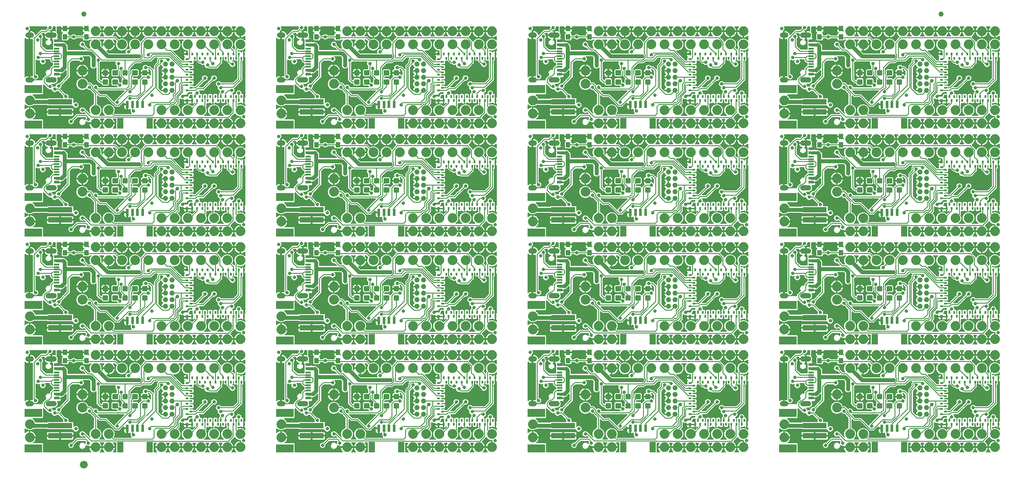
<source format=gtl>
G75*
%MOIN*%
%OFA0B0*%
%FSLAX25Y25*%
%IPPOS*%
%LPD*%
%AMOC8*
5,1,8,0,0,1.08239X$1,22.5*
%
%ADD10C,0.01181*%
%ADD11R,0.03543X0.03937*%
%ADD12R,0.04724X0.07874*%
%ADD13R,0.02362X0.05315*%
%ADD14C,0.07400*%
%ADD15R,0.18110X0.03937*%
%ADD16R,0.13386X0.06299*%
%ADD17C,0.02500*%
%ADD18R,0.01575X0.02362*%
%ADD19R,0.02362X0.02362*%
%ADD20R,0.02362X0.01575*%
%ADD21R,0.04000X0.01181*%
%ADD22R,0.04000X0.02362*%
%ADD23R,0.04000X0.02165*%
%ADD24C,0.03937*%
%ADD25C,0.03937*%
%ADD26C,0.05906*%
%ADD27C,0.00600*%
%ADD28C,0.02600*%
%ADD29C,0.01600*%
%ADD30C,0.02400*%
%ADD31C,0.03000*%
%ADD32C,0.01200*%
%ADD33C,0.02900*%
D10*
X0108872Y0092102D02*
X0111628Y0092102D01*
X0108872Y0092102D02*
X0108872Y0094858D01*
X0111628Y0094858D01*
X0111628Y0092102D01*
X0111628Y0093224D02*
X0108872Y0093224D01*
X0108872Y0094346D02*
X0111628Y0094346D01*
X0116372Y0092102D02*
X0119128Y0092102D01*
X0116372Y0092102D02*
X0116372Y0094858D01*
X0119128Y0094858D01*
X0119128Y0092102D01*
X0119128Y0093224D02*
X0116372Y0093224D01*
X0116372Y0094346D02*
X0119128Y0094346D01*
X0123872Y0092102D02*
X0126628Y0092102D01*
X0123872Y0092102D02*
X0123872Y0094858D01*
X0126628Y0094858D01*
X0126628Y0092102D01*
X0126628Y0093224D02*
X0123872Y0093224D01*
X0123872Y0094346D02*
X0126628Y0094346D01*
X0131372Y0092102D02*
X0134128Y0092102D01*
X0131372Y0092102D02*
X0131372Y0094858D01*
X0134128Y0094858D01*
X0134128Y0092102D01*
X0134128Y0093224D02*
X0131372Y0093224D01*
X0131372Y0094346D02*
X0134128Y0094346D01*
X0138872Y0092102D02*
X0141628Y0092102D01*
X0138872Y0092102D02*
X0138872Y0094858D01*
X0141628Y0094858D01*
X0141628Y0092102D01*
X0141628Y0093224D02*
X0138872Y0093224D01*
X0138872Y0094346D02*
X0141628Y0094346D01*
X0141628Y0099008D02*
X0138872Y0099008D01*
X0138872Y0101764D01*
X0141628Y0101764D01*
X0141628Y0099008D01*
X0141628Y0100130D02*
X0138872Y0100130D01*
X0138872Y0101252D02*
X0141628Y0101252D01*
X0134128Y0099008D02*
X0131372Y0099008D01*
X0131372Y0101764D01*
X0134128Y0101764D01*
X0134128Y0099008D01*
X0134128Y0100130D02*
X0131372Y0100130D01*
X0131372Y0101252D02*
X0134128Y0101252D01*
X0126628Y0099008D02*
X0123872Y0099008D01*
X0123872Y0101764D01*
X0126628Y0101764D01*
X0126628Y0099008D01*
X0126628Y0100130D02*
X0123872Y0100130D01*
X0123872Y0101252D02*
X0126628Y0101252D01*
X0119128Y0099008D02*
X0116372Y0099008D01*
X0116372Y0101764D01*
X0119128Y0101764D01*
X0119128Y0099008D01*
X0119128Y0100130D02*
X0116372Y0100130D01*
X0116372Y0101252D02*
X0119128Y0101252D01*
X0111628Y0099008D02*
X0108872Y0099008D01*
X0108872Y0101764D01*
X0111628Y0101764D01*
X0111628Y0099008D01*
X0111628Y0100130D02*
X0108872Y0100130D01*
X0108872Y0101252D02*
X0111628Y0101252D01*
X0111628Y0174102D02*
X0108872Y0174102D01*
X0108872Y0176858D01*
X0111628Y0176858D01*
X0111628Y0174102D01*
X0111628Y0175224D02*
X0108872Y0175224D01*
X0108872Y0176346D02*
X0111628Y0176346D01*
X0116372Y0174102D02*
X0119128Y0174102D01*
X0116372Y0174102D02*
X0116372Y0176858D01*
X0119128Y0176858D01*
X0119128Y0174102D01*
X0119128Y0175224D02*
X0116372Y0175224D01*
X0116372Y0176346D02*
X0119128Y0176346D01*
X0123872Y0174102D02*
X0126628Y0174102D01*
X0123872Y0174102D02*
X0123872Y0176858D01*
X0126628Y0176858D01*
X0126628Y0174102D01*
X0126628Y0175224D02*
X0123872Y0175224D01*
X0123872Y0176346D02*
X0126628Y0176346D01*
X0131372Y0174102D02*
X0134128Y0174102D01*
X0131372Y0174102D02*
X0131372Y0176858D01*
X0134128Y0176858D01*
X0134128Y0174102D01*
X0134128Y0175224D02*
X0131372Y0175224D01*
X0131372Y0176346D02*
X0134128Y0176346D01*
X0138872Y0174102D02*
X0141628Y0174102D01*
X0138872Y0174102D02*
X0138872Y0176858D01*
X0141628Y0176858D01*
X0141628Y0174102D01*
X0141628Y0175224D02*
X0138872Y0175224D01*
X0138872Y0176346D02*
X0141628Y0176346D01*
X0141628Y0181008D02*
X0138872Y0181008D01*
X0138872Y0183764D01*
X0141628Y0183764D01*
X0141628Y0181008D01*
X0141628Y0182130D02*
X0138872Y0182130D01*
X0138872Y0183252D02*
X0141628Y0183252D01*
X0134128Y0181008D02*
X0131372Y0181008D01*
X0131372Y0183764D01*
X0134128Y0183764D01*
X0134128Y0181008D01*
X0134128Y0182130D02*
X0131372Y0182130D01*
X0131372Y0183252D02*
X0134128Y0183252D01*
X0126628Y0181008D02*
X0123872Y0181008D01*
X0123872Y0183764D01*
X0126628Y0183764D01*
X0126628Y0181008D01*
X0126628Y0182130D02*
X0123872Y0182130D01*
X0123872Y0183252D02*
X0126628Y0183252D01*
X0119128Y0181008D02*
X0116372Y0181008D01*
X0116372Y0183764D01*
X0119128Y0183764D01*
X0119128Y0181008D01*
X0119128Y0182130D02*
X0116372Y0182130D01*
X0116372Y0183252D02*
X0119128Y0183252D01*
X0111628Y0181008D02*
X0108872Y0181008D01*
X0108872Y0183764D01*
X0111628Y0183764D01*
X0111628Y0181008D01*
X0111628Y0182130D02*
X0108872Y0182130D01*
X0108872Y0183252D02*
X0111628Y0183252D01*
X0111628Y0256102D02*
X0108872Y0256102D01*
X0108872Y0258858D01*
X0111628Y0258858D01*
X0111628Y0256102D01*
X0111628Y0257224D02*
X0108872Y0257224D01*
X0108872Y0258346D02*
X0111628Y0258346D01*
X0116372Y0256102D02*
X0119128Y0256102D01*
X0116372Y0256102D02*
X0116372Y0258858D01*
X0119128Y0258858D01*
X0119128Y0256102D01*
X0119128Y0257224D02*
X0116372Y0257224D01*
X0116372Y0258346D02*
X0119128Y0258346D01*
X0123872Y0256102D02*
X0126628Y0256102D01*
X0123872Y0256102D02*
X0123872Y0258858D01*
X0126628Y0258858D01*
X0126628Y0256102D01*
X0126628Y0257224D02*
X0123872Y0257224D01*
X0123872Y0258346D02*
X0126628Y0258346D01*
X0131372Y0256102D02*
X0134128Y0256102D01*
X0131372Y0256102D02*
X0131372Y0258858D01*
X0134128Y0258858D01*
X0134128Y0256102D01*
X0134128Y0257224D02*
X0131372Y0257224D01*
X0131372Y0258346D02*
X0134128Y0258346D01*
X0138872Y0256102D02*
X0141628Y0256102D01*
X0138872Y0256102D02*
X0138872Y0258858D01*
X0141628Y0258858D01*
X0141628Y0256102D01*
X0141628Y0257224D02*
X0138872Y0257224D01*
X0138872Y0258346D02*
X0141628Y0258346D01*
X0141628Y0263008D02*
X0138872Y0263008D01*
X0138872Y0265764D01*
X0141628Y0265764D01*
X0141628Y0263008D01*
X0141628Y0264130D02*
X0138872Y0264130D01*
X0138872Y0265252D02*
X0141628Y0265252D01*
X0134128Y0263008D02*
X0131372Y0263008D01*
X0131372Y0265764D01*
X0134128Y0265764D01*
X0134128Y0263008D01*
X0134128Y0264130D02*
X0131372Y0264130D01*
X0131372Y0265252D02*
X0134128Y0265252D01*
X0126628Y0263008D02*
X0123872Y0263008D01*
X0123872Y0265764D01*
X0126628Y0265764D01*
X0126628Y0263008D01*
X0126628Y0264130D02*
X0123872Y0264130D01*
X0123872Y0265252D02*
X0126628Y0265252D01*
X0119128Y0263008D02*
X0116372Y0263008D01*
X0116372Y0265764D01*
X0119128Y0265764D01*
X0119128Y0263008D01*
X0119128Y0264130D02*
X0116372Y0264130D01*
X0116372Y0265252D02*
X0119128Y0265252D01*
X0111628Y0263008D02*
X0108872Y0263008D01*
X0108872Y0265764D01*
X0111628Y0265764D01*
X0111628Y0263008D01*
X0111628Y0264130D02*
X0108872Y0264130D01*
X0108872Y0265252D02*
X0111628Y0265252D01*
X0111628Y0338102D02*
X0108872Y0338102D01*
X0108872Y0340858D01*
X0111628Y0340858D01*
X0111628Y0338102D01*
X0111628Y0339224D02*
X0108872Y0339224D01*
X0108872Y0340346D02*
X0111628Y0340346D01*
X0116372Y0338102D02*
X0119128Y0338102D01*
X0116372Y0338102D02*
X0116372Y0340858D01*
X0119128Y0340858D01*
X0119128Y0338102D01*
X0119128Y0339224D02*
X0116372Y0339224D01*
X0116372Y0340346D02*
X0119128Y0340346D01*
X0123872Y0338102D02*
X0126628Y0338102D01*
X0123872Y0338102D02*
X0123872Y0340858D01*
X0126628Y0340858D01*
X0126628Y0338102D01*
X0126628Y0339224D02*
X0123872Y0339224D01*
X0123872Y0340346D02*
X0126628Y0340346D01*
X0131372Y0338102D02*
X0134128Y0338102D01*
X0131372Y0338102D02*
X0131372Y0340858D01*
X0134128Y0340858D01*
X0134128Y0338102D01*
X0134128Y0339224D02*
X0131372Y0339224D01*
X0131372Y0340346D02*
X0134128Y0340346D01*
X0138872Y0338102D02*
X0141628Y0338102D01*
X0138872Y0338102D02*
X0138872Y0340858D01*
X0141628Y0340858D01*
X0141628Y0338102D01*
X0141628Y0339224D02*
X0138872Y0339224D01*
X0138872Y0340346D02*
X0141628Y0340346D01*
X0141628Y0345008D02*
X0138872Y0345008D01*
X0138872Y0347764D01*
X0141628Y0347764D01*
X0141628Y0345008D01*
X0141628Y0346130D02*
X0138872Y0346130D01*
X0138872Y0347252D02*
X0141628Y0347252D01*
X0134128Y0345008D02*
X0131372Y0345008D01*
X0131372Y0347764D01*
X0134128Y0347764D01*
X0134128Y0345008D01*
X0134128Y0346130D02*
X0131372Y0346130D01*
X0131372Y0347252D02*
X0134128Y0347252D01*
X0126628Y0345008D02*
X0123872Y0345008D01*
X0123872Y0347764D01*
X0126628Y0347764D01*
X0126628Y0345008D01*
X0126628Y0346130D02*
X0123872Y0346130D01*
X0123872Y0347252D02*
X0126628Y0347252D01*
X0119128Y0345008D02*
X0116372Y0345008D01*
X0116372Y0347764D01*
X0119128Y0347764D01*
X0119128Y0345008D01*
X0119128Y0346130D02*
X0116372Y0346130D01*
X0116372Y0347252D02*
X0119128Y0347252D01*
X0111628Y0345008D02*
X0108872Y0345008D01*
X0108872Y0347764D01*
X0111628Y0347764D01*
X0111628Y0345008D01*
X0111628Y0346130D02*
X0108872Y0346130D01*
X0108872Y0347252D02*
X0111628Y0347252D01*
X0299872Y0345008D02*
X0302628Y0345008D01*
X0299872Y0345008D02*
X0299872Y0347764D01*
X0302628Y0347764D01*
X0302628Y0345008D01*
X0302628Y0346130D02*
X0299872Y0346130D01*
X0299872Y0347252D02*
X0302628Y0347252D01*
X0307372Y0345008D02*
X0310128Y0345008D01*
X0307372Y0345008D02*
X0307372Y0347764D01*
X0310128Y0347764D01*
X0310128Y0345008D01*
X0310128Y0346130D02*
X0307372Y0346130D01*
X0307372Y0347252D02*
X0310128Y0347252D01*
X0314872Y0345008D02*
X0317628Y0345008D01*
X0314872Y0345008D02*
X0314872Y0347764D01*
X0317628Y0347764D01*
X0317628Y0345008D01*
X0317628Y0346130D02*
X0314872Y0346130D01*
X0314872Y0347252D02*
X0317628Y0347252D01*
X0322372Y0345008D02*
X0325128Y0345008D01*
X0322372Y0345008D02*
X0322372Y0347764D01*
X0325128Y0347764D01*
X0325128Y0345008D01*
X0325128Y0346130D02*
X0322372Y0346130D01*
X0322372Y0347252D02*
X0325128Y0347252D01*
X0329872Y0345008D02*
X0332628Y0345008D01*
X0329872Y0345008D02*
X0329872Y0347764D01*
X0332628Y0347764D01*
X0332628Y0345008D01*
X0332628Y0346130D02*
X0329872Y0346130D01*
X0329872Y0347252D02*
X0332628Y0347252D01*
X0332628Y0338102D02*
X0329872Y0338102D01*
X0329872Y0340858D01*
X0332628Y0340858D01*
X0332628Y0338102D01*
X0332628Y0339224D02*
X0329872Y0339224D01*
X0329872Y0340346D02*
X0332628Y0340346D01*
X0325128Y0338102D02*
X0322372Y0338102D01*
X0322372Y0340858D01*
X0325128Y0340858D01*
X0325128Y0338102D01*
X0325128Y0339224D02*
X0322372Y0339224D01*
X0322372Y0340346D02*
X0325128Y0340346D01*
X0317628Y0338102D02*
X0314872Y0338102D01*
X0314872Y0340858D01*
X0317628Y0340858D01*
X0317628Y0338102D01*
X0317628Y0339224D02*
X0314872Y0339224D01*
X0314872Y0340346D02*
X0317628Y0340346D01*
X0310128Y0338102D02*
X0307372Y0338102D01*
X0307372Y0340858D01*
X0310128Y0340858D01*
X0310128Y0338102D01*
X0310128Y0339224D02*
X0307372Y0339224D01*
X0307372Y0340346D02*
X0310128Y0340346D01*
X0302628Y0338102D02*
X0299872Y0338102D01*
X0299872Y0340858D01*
X0302628Y0340858D01*
X0302628Y0338102D01*
X0302628Y0339224D02*
X0299872Y0339224D01*
X0299872Y0340346D02*
X0302628Y0340346D01*
X0302628Y0263008D02*
X0299872Y0263008D01*
X0299872Y0265764D01*
X0302628Y0265764D01*
X0302628Y0263008D01*
X0302628Y0264130D02*
X0299872Y0264130D01*
X0299872Y0265252D02*
X0302628Y0265252D01*
X0307372Y0263008D02*
X0310128Y0263008D01*
X0307372Y0263008D02*
X0307372Y0265764D01*
X0310128Y0265764D01*
X0310128Y0263008D01*
X0310128Y0264130D02*
X0307372Y0264130D01*
X0307372Y0265252D02*
X0310128Y0265252D01*
X0314872Y0263008D02*
X0317628Y0263008D01*
X0314872Y0263008D02*
X0314872Y0265764D01*
X0317628Y0265764D01*
X0317628Y0263008D01*
X0317628Y0264130D02*
X0314872Y0264130D01*
X0314872Y0265252D02*
X0317628Y0265252D01*
X0322372Y0263008D02*
X0325128Y0263008D01*
X0322372Y0263008D02*
X0322372Y0265764D01*
X0325128Y0265764D01*
X0325128Y0263008D01*
X0325128Y0264130D02*
X0322372Y0264130D01*
X0322372Y0265252D02*
X0325128Y0265252D01*
X0329872Y0263008D02*
X0332628Y0263008D01*
X0329872Y0263008D02*
X0329872Y0265764D01*
X0332628Y0265764D01*
X0332628Y0263008D01*
X0332628Y0264130D02*
X0329872Y0264130D01*
X0329872Y0265252D02*
X0332628Y0265252D01*
X0332628Y0256102D02*
X0329872Y0256102D01*
X0329872Y0258858D01*
X0332628Y0258858D01*
X0332628Y0256102D01*
X0332628Y0257224D02*
X0329872Y0257224D01*
X0329872Y0258346D02*
X0332628Y0258346D01*
X0325128Y0256102D02*
X0322372Y0256102D01*
X0322372Y0258858D01*
X0325128Y0258858D01*
X0325128Y0256102D01*
X0325128Y0257224D02*
X0322372Y0257224D01*
X0322372Y0258346D02*
X0325128Y0258346D01*
X0317628Y0256102D02*
X0314872Y0256102D01*
X0314872Y0258858D01*
X0317628Y0258858D01*
X0317628Y0256102D01*
X0317628Y0257224D02*
X0314872Y0257224D01*
X0314872Y0258346D02*
X0317628Y0258346D01*
X0310128Y0256102D02*
X0307372Y0256102D01*
X0307372Y0258858D01*
X0310128Y0258858D01*
X0310128Y0256102D01*
X0310128Y0257224D02*
X0307372Y0257224D01*
X0307372Y0258346D02*
X0310128Y0258346D01*
X0302628Y0256102D02*
X0299872Y0256102D01*
X0299872Y0258858D01*
X0302628Y0258858D01*
X0302628Y0256102D01*
X0302628Y0257224D02*
X0299872Y0257224D01*
X0299872Y0258346D02*
X0302628Y0258346D01*
X0302628Y0181008D02*
X0299872Y0181008D01*
X0299872Y0183764D01*
X0302628Y0183764D01*
X0302628Y0181008D01*
X0302628Y0182130D02*
X0299872Y0182130D01*
X0299872Y0183252D02*
X0302628Y0183252D01*
X0307372Y0181008D02*
X0310128Y0181008D01*
X0307372Y0181008D02*
X0307372Y0183764D01*
X0310128Y0183764D01*
X0310128Y0181008D01*
X0310128Y0182130D02*
X0307372Y0182130D01*
X0307372Y0183252D02*
X0310128Y0183252D01*
X0314872Y0181008D02*
X0317628Y0181008D01*
X0314872Y0181008D02*
X0314872Y0183764D01*
X0317628Y0183764D01*
X0317628Y0181008D01*
X0317628Y0182130D02*
X0314872Y0182130D01*
X0314872Y0183252D02*
X0317628Y0183252D01*
X0322372Y0181008D02*
X0325128Y0181008D01*
X0322372Y0181008D02*
X0322372Y0183764D01*
X0325128Y0183764D01*
X0325128Y0181008D01*
X0325128Y0182130D02*
X0322372Y0182130D01*
X0322372Y0183252D02*
X0325128Y0183252D01*
X0329872Y0181008D02*
X0332628Y0181008D01*
X0329872Y0181008D02*
X0329872Y0183764D01*
X0332628Y0183764D01*
X0332628Y0181008D01*
X0332628Y0182130D02*
X0329872Y0182130D01*
X0329872Y0183252D02*
X0332628Y0183252D01*
X0332628Y0174102D02*
X0329872Y0174102D01*
X0329872Y0176858D01*
X0332628Y0176858D01*
X0332628Y0174102D01*
X0332628Y0175224D02*
X0329872Y0175224D01*
X0329872Y0176346D02*
X0332628Y0176346D01*
X0325128Y0174102D02*
X0322372Y0174102D01*
X0322372Y0176858D01*
X0325128Y0176858D01*
X0325128Y0174102D01*
X0325128Y0175224D02*
X0322372Y0175224D01*
X0322372Y0176346D02*
X0325128Y0176346D01*
X0317628Y0174102D02*
X0314872Y0174102D01*
X0314872Y0176858D01*
X0317628Y0176858D01*
X0317628Y0174102D01*
X0317628Y0175224D02*
X0314872Y0175224D01*
X0314872Y0176346D02*
X0317628Y0176346D01*
X0310128Y0174102D02*
X0307372Y0174102D01*
X0307372Y0176858D01*
X0310128Y0176858D01*
X0310128Y0174102D01*
X0310128Y0175224D02*
X0307372Y0175224D01*
X0307372Y0176346D02*
X0310128Y0176346D01*
X0302628Y0174102D02*
X0299872Y0174102D01*
X0299872Y0176858D01*
X0302628Y0176858D01*
X0302628Y0174102D01*
X0302628Y0175224D02*
X0299872Y0175224D01*
X0299872Y0176346D02*
X0302628Y0176346D01*
X0302628Y0099008D02*
X0299872Y0099008D01*
X0299872Y0101764D01*
X0302628Y0101764D01*
X0302628Y0099008D01*
X0302628Y0100130D02*
X0299872Y0100130D01*
X0299872Y0101252D02*
X0302628Y0101252D01*
X0307372Y0099008D02*
X0310128Y0099008D01*
X0307372Y0099008D02*
X0307372Y0101764D01*
X0310128Y0101764D01*
X0310128Y0099008D01*
X0310128Y0100130D02*
X0307372Y0100130D01*
X0307372Y0101252D02*
X0310128Y0101252D01*
X0314872Y0099008D02*
X0317628Y0099008D01*
X0314872Y0099008D02*
X0314872Y0101764D01*
X0317628Y0101764D01*
X0317628Y0099008D01*
X0317628Y0100130D02*
X0314872Y0100130D01*
X0314872Y0101252D02*
X0317628Y0101252D01*
X0322372Y0099008D02*
X0325128Y0099008D01*
X0322372Y0099008D02*
X0322372Y0101764D01*
X0325128Y0101764D01*
X0325128Y0099008D01*
X0325128Y0100130D02*
X0322372Y0100130D01*
X0322372Y0101252D02*
X0325128Y0101252D01*
X0329872Y0099008D02*
X0332628Y0099008D01*
X0329872Y0099008D02*
X0329872Y0101764D01*
X0332628Y0101764D01*
X0332628Y0099008D01*
X0332628Y0100130D02*
X0329872Y0100130D01*
X0329872Y0101252D02*
X0332628Y0101252D01*
X0332628Y0092102D02*
X0329872Y0092102D01*
X0329872Y0094858D01*
X0332628Y0094858D01*
X0332628Y0092102D01*
X0332628Y0093224D02*
X0329872Y0093224D01*
X0329872Y0094346D02*
X0332628Y0094346D01*
X0325128Y0092102D02*
X0322372Y0092102D01*
X0322372Y0094858D01*
X0325128Y0094858D01*
X0325128Y0092102D01*
X0325128Y0093224D02*
X0322372Y0093224D01*
X0322372Y0094346D02*
X0325128Y0094346D01*
X0317628Y0092102D02*
X0314872Y0092102D01*
X0314872Y0094858D01*
X0317628Y0094858D01*
X0317628Y0092102D01*
X0317628Y0093224D02*
X0314872Y0093224D01*
X0314872Y0094346D02*
X0317628Y0094346D01*
X0310128Y0092102D02*
X0307372Y0092102D01*
X0307372Y0094858D01*
X0310128Y0094858D01*
X0310128Y0092102D01*
X0310128Y0093224D02*
X0307372Y0093224D01*
X0307372Y0094346D02*
X0310128Y0094346D01*
X0302628Y0092102D02*
X0299872Y0092102D01*
X0299872Y0094858D01*
X0302628Y0094858D01*
X0302628Y0092102D01*
X0302628Y0093224D02*
X0299872Y0093224D01*
X0299872Y0094346D02*
X0302628Y0094346D01*
X0490872Y0092102D02*
X0493628Y0092102D01*
X0490872Y0092102D02*
X0490872Y0094858D01*
X0493628Y0094858D01*
X0493628Y0092102D01*
X0493628Y0093224D02*
X0490872Y0093224D01*
X0490872Y0094346D02*
X0493628Y0094346D01*
X0498372Y0092102D02*
X0501128Y0092102D01*
X0498372Y0092102D02*
X0498372Y0094858D01*
X0501128Y0094858D01*
X0501128Y0092102D01*
X0501128Y0093224D02*
X0498372Y0093224D01*
X0498372Y0094346D02*
X0501128Y0094346D01*
X0505872Y0092102D02*
X0508628Y0092102D01*
X0505872Y0092102D02*
X0505872Y0094858D01*
X0508628Y0094858D01*
X0508628Y0092102D01*
X0508628Y0093224D02*
X0505872Y0093224D01*
X0505872Y0094346D02*
X0508628Y0094346D01*
X0513372Y0092102D02*
X0516128Y0092102D01*
X0513372Y0092102D02*
X0513372Y0094858D01*
X0516128Y0094858D01*
X0516128Y0092102D01*
X0516128Y0093224D02*
X0513372Y0093224D01*
X0513372Y0094346D02*
X0516128Y0094346D01*
X0520872Y0092102D02*
X0523628Y0092102D01*
X0520872Y0092102D02*
X0520872Y0094858D01*
X0523628Y0094858D01*
X0523628Y0092102D01*
X0523628Y0093224D02*
X0520872Y0093224D01*
X0520872Y0094346D02*
X0523628Y0094346D01*
X0523628Y0099008D02*
X0520872Y0099008D01*
X0520872Y0101764D01*
X0523628Y0101764D01*
X0523628Y0099008D01*
X0523628Y0100130D02*
X0520872Y0100130D01*
X0520872Y0101252D02*
X0523628Y0101252D01*
X0516128Y0099008D02*
X0513372Y0099008D01*
X0513372Y0101764D01*
X0516128Y0101764D01*
X0516128Y0099008D01*
X0516128Y0100130D02*
X0513372Y0100130D01*
X0513372Y0101252D02*
X0516128Y0101252D01*
X0508628Y0099008D02*
X0505872Y0099008D01*
X0505872Y0101764D01*
X0508628Y0101764D01*
X0508628Y0099008D01*
X0508628Y0100130D02*
X0505872Y0100130D01*
X0505872Y0101252D02*
X0508628Y0101252D01*
X0501128Y0099008D02*
X0498372Y0099008D01*
X0498372Y0101764D01*
X0501128Y0101764D01*
X0501128Y0099008D01*
X0501128Y0100130D02*
X0498372Y0100130D01*
X0498372Y0101252D02*
X0501128Y0101252D01*
X0493628Y0099008D02*
X0490872Y0099008D01*
X0490872Y0101764D01*
X0493628Y0101764D01*
X0493628Y0099008D01*
X0493628Y0100130D02*
X0490872Y0100130D01*
X0490872Y0101252D02*
X0493628Y0101252D01*
X0493628Y0174102D02*
X0490872Y0174102D01*
X0490872Y0176858D01*
X0493628Y0176858D01*
X0493628Y0174102D01*
X0493628Y0175224D02*
X0490872Y0175224D01*
X0490872Y0176346D02*
X0493628Y0176346D01*
X0498372Y0174102D02*
X0501128Y0174102D01*
X0498372Y0174102D02*
X0498372Y0176858D01*
X0501128Y0176858D01*
X0501128Y0174102D01*
X0501128Y0175224D02*
X0498372Y0175224D01*
X0498372Y0176346D02*
X0501128Y0176346D01*
X0505872Y0174102D02*
X0508628Y0174102D01*
X0505872Y0174102D02*
X0505872Y0176858D01*
X0508628Y0176858D01*
X0508628Y0174102D01*
X0508628Y0175224D02*
X0505872Y0175224D01*
X0505872Y0176346D02*
X0508628Y0176346D01*
X0513372Y0174102D02*
X0516128Y0174102D01*
X0513372Y0174102D02*
X0513372Y0176858D01*
X0516128Y0176858D01*
X0516128Y0174102D01*
X0516128Y0175224D02*
X0513372Y0175224D01*
X0513372Y0176346D02*
X0516128Y0176346D01*
X0520872Y0174102D02*
X0523628Y0174102D01*
X0520872Y0174102D02*
X0520872Y0176858D01*
X0523628Y0176858D01*
X0523628Y0174102D01*
X0523628Y0175224D02*
X0520872Y0175224D01*
X0520872Y0176346D02*
X0523628Y0176346D01*
X0523628Y0181008D02*
X0520872Y0181008D01*
X0520872Y0183764D01*
X0523628Y0183764D01*
X0523628Y0181008D01*
X0523628Y0182130D02*
X0520872Y0182130D01*
X0520872Y0183252D02*
X0523628Y0183252D01*
X0516128Y0181008D02*
X0513372Y0181008D01*
X0513372Y0183764D01*
X0516128Y0183764D01*
X0516128Y0181008D01*
X0516128Y0182130D02*
X0513372Y0182130D01*
X0513372Y0183252D02*
X0516128Y0183252D01*
X0508628Y0181008D02*
X0505872Y0181008D01*
X0505872Y0183764D01*
X0508628Y0183764D01*
X0508628Y0181008D01*
X0508628Y0182130D02*
X0505872Y0182130D01*
X0505872Y0183252D02*
X0508628Y0183252D01*
X0501128Y0181008D02*
X0498372Y0181008D01*
X0498372Y0183764D01*
X0501128Y0183764D01*
X0501128Y0181008D01*
X0501128Y0182130D02*
X0498372Y0182130D01*
X0498372Y0183252D02*
X0501128Y0183252D01*
X0493628Y0181008D02*
X0490872Y0181008D01*
X0490872Y0183764D01*
X0493628Y0183764D01*
X0493628Y0181008D01*
X0493628Y0182130D02*
X0490872Y0182130D01*
X0490872Y0183252D02*
X0493628Y0183252D01*
X0493628Y0256102D02*
X0490872Y0256102D01*
X0490872Y0258858D01*
X0493628Y0258858D01*
X0493628Y0256102D01*
X0493628Y0257224D02*
X0490872Y0257224D01*
X0490872Y0258346D02*
X0493628Y0258346D01*
X0498372Y0256102D02*
X0501128Y0256102D01*
X0498372Y0256102D02*
X0498372Y0258858D01*
X0501128Y0258858D01*
X0501128Y0256102D01*
X0501128Y0257224D02*
X0498372Y0257224D01*
X0498372Y0258346D02*
X0501128Y0258346D01*
X0505872Y0256102D02*
X0508628Y0256102D01*
X0505872Y0256102D02*
X0505872Y0258858D01*
X0508628Y0258858D01*
X0508628Y0256102D01*
X0508628Y0257224D02*
X0505872Y0257224D01*
X0505872Y0258346D02*
X0508628Y0258346D01*
X0513372Y0256102D02*
X0516128Y0256102D01*
X0513372Y0256102D02*
X0513372Y0258858D01*
X0516128Y0258858D01*
X0516128Y0256102D01*
X0516128Y0257224D02*
X0513372Y0257224D01*
X0513372Y0258346D02*
X0516128Y0258346D01*
X0520872Y0256102D02*
X0523628Y0256102D01*
X0520872Y0256102D02*
X0520872Y0258858D01*
X0523628Y0258858D01*
X0523628Y0256102D01*
X0523628Y0257224D02*
X0520872Y0257224D01*
X0520872Y0258346D02*
X0523628Y0258346D01*
X0523628Y0263008D02*
X0520872Y0263008D01*
X0520872Y0265764D01*
X0523628Y0265764D01*
X0523628Y0263008D01*
X0523628Y0264130D02*
X0520872Y0264130D01*
X0520872Y0265252D02*
X0523628Y0265252D01*
X0516128Y0263008D02*
X0513372Y0263008D01*
X0513372Y0265764D01*
X0516128Y0265764D01*
X0516128Y0263008D01*
X0516128Y0264130D02*
X0513372Y0264130D01*
X0513372Y0265252D02*
X0516128Y0265252D01*
X0508628Y0263008D02*
X0505872Y0263008D01*
X0505872Y0265764D01*
X0508628Y0265764D01*
X0508628Y0263008D01*
X0508628Y0264130D02*
X0505872Y0264130D01*
X0505872Y0265252D02*
X0508628Y0265252D01*
X0501128Y0263008D02*
X0498372Y0263008D01*
X0498372Y0265764D01*
X0501128Y0265764D01*
X0501128Y0263008D01*
X0501128Y0264130D02*
X0498372Y0264130D01*
X0498372Y0265252D02*
X0501128Y0265252D01*
X0493628Y0263008D02*
X0490872Y0263008D01*
X0490872Y0265764D01*
X0493628Y0265764D01*
X0493628Y0263008D01*
X0493628Y0264130D02*
X0490872Y0264130D01*
X0490872Y0265252D02*
X0493628Y0265252D01*
X0493628Y0338102D02*
X0490872Y0338102D01*
X0490872Y0340858D01*
X0493628Y0340858D01*
X0493628Y0338102D01*
X0493628Y0339224D02*
X0490872Y0339224D01*
X0490872Y0340346D02*
X0493628Y0340346D01*
X0498372Y0338102D02*
X0501128Y0338102D01*
X0498372Y0338102D02*
X0498372Y0340858D01*
X0501128Y0340858D01*
X0501128Y0338102D01*
X0501128Y0339224D02*
X0498372Y0339224D01*
X0498372Y0340346D02*
X0501128Y0340346D01*
X0505872Y0338102D02*
X0508628Y0338102D01*
X0505872Y0338102D02*
X0505872Y0340858D01*
X0508628Y0340858D01*
X0508628Y0338102D01*
X0508628Y0339224D02*
X0505872Y0339224D01*
X0505872Y0340346D02*
X0508628Y0340346D01*
X0513372Y0338102D02*
X0516128Y0338102D01*
X0513372Y0338102D02*
X0513372Y0340858D01*
X0516128Y0340858D01*
X0516128Y0338102D01*
X0516128Y0339224D02*
X0513372Y0339224D01*
X0513372Y0340346D02*
X0516128Y0340346D01*
X0520872Y0338102D02*
X0523628Y0338102D01*
X0520872Y0338102D02*
X0520872Y0340858D01*
X0523628Y0340858D01*
X0523628Y0338102D01*
X0523628Y0339224D02*
X0520872Y0339224D01*
X0520872Y0340346D02*
X0523628Y0340346D01*
X0523628Y0345008D02*
X0520872Y0345008D01*
X0520872Y0347764D01*
X0523628Y0347764D01*
X0523628Y0345008D01*
X0523628Y0346130D02*
X0520872Y0346130D01*
X0520872Y0347252D02*
X0523628Y0347252D01*
X0516128Y0345008D02*
X0513372Y0345008D01*
X0513372Y0347764D01*
X0516128Y0347764D01*
X0516128Y0345008D01*
X0516128Y0346130D02*
X0513372Y0346130D01*
X0513372Y0347252D02*
X0516128Y0347252D01*
X0508628Y0345008D02*
X0505872Y0345008D01*
X0505872Y0347764D01*
X0508628Y0347764D01*
X0508628Y0345008D01*
X0508628Y0346130D02*
X0505872Y0346130D01*
X0505872Y0347252D02*
X0508628Y0347252D01*
X0501128Y0345008D02*
X0498372Y0345008D01*
X0498372Y0347764D01*
X0501128Y0347764D01*
X0501128Y0345008D01*
X0501128Y0346130D02*
X0498372Y0346130D01*
X0498372Y0347252D02*
X0501128Y0347252D01*
X0493628Y0345008D02*
X0490872Y0345008D01*
X0490872Y0347764D01*
X0493628Y0347764D01*
X0493628Y0345008D01*
X0493628Y0346130D02*
X0490872Y0346130D01*
X0490872Y0347252D02*
X0493628Y0347252D01*
X0681872Y0345008D02*
X0684628Y0345008D01*
X0681872Y0345008D02*
X0681872Y0347764D01*
X0684628Y0347764D01*
X0684628Y0345008D01*
X0684628Y0346130D02*
X0681872Y0346130D01*
X0681872Y0347252D02*
X0684628Y0347252D01*
X0689372Y0345008D02*
X0692128Y0345008D01*
X0689372Y0345008D02*
X0689372Y0347764D01*
X0692128Y0347764D01*
X0692128Y0345008D01*
X0692128Y0346130D02*
X0689372Y0346130D01*
X0689372Y0347252D02*
X0692128Y0347252D01*
X0696872Y0345008D02*
X0699628Y0345008D01*
X0696872Y0345008D02*
X0696872Y0347764D01*
X0699628Y0347764D01*
X0699628Y0345008D01*
X0699628Y0346130D02*
X0696872Y0346130D01*
X0696872Y0347252D02*
X0699628Y0347252D01*
X0704372Y0345008D02*
X0707128Y0345008D01*
X0704372Y0345008D02*
X0704372Y0347764D01*
X0707128Y0347764D01*
X0707128Y0345008D01*
X0707128Y0346130D02*
X0704372Y0346130D01*
X0704372Y0347252D02*
X0707128Y0347252D01*
X0711872Y0345008D02*
X0714628Y0345008D01*
X0711872Y0345008D02*
X0711872Y0347764D01*
X0714628Y0347764D01*
X0714628Y0345008D01*
X0714628Y0346130D02*
X0711872Y0346130D01*
X0711872Y0347252D02*
X0714628Y0347252D01*
X0714628Y0338102D02*
X0711872Y0338102D01*
X0711872Y0340858D01*
X0714628Y0340858D01*
X0714628Y0338102D01*
X0714628Y0339224D02*
X0711872Y0339224D01*
X0711872Y0340346D02*
X0714628Y0340346D01*
X0707128Y0338102D02*
X0704372Y0338102D01*
X0704372Y0340858D01*
X0707128Y0340858D01*
X0707128Y0338102D01*
X0707128Y0339224D02*
X0704372Y0339224D01*
X0704372Y0340346D02*
X0707128Y0340346D01*
X0699628Y0338102D02*
X0696872Y0338102D01*
X0696872Y0340858D01*
X0699628Y0340858D01*
X0699628Y0338102D01*
X0699628Y0339224D02*
X0696872Y0339224D01*
X0696872Y0340346D02*
X0699628Y0340346D01*
X0692128Y0338102D02*
X0689372Y0338102D01*
X0689372Y0340858D01*
X0692128Y0340858D01*
X0692128Y0338102D01*
X0692128Y0339224D02*
X0689372Y0339224D01*
X0689372Y0340346D02*
X0692128Y0340346D01*
X0684628Y0338102D02*
X0681872Y0338102D01*
X0681872Y0340858D01*
X0684628Y0340858D01*
X0684628Y0338102D01*
X0684628Y0339224D02*
X0681872Y0339224D01*
X0681872Y0340346D02*
X0684628Y0340346D01*
X0684628Y0263008D02*
X0681872Y0263008D01*
X0681872Y0265764D01*
X0684628Y0265764D01*
X0684628Y0263008D01*
X0684628Y0264130D02*
X0681872Y0264130D01*
X0681872Y0265252D02*
X0684628Y0265252D01*
X0689372Y0263008D02*
X0692128Y0263008D01*
X0689372Y0263008D02*
X0689372Y0265764D01*
X0692128Y0265764D01*
X0692128Y0263008D01*
X0692128Y0264130D02*
X0689372Y0264130D01*
X0689372Y0265252D02*
X0692128Y0265252D01*
X0696872Y0263008D02*
X0699628Y0263008D01*
X0696872Y0263008D02*
X0696872Y0265764D01*
X0699628Y0265764D01*
X0699628Y0263008D01*
X0699628Y0264130D02*
X0696872Y0264130D01*
X0696872Y0265252D02*
X0699628Y0265252D01*
X0704372Y0263008D02*
X0707128Y0263008D01*
X0704372Y0263008D02*
X0704372Y0265764D01*
X0707128Y0265764D01*
X0707128Y0263008D01*
X0707128Y0264130D02*
X0704372Y0264130D01*
X0704372Y0265252D02*
X0707128Y0265252D01*
X0711872Y0263008D02*
X0714628Y0263008D01*
X0711872Y0263008D02*
X0711872Y0265764D01*
X0714628Y0265764D01*
X0714628Y0263008D01*
X0714628Y0264130D02*
X0711872Y0264130D01*
X0711872Y0265252D02*
X0714628Y0265252D01*
X0714628Y0256102D02*
X0711872Y0256102D01*
X0711872Y0258858D01*
X0714628Y0258858D01*
X0714628Y0256102D01*
X0714628Y0257224D02*
X0711872Y0257224D01*
X0711872Y0258346D02*
X0714628Y0258346D01*
X0707128Y0256102D02*
X0704372Y0256102D01*
X0704372Y0258858D01*
X0707128Y0258858D01*
X0707128Y0256102D01*
X0707128Y0257224D02*
X0704372Y0257224D01*
X0704372Y0258346D02*
X0707128Y0258346D01*
X0699628Y0256102D02*
X0696872Y0256102D01*
X0696872Y0258858D01*
X0699628Y0258858D01*
X0699628Y0256102D01*
X0699628Y0257224D02*
X0696872Y0257224D01*
X0696872Y0258346D02*
X0699628Y0258346D01*
X0692128Y0256102D02*
X0689372Y0256102D01*
X0689372Y0258858D01*
X0692128Y0258858D01*
X0692128Y0256102D01*
X0692128Y0257224D02*
X0689372Y0257224D01*
X0689372Y0258346D02*
X0692128Y0258346D01*
X0684628Y0256102D02*
X0681872Y0256102D01*
X0681872Y0258858D01*
X0684628Y0258858D01*
X0684628Y0256102D01*
X0684628Y0257224D02*
X0681872Y0257224D01*
X0681872Y0258346D02*
X0684628Y0258346D01*
X0684628Y0181008D02*
X0681872Y0181008D01*
X0681872Y0183764D01*
X0684628Y0183764D01*
X0684628Y0181008D01*
X0684628Y0182130D02*
X0681872Y0182130D01*
X0681872Y0183252D02*
X0684628Y0183252D01*
X0689372Y0181008D02*
X0692128Y0181008D01*
X0689372Y0181008D02*
X0689372Y0183764D01*
X0692128Y0183764D01*
X0692128Y0181008D01*
X0692128Y0182130D02*
X0689372Y0182130D01*
X0689372Y0183252D02*
X0692128Y0183252D01*
X0696872Y0181008D02*
X0699628Y0181008D01*
X0696872Y0181008D02*
X0696872Y0183764D01*
X0699628Y0183764D01*
X0699628Y0181008D01*
X0699628Y0182130D02*
X0696872Y0182130D01*
X0696872Y0183252D02*
X0699628Y0183252D01*
X0704372Y0181008D02*
X0707128Y0181008D01*
X0704372Y0181008D02*
X0704372Y0183764D01*
X0707128Y0183764D01*
X0707128Y0181008D01*
X0707128Y0182130D02*
X0704372Y0182130D01*
X0704372Y0183252D02*
X0707128Y0183252D01*
X0711872Y0181008D02*
X0714628Y0181008D01*
X0711872Y0181008D02*
X0711872Y0183764D01*
X0714628Y0183764D01*
X0714628Y0181008D01*
X0714628Y0182130D02*
X0711872Y0182130D01*
X0711872Y0183252D02*
X0714628Y0183252D01*
X0714628Y0174102D02*
X0711872Y0174102D01*
X0711872Y0176858D01*
X0714628Y0176858D01*
X0714628Y0174102D01*
X0714628Y0175224D02*
X0711872Y0175224D01*
X0711872Y0176346D02*
X0714628Y0176346D01*
X0707128Y0174102D02*
X0704372Y0174102D01*
X0704372Y0176858D01*
X0707128Y0176858D01*
X0707128Y0174102D01*
X0707128Y0175224D02*
X0704372Y0175224D01*
X0704372Y0176346D02*
X0707128Y0176346D01*
X0699628Y0174102D02*
X0696872Y0174102D01*
X0696872Y0176858D01*
X0699628Y0176858D01*
X0699628Y0174102D01*
X0699628Y0175224D02*
X0696872Y0175224D01*
X0696872Y0176346D02*
X0699628Y0176346D01*
X0692128Y0174102D02*
X0689372Y0174102D01*
X0689372Y0176858D01*
X0692128Y0176858D01*
X0692128Y0174102D01*
X0692128Y0175224D02*
X0689372Y0175224D01*
X0689372Y0176346D02*
X0692128Y0176346D01*
X0684628Y0174102D02*
X0681872Y0174102D01*
X0681872Y0176858D01*
X0684628Y0176858D01*
X0684628Y0174102D01*
X0684628Y0175224D02*
X0681872Y0175224D01*
X0681872Y0176346D02*
X0684628Y0176346D01*
X0684628Y0099008D02*
X0681872Y0099008D01*
X0681872Y0101764D01*
X0684628Y0101764D01*
X0684628Y0099008D01*
X0684628Y0100130D02*
X0681872Y0100130D01*
X0681872Y0101252D02*
X0684628Y0101252D01*
X0689372Y0099008D02*
X0692128Y0099008D01*
X0689372Y0099008D02*
X0689372Y0101764D01*
X0692128Y0101764D01*
X0692128Y0099008D01*
X0692128Y0100130D02*
X0689372Y0100130D01*
X0689372Y0101252D02*
X0692128Y0101252D01*
X0696872Y0099008D02*
X0699628Y0099008D01*
X0696872Y0099008D02*
X0696872Y0101764D01*
X0699628Y0101764D01*
X0699628Y0099008D01*
X0699628Y0100130D02*
X0696872Y0100130D01*
X0696872Y0101252D02*
X0699628Y0101252D01*
X0704372Y0099008D02*
X0707128Y0099008D01*
X0704372Y0099008D02*
X0704372Y0101764D01*
X0707128Y0101764D01*
X0707128Y0099008D01*
X0707128Y0100130D02*
X0704372Y0100130D01*
X0704372Y0101252D02*
X0707128Y0101252D01*
X0711872Y0099008D02*
X0714628Y0099008D01*
X0711872Y0099008D02*
X0711872Y0101764D01*
X0714628Y0101764D01*
X0714628Y0099008D01*
X0714628Y0100130D02*
X0711872Y0100130D01*
X0711872Y0101252D02*
X0714628Y0101252D01*
X0714628Y0092102D02*
X0711872Y0092102D01*
X0711872Y0094858D01*
X0714628Y0094858D01*
X0714628Y0092102D01*
X0714628Y0093224D02*
X0711872Y0093224D01*
X0711872Y0094346D02*
X0714628Y0094346D01*
X0707128Y0092102D02*
X0704372Y0092102D01*
X0704372Y0094858D01*
X0707128Y0094858D01*
X0707128Y0092102D01*
X0707128Y0093224D02*
X0704372Y0093224D01*
X0704372Y0094346D02*
X0707128Y0094346D01*
X0699628Y0092102D02*
X0696872Y0092102D01*
X0696872Y0094858D01*
X0699628Y0094858D01*
X0699628Y0092102D01*
X0699628Y0093224D02*
X0696872Y0093224D01*
X0696872Y0094346D02*
X0699628Y0094346D01*
X0692128Y0092102D02*
X0689372Y0092102D01*
X0689372Y0094858D01*
X0692128Y0094858D01*
X0692128Y0092102D01*
X0692128Y0093224D02*
X0689372Y0093224D01*
X0689372Y0094346D02*
X0692128Y0094346D01*
X0684628Y0092102D02*
X0681872Y0092102D01*
X0681872Y0094858D01*
X0684628Y0094858D01*
X0684628Y0092102D01*
X0684628Y0093224D02*
X0681872Y0093224D01*
X0681872Y0094346D02*
X0684628Y0094346D01*
D11*
X0668821Y0127783D03*
X0668821Y0134083D03*
X0652679Y0134083D03*
X0652679Y0127783D03*
X0477821Y0127783D03*
X0477821Y0134083D03*
X0461679Y0134083D03*
X0461679Y0127783D03*
X0286821Y0127783D03*
X0286821Y0134083D03*
X0270679Y0134083D03*
X0270679Y0127783D03*
X0095821Y0127783D03*
X0095821Y0134083D03*
X0079679Y0134083D03*
X0079679Y0127783D03*
X0079679Y0209783D03*
X0079679Y0216083D03*
X0095821Y0216083D03*
X0095821Y0209783D03*
X0270679Y0209783D03*
X0270679Y0216083D03*
X0286821Y0216083D03*
X0286821Y0209783D03*
X0461679Y0209783D03*
X0461679Y0216083D03*
X0477821Y0216083D03*
X0477821Y0209783D03*
X0652679Y0209783D03*
X0652679Y0216083D03*
X0668821Y0216083D03*
X0668821Y0209783D03*
X0668821Y0291783D03*
X0668821Y0298083D03*
X0652679Y0298083D03*
X0652679Y0291783D03*
X0477821Y0291783D03*
X0477821Y0298083D03*
X0461679Y0298083D03*
X0461679Y0291783D03*
X0286821Y0291783D03*
X0286821Y0298083D03*
X0270679Y0298083D03*
X0270679Y0291783D03*
X0095821Y0291783D03*
X0095821Y0298083D03*
X0079679Y0298083D03*
X0079679Y0291783D03*
X0079679Y0373783D03*
X0079679Y0380083D03*
X0095821Y0380083D03*
X0095821Y0373783D03*
X0270679Y0373783D03*
X0270679Y0380083D03*
X0286821Y0380083D03*
X0286821Y0373783D03*
X0461679Y0373783D03*
X0461679Y0380083D03*
X0477821Y0380083D03*
X0477821Y0373783D03*
X0652679Y0373783D03*
X0652679Y0380083D03*
X0668821Y0380083D03*
X0668821Y0373783D03*
D12*
X0694726Y0307965D03*
X0716774Y0307965D03*
X0525774Y0307965D03*
X0503726Y0307965D03*
X0334774Y0307965D03*
X0312726Y0307965D03*
X0143774Y0307965D03*
X0121726Y0307965D03*
X0121726Y0225965D03*
X0143774Y0225965D03*
X0312726Y0225965D03*
X0334774Y0225965D03*
X0503726Y0225965D03*
X0525774Y0225965D03*
X0694726Y0225965D03*
X0716774Y0225965D03*
X0716774Y0143965D03*
X0694726Y0143965D03*
X0525774Y0143965D03*
X0503726Y0143965D03*
X0334774Y0143965D03*
X0312726Y0143965D03*
X0143774Y0143965D03*
X0121726Y0143965D03*
X0121726Y0061965D03*
X0143774Y0061965D03*
X0312726Y0061965D03*
X0334774Y0061965D03*
X0503726Y0061965D03*
X0525774Y0061965D03*
X0694726Y0061965D03*
X0716774Y0061965D03*
D13*
X0711656Y0076433D03*
X0707719Y0076433D03*
X0703781Y0076433D03*
X0699844Y0076433D03*
X0520656Y0076433D03*
X0516719Y0076433D03*
X0512781Y0076433D03*
X0508844Y0076433D03*
X0329656Y0076433D03*
X0325719Y0076433D03*
X0321781Y0076433D03*
X0317844Y0076433D03*
X0138656Y0076433D03*
X0134719Y0076433D03*
X0130781Y0076433D03*
X0126844Y0076433D03*
X0126844Y0158433D03*
X0130781Y0158433D03*
X0134719Y0158433D03*
X0138656Y0158433D03*
X0317844Y0158433D03*
X0321781Y0158433D03*
X0325719Y0158433D03*
X0329656Y0158433D03*
X0508844Y0158433D03*
X0512781Y0158433D03*
X0516719Y0158433D03*
X0520656Y0158433D03*
X0699844Y0158433D03*
X0703781Y0158433D03*
X0707719Y0158433D03*
X0711656Y0158433D03*
X0711656Y0240433D03*
X0707719Y0240433D03*
X0703781Y0240433D03*
X0699844Y0240433D03*
X0520656Y0240433D03*
X0516719Y0240433D03*
X0512781Y0240433D03*
X0508844Y0240433D03*
X0329656Y0240433D03*
X0325719Y0240433D03*
X0321781Y0240433D03*
X0317844Y0240433D03*
X0138656Y0240433D03*
X0134719Y0240433D03*
X0130781Y0240433D03*
X0126844Y0240433D03*
X0126844Y0322433D03*
X0130781Y0322433D03*
X0134719Y0322433D03*
X0138656Y0322433D03*
X0317844Y0322433D03*
X0321781Y0322433D03*
X0325719Y0322433D03*
X0329656Y0322433D03*
X0508844Y0322433D03*
X0512781Y0322433D03*
X0516719Y0322433D03*
X0520656Y0322433D03*
X0699844Y0322433D03*
X0703781Y0322433D03*
X0707719Y0322433D03*
X0711656Y0322433D03*
D14*
X0725750Y0317933D03*
X0735750Y0317933D03*
X0745750Y0317933D03*
X0755750Y0317933D03*
X0765750Y0317933D03*
X0775750Y0317933D03*
X0785750Y0317933D03*
X0785750Y0307933D03*
X0775750Y0307933D03*
X0765750Y0307933D03*
X0755750Y0307933D03*
X0745750Y0307933D03*
X0735750Y0307933D03*
X0725750Y0307933D03*
X0725750Y0295933D03*
X0715750Y0295933D03*
X0705750Y0295933D03*
X0695750Y0295933D03*
X0685750Y0295933D03*
X0675750Y0295933D03*
X0675750Y0285933D03*
X0685750Y0285933D03*
X0695750Y0285933D03*
X0705750Y0285933D03*
X0715750Y0285933D03*
X0725750Y0285933D03*
X0735750Y0285933D03*
X0745750Y0285933D03*
X0755750Y0285933D03*
X0765750Y0285933D03*
X0775750Y0285933D03*
X0785750Y0285933D03*
X0785750Y0295933D03*
X0775750Y0295933D03*
X0765750Y0295933D03*
X0755750Y0295933D03*
X0745750Y0295933D03*
X0735750Y0295933D03*
X0685750Y0307933D03*
X0675750Y0307933D03*
X0675750Y0317933D03*
X0685750Y0317933D03*
X0665750Y0337933D03*
X0665750Y0347933D03*
X0675750Y0367933D03*
X0685750Y0367933D03*
X0695750Y0367933D03*
X0705750Y0367933D03*
X0715750Y0367933D03*
X0725750Y0367933D03*
X0735750Y0367933D03*
X0745750Y0367933D03*
X0755750Y0367933D03*
X0765750Y0367933D03*
X0775750Y0367933D03*
X0785750Y0367933D03*
X0785750Y0377933D03*
X0775750Y0377933D03*
X0765750Y0377933D03*
X0755750Y0377933D03*
X0745750Y0377933D03*
X0735750Y0377933D03*
X0725750Y0377933D03*
X0715750Y0377933D03*
X0705750Y0377933D03*
X0695750Y0377933D03*
X0685750Y0377933D03*
X0675750Y0377933D03*
X0594750Y0377933D03*
X0584750Y0377933D03*
X0574750Y0377933D03*
X0564750Y0377933D03*
X0554750Y0377933D03*
X0544750Y0377933D03*
X0534750Y0377933D03*
X0524750Y0377933D03*
X0514750Y0377933D03*
X0504750Y0377933D03*
X0494750Y0377933D03*
X0484750Y0377933D03*
X0484750Y0367933D03*
X0494750Y0367933D03*
X0504750Y0367933D03*
X0514750Y0367933D03*
X0524750Y0367933D03*
X0534750Y0367933D03*
X0544750Y0367933D03*
X0554750Y0367933D03*
X0564750Y0367933D03*
X0574750Y0367933D03*
X0584750Y0367933D03*
X0594750Y0367933D03*
X0625750Y0325433D03*
X0625750Y0315433D03*
X0594750Y0317933D03*
X0584750Y0317933D03*
X0574750Y0317933D03*
X0564750Y0317933D03*
X0554750Y0317933D03*
X0544750Y0317933D03*
X0534750Y0317933D03*
X0534750Y0307933D03*
X0544750Y0307933D03*
X0554750Y0307933D03*
X0564750Y0307933D03*
X0574750Y0307933D03*
X0584750Y0307933D03*
X0594750Y0307933D03*
X0594750Y0295933D03*
X0584750Y0295933D03*
X0574750Y0295933D03*
X0564750Y0295933D03*
X0554750Y0295933D03*
X0544750Y0295933D03*
X0534750Y0295933D03*
X0524750Y0295933D03*
X0514750Y0295933D03*
X0504750Y0295933D03*
X0494750Y0295933D03*
X0484750Y0295933D03*
X0484750Y0285933D03*
X0494750Y0285933D03*
X0504750Y0285933D03*
X0514750Y0285933D03*
X0524750Y0285933D03*
X0534750Y0285933D03*
X0544750Y0285933D03*
X0554750Y0285933D03*
X0564750Y0285933D03*
X0574750Y0285933D03*
X0584750Y0285933D03*
X0594750Y0285933D03*
X0665750Y0265933D03*
X0665750Y0255933D03*
X0625750Y0243433D03*
X0625750Y0233433D03*
X0594750Y0235933D03*
X0584750Y0235933D03*
X0574750Y0235933D03*
X0564750Y0235933D03*
X0554750Y0235933D03*
X0544750Y0235933D03*
X0534750Y0235933D03*
X0534750Y0225933D03*
X0544750Y0225933D03*
X0554750Y0225933D03*
X0564750Y0225933D03*
X0574750Y0225933D03*
X0584750Y0225933D03*
X0594750Y0225933D03*
X0594750Y0213933D03*
X0584750Y0213933D03*
X0574750Y0213933D03*
X0564750Y0213933D03*
X0554750Y0213933D03*
X0544750Y0213933D03*
X0534750Y0213933D03*
X0524750Y0213933D03*
X0514750Y0213933D03*
X0504750Y0213933D03*
X0494750Y0213933D03*
X0484750Y0213933D03*
X0484750Y0203933D03*
X0494750Y0203933D03*
X0504750Y0203933D03*
X0514750Y0203933D03*
X0524750Y0203933D03*
X0534750Y0203933D03*
X0544750Y0203933D03*
X0554750Y0203933D03*
X0564750Y0203933D03*
X0574750Y0203933D03*
X0584750Y0203933D03*
X0594750Y0203933D03*
X0665750Y0183933D03*
X0665750Y0173933D03*
X0625750Y0161433D03*
X0625750Y0151433D03*
X0594750Y0153933D03*
X0584750Y0153933D03*
X0574750Y0153933D03*
X0564750Y0153933D03*
X0554750Y0153933D03*
X0544750Y0153933D03*
X0534750Y0153933D03*
X0534750Y0143933D03*
X0544750Y0143933D03*
X0554750Y0143933D03*
X0564750Y0143933D03*
X0574750Y0143933D03*
X0584750Y0143933D03*
X0594750Y0143933D03*
X0594750Y0131933D03*
X0594750Y0121933D03*
X0584750Y0121933D03*
X0574750Y0121933D03*
X0564750Y0121933D03*
X0554750Y0121933D03*
X0544750Y0121933D03*
X0534750Y0121933D03*
X0524750Y0121933D03*
X0514750Y0121933D03*
X0504750Y0121933D03*
X0494750Y0121933D03*
X0484750Y0121933D03*
X0484750Y0131933D03*
X0494750Y0131933D03*
X0504750Y0131933D03*
X0514750Y0131933D03*
X0524750Y0131933D03*
X0534750Y0131933D03*
X0544750Y0131933D03*
X0554750Y0131933D03*
X0564750Y0131933D03*
X0574750Y0131933D03*
X0584750Y0131933D03*
X0665750Y0101933D03*
X0665750Y0091933D03*
X0625750Y0079433D03*
X0625750Y0069433D03*
X0594750Y0071933D03*
X0584750Y0071933D03*
X0574750Y0071933D03*
X0564750Y0071933D03*
X0554750Y0071933D03*
X0544750Y0071933D03*
X0534750Y0071933D03*
X0534750Y0061933D03*
X0544750Y0061933D03*
X0554750Y0061933D03*
X0564750Y0061933D03*
X0574750Y0061933D03*
X0584750Y0061933D03*
X0594750Y0061933D03*
X0675750Y0061933D03*
X0685750Y0061933D03*
X0685750Y0071933D03*
X0675750Y0071933D03*
X0725750Y0071933D03*
X0735750Y0071933D03*
X0745750Y0071933D03*
X0755750Y0071933D03*
X0765750Y0071933D03*
X0775750Y0071933D03*
X0785750Y0071933D03*
X0785750Y0061933D03*
X0775750Y0061933D03*
X0765750Y0061933D03*
X0755750Y0061933D03*
X0745750Y0061933D03*
X0735750Y0061933D03*
X0725750Y0061933D03*
X0725750Y0121933D03*
X0715750Y0121933D03*
X0705750Y0121933D03*
X0695750Y0121933D03*
X0685750Y0121933D03*
X0675750Y0121933D03*
X0675750Y0131933D03*
X0685750Y0131933D03*
X0695750Y0131933D03*
X0705750Y0131933D03*
X0715750Y0131933D03*
X0725750Y0131933D03*
X0735750Y0131933D03*
X0735750Y0121933D03*
X0745750Y0121933D03*
X0755750Y0121933D03*
X0765750Y0121933D03*
X0775750Y0121933D03*
X0785750Y0121933D03*
X0785750Y0131933D03*
X0775750Y0131933D03*
X0765750Y0131933D03*
X0755750Y0131933D03*
X0745750Y0131933D03*
X0745750Y0143933D03*
X0735750Y0143933D03*
X0725750Y0143933D03*
X0725750Y0153933D03*
X0735750Y0153933D03*
X0745750Y0153933D03*
X0755750Y0153933D03*
X0765750Y0153933D03*
X0775750Y0153933D03*
X0785750Y0153933D03*
X0785750Y0143933D03*
X0775750Y0143933D03*
X0765750Y0143933D03*
X0755750Y0143933D03*
X0685750Y0143933D03*
X0675750Y0143933D03*
X0675750Y0153933D03*
X0685750Y0153933D03*
X0685750Y0203933D03*
X0675750Y0203933D03*
X0675750Y0213933D03*
X0685750Y0213933D03*
X0695750Y0213933D03*
X0705750Y0213933D03*
X0715750Y0213933D03*
X0725750Y0213933D03*
X0735750Y0213933D03*
X0745750Y0213933D03*
X0755750Y0213933D03*
X0765750Y0213933D03*
X0775750Y0213933D03*
X0785750Y0213933D03*
X0785750Y0203933D03*
X0775750Y0203933D03*
X0765750Y0203933D03*
X0755750Y0203933D03*
X0745750Y0203933D03*
X0735750Y0203933D03*
X0725750Y0203933D03*
X0715750Y0203933D03*
X0705750Y0203933D03*
X0695750Y0203933D03*
X0685750Y0225933D03*
X0675750Y0225933D03*
X0675750Y0235933D03*
X0685750Y0235933D03*
X0725750Y0235933D03*
X0735750Y0235933D03*
X0745750Y0235933D03*
X0755750Y0235933D03*
X0765750Y0235933D03*
X0775750Y0235933D03*
X0785750Y0235933D03*
X0785750Y0225933D03*
X0775750Y0225933D03*
X0765750Y0225933D03*
X0755750Y0225933D03*
X0745750Y0225933D03*
X0735750Y0225933D03*
X0725750Y0225933D03*
X0494750Y0225933D03*
X0484750Y0225933D03*
X0484750Y0235933D03*
X0494750Y0235933D03*
X0474750Y0255933D03*
X0474750Y0265933D03*
X0434750Y0243433D03*
X0434750Y0233433D03*
X0403750Y0235933D03*
X0393750Y0235933D03*
X0383750Y0235933D03*
X0373750Y0235933D03*
X0363750Y0235933D03*
X0353750Y0235933D03*
X0343750Y0235933D03*
X0343750Y0225933D03*
X0353750Y0225933D03*
X0363750Y0225933D03*
X0373750Y0225933D03*
X0383750Y0225933D03*
X0393750Y0225933D03*
X0403750Y0225933D03*
X0403750Y0213933D03*
X0393750Y0213933D03*
X0383750Y0213933D03*
X0373750Y0213933D03*
X0363750Y0213933D03*
X0353750Y0213933D03*
X0343750Y0213933D03*
X0333750Y0213933D03*
X0323750Y0213933D03*
X0313750Y0213933D03*
X0303750Y0213933D03*
X0293750Y0213933D03*
X0293750Y0203933D03*
X0303750Y0203933D03*
X0313750Y0203933D03*
X0323750Y0203933D03*
X0333750Y0203933D03*
X0343750Y0203933D03*
X0353750Y0203933D03*
X0363750Y0203933D03*
X0373750Y0203933D03*
X0383750Y0203933D03*
X0393750Y0203933D03*
X0403750Y0203933D03*
X0474750Y0183933D03*
X0474750Y0173933D03*
X0484750Y0153933D03*
X0494750Y0153933D03*
X0494750Y0143933D03*
X0484750Y0143933D03*
X0434750Y0151433D03*
X0434750Y0161433D03*
X0403750Y0153933D03*
X0393750Y0153933D03*
X0383750Y0153933D03*
X0373750Y0153933D03*
X0363750Y0153933D03*
X0353750Y0153933D03*
X0343750Y0153933D03*
X0343750Y0143933D03*
X0353750Y0143933D03*
X0363750Y0143933D03*
X0373750Y0143933D03*
X0383750Y0143933D03*
X0393750Y0143933D03*
X0403750Y0143933D03*
X0403750Y0131933D03*
X0403750Y0121933D03*
X0393750Y0121933D03*
X0383750Y0121933D03*
X0373750Y0121933D03*
X0363750Y0121933D03*
X0353750Y0121933D03*
X0343750Y0121933D03*
X0333750Y0121933D03*
X0323750Y0121933D03*
X0313750Y0121933D03*
X0303750Y0121933D03*
X0293750Y0121933D03*
X0293750Y0131933D03*
X0303750Y0131933D03*
X0313750Y0131933D03*
X0323750Y0131933D03*
X0333750Y0131933D03*
X0343750Y0131933D03*
X0353750Y0131933D03*
X0363750Y0131933D03*
X0373750Y0131933D03*
X0383750Y0131933D03*
X0393750Y0131933D03*
X0474750Y0101933D03*
X0474750Y0091933D03*
X0484750Y0071933D03*
X0494750Y0071933D03*
X0494750Y0061933D03*
X0484750Y0061933D03*
X0434750Y0069433D03*
X0434750Y0079433D03*
X0403750Y0071933D03*
X0393750Y0071933D03*
X0383750Y0071933D03*
X0373750Y0071933D03*
X0363750Y0071933D03*
X0353750Y0071933D03*
X0343750Y0071933D03*
X0343750Y0061933D03*
X0353750Y0061933D03*
X0363750Y0061933D03*
X0373750Y0061933D03*
X0383750Y0061933D03*
X0393750Y0061933D03*
X0403750Y0061933D03*
X0303750Y0061933D03*
X0293750Y0061933D03*
X0293750Y0071933D03*
X0303750Y0071933D03*
X0283750Y0091933D03*
X0283750Y0101933D03*
X0243750Y0079433D03*
X0243750Y0069433D03*
X0212750Y0071933D03*
X0202750Y0071933D03*
X0192750Y0071933D03*
X0182750Y0071933D03*
X0172750Y0071933D03*
X0162750Y0071933D03*
X0152750Y0071933D03*
X0152750Y0061933D03*
X0162750Y0061933D03*
X0172750Y0061933D03*
X0182750Y0061933D03*
X0192750Y0061933D03*
X0202750Y0061933D03*
X0212750Y0061933D03*
X0112750Y0061933D03*
X0102750Y0061933D03*
X0102750Y0071933D03*
X0112750Y0071933D03*
X0092750Y0091933D03*
X0092750Y0101933D03*
X0102750Y0121933D03*
X0112750Y0121933D03*
X0122750Y0121933D03*
X0132750Y0121933D03*
X0142750Y0121933D03*
X0152750Y0121933D03*
X0162750Y0121933D03*
X0172750Y0121933D03*
X0182750Y0121933D03*
X0192750Y0121933D03*
X0202750Y0121933D03*
X0212750Y0121933D03*
X0212750Y0131933D03*
X0202750Y0131933D03*
X0192750Y0131933D03*
X0182750Y0131933D03*
X0172750Y0131933D03*
X0162750Y0131933D03*
X0152750Y0131933D03*
X0142750Y0131933D03*
X0132750Y0131933D03*
X0122750Y0131933D03*
X0112750Y0131933D03*
X0102750Y0131933D03*
X0102750Y0143933D03*
X0112750Y0143933D03*
X0112750Y0153933D03*
X0102750Y0153933D03*
X0092750Y0173933D03*
X0092750Y0183933D03*
X0102750Y0203933D03*
X0112750Y0203933D03*
X0122750Y0203933D03*
X0132750Y0203933D03*
X0142750Y0203933D03*
X0152750Y0203933D03*
X0162750Y0203933D03*
X0172750Y0203933D03*
X0182750Y0203933D03*
X0192750Y0203933D03*
X0202750Y0203933D03*
X0212750Y0203933D03*
X0212750Y0213933D03*
X0202750Y0213933D03*
X0192750Y0213933D03*
X0182750Y0213933D03*
X0172750Y0213933D03*
X0162750Y0213933D03*
X0152750Y0213933D03*
X0142750Y0213933D03*
X0132750Y0213933D03*
X0122750Y0213933D03*
X0112750Y0213933D03*
X0102750Y0213933D03*
X0102750Y0225933D03*
X0112750Y0225933D03*
X0112750Y0235933D03*
X0102750Y0235933D03*
X0092750Y0255933D03*
X0092750Y0265933D03*
X0102750Y0285933D03*
X0112750Y0285933D03*
X0122750Y0285933D03*
X0132750Y0285933D03*
X0142750Y0285933D03*
X0152750Y0285933D03*
X0162750Y0285933D03*
X0172750Y0285933D03*
X0182750Y0285933D03*
X0192750Y0285933D03*
X0202750Y0285933D03*
X0212750Y0285933D03*
X0212750Y0295933D03*
X0202750Y0295933D03*
X0192750Y0295933D03*
X0182750Y0295933D03*
X0172750Y0295933D03*
X0162750Y0295933D03*
X0152750Y0295933D03*
X0142750Y0295933D03*
X0132750Y0295933D03*
X0122750Y0295933D03*
X0112750Y0295933D03*
X0102750Y0295933D03*
X0102750Y0307933D03*
X0112750Y0307933D03*
X0112750Y0317933D03*
X0102750Y0317933D03*
X0092750Y0337933D03*
X0092750Y0347933D03*
X0102750Y0367933D03*
X0112750Y0367933D03*
X0122750Y0367933D03*
X0132750Y0367933D03*
X0142750Y0367933D03*
X0152750Y0367933D03*
X0162750Y0367933D03*
X0172750Y0367933D03*
X0182750Y0367933D03*
X0192750Y0367933D03*
X0202750Y0367933D03*
X0212750Y0367933D03*
X0212750Y0377933D03*
X0202750Y0377933D03*
X0192750Y0377933D03*
X0182750Y0377933D03*
X0172750Y0377933D03*
X0162750Y0377933D03*
X0152750Y0377933D03*
X0142750Y0377933D03*
X0132750Y0377933D03*
X0122750Y0377933D03*
X0112750Y0377933D03*
X0102750Y0377933D03*
X0052750Y0325433D03*
X0052750Y0315433D03*
X0152750Y0317933D03*
X0162750Y0317933D03*
X0172750Y0317933D03*
X0182750Y0317933D03*
X0192750Y0317933D03*
X0202750Y0317933D03*
X0212750Y0317933D03*
X0212750Y0307933D03*
X0202750Y0307933D03*
X0192750Y0307933D03*
X0182750Y0307933D03*
X0172750Y0307933D03*
X0162750Y0307933D03*
X0152750Y0307933D03*
X0243750Y0315433D03*
X0243750Y0325433D03*
X0283750Y0337933D03*
X0283750Y0347933D03*
X0293750Y0367933D03*
X0303750Y0367933D03*
X0313750Y0367933D03*
X0323750Y0367933D03*
X0333750Y0367933D03*
X0343750Y0367933D03*
X0353750Y0367933D03*
X0363750Y0367933D03*
X0373750Y0367933D03*
X0383750Y0367933D03*
X0393750Y0367933D03*
X0403750Y0367933D03*
X0403750Y0377933D03*
X0393750Y0377933D03*
X0383750Y0377933D03*
X0373750Y0377933D03*
X0363750Y0377933D03*
X0353750Y0377933D03*
X0343750Y0377933D03*
X0333750Y0377933D03*
X0323750Y0377933D03*
X0313750Y0377933D03*
X0303750Y0377933D03*
X0293750Y0377933D03*
X0434750Y0325433D03*
X0434750Y0315433D03*
X0403750Y0317933D03*
X0393750Y0317933D03*
X0383750Y0317933D03*
X0373750Y0317933D03*
X0363750Y0317933D03*
X0353750Y0317933D03*
X0343750Y0317933D03*
X0343750Y0307933D03*
X0353750Y0307933D03*
X0363750Y0307933D03*
X0373750Y0307933D03*
X0383750Y0307933D03*
X0393750Y0307933D03*
X0403750Y0307933D03*
X0403750Y0295933D03*
X0393750Y0295933D03*
X0383750Y0295933D03*
X0373750Y0295933D03*
X0363750Y0295933D03*
X0353750Y0295933D03*
X0343750Y0295933D03*
X0333750Y0295933D03*
X0323750Y0295933D03*
X0313750Y0295933D03*
X0303750Y0295933D03*
X0293750Y0295933D03*
X0293750Y0285933D03*
X0303750Y0285933D03*
X0313750Y0285933D03*
X0323750Y0285933D03*
X0333750Y0285933D03*
X0343750Y0285933D03*
X0353750Y0285933D03*
X0363750Y0285933D03*
X0373750Y0285933D03*
X0383750Y0285933D03*
X0393750Y0285933D03*
X0403750Y0285933D03*
X0484750Y0307933D03*
X0494750Y0307933D03*
X0494750Y0317933D03*
X0484750Y0317933D03*
X0474750Y0337933D03*
X0474750Y0347933D03*
X0303750Y0317933D03*
X0293750Y0317933D03*
X0293750Y0307933D03*
X0303750Y0307933D03*
X0283750Y0265933D03*
X0283750Y0255933D03*
X0243750Y0243433D03*
X0243750Y0233433D03*
X0212750Y0235933D03*
X0202750Y0235933D03*
X0192750Y0235933D03*
X0182750Y0235933D03*
X0172750Y0235933D03*
X0162750Y0235933D03*
X0152750Y0235933D03*
X0152750Y0225933D03*
X0162750Y0225933D03*
X0172750Y0225933D03*
X0182750Y0225933D03*
X0192750Y0225933D03*
X0202750Y0225933D03*
X0212750Y0225933D03*
X0293750Y0225933D03*
X0303750Y0225933D03*
X0303750Y0235933D03*
X0293750Y0235933D03*
X0283750Y0183933D03*
X0283750Y0173933D03*
X0243750Y0161433D03*
X0243750Y0151433D03*
X0212750Y0153933D03*
X0202750Y0153933D03*
X0192750Y0153933D03*
X0182750Y0153933D03*
X0172750Y0153933D03*
X0162750Y0153933D03*
X0152750Y0153933D03*
X0152750Y0143933D03*
X0162750Y0143933D03*
X0172750Y0143933D03*
X0182750Y0143933D03*
X0192750Y0143933D03*
X0202750Y0143933D03*
X0212750Y0143933D03*
X0293750Y0143933D03*
X0303750Y0143933D03*
X0303750Y0153933D03*
X0293750Y0153933D03*
X0052750Y0151433D03*
X0052750Y0161433D03*
X0052750Y0233433D03*
X0052750Y0243433D03*
X0052750Y0079433D03*
X0052750Y0069433D03*
D15*
X0075917Y0070596D03*
X0075917Y0078470D03*
X0075917Y0152596D03*
X0075917Y0160470D03*
X0075917Y0234596D03*
X0075917Y0242470D03*
X0075917Y0316596D03*
X0075917Y0324470D03*
X0266917Y0324470D03*
X0266917Y0316596D03*
X0266917Y0242470D03*
X0266917Y0234596D03*
X0266917Y0160470D03*
X0266917Y0152596D03*
X0266917Y0078470D03*
X0266917Y0070596D03*
X0457917Y0070596D03*
X0457917Y0078470D03*
X0457917Y0152596D03*
X0457917Y0160470D03*
X0457917Y0234596D03*
X0457917Y0242470D03*
X0457917Y0316596D03*
X0457917Y0324470D03*
X0648917Y0324470D03*
X0648917Y0316596D03*
X0648917Y0242470D03*
X0648917Y0234596D03*
X0648917Y0160470D03*
X0648917Y0152596D03*
X0648917Y0078470D03*
X0648917Y0070596D03*
D16*
X0628444Y0061147D03*
X0628444Y0087919D03*
X0628444Y0143147D03*
X0628444Y0169919D03*
X0628444Y0225147D03*
X0628444Y0251919D03*
X0628444Y0307147D03*
X0628444Y0333919D03*
X0437444Y0333919D03*
X0437444Y0307147D03*
X0437444Y0251919D03*
X0437444Y0225147D03*
X0437444Y0169919D03*
X0437444Y0143147D03*
X0437444Y0087919D03*
X0437444Y0061147D03*
X0246444Y0061147D03*
X0246444Y0087919D03*
X0246444Y0143147D03*
X0246444Y0169919D03*
X0246444Y0225147D03*
X0246444Y0251919D03*
X0246444Y0307147D03*
X0246444Y0333919D03*
X0055444Y0333919D03*
X0055444Y0307147D03*
X0055444Y0251919D03*
X0055444Y0225147D03*
X0055444Y0169919D03*
X0055444Y0143147D03*
X0055444Y0087919D03*
X0055444Y0061147D03*
D17*
X0215250Y0066933D03*
X0241750Y0133933D03*
X0215250Y0148933D03*
X0241750Y0215933D03*
X0215250Y0230933D03*
X0241750Y0297933D03*
X0215250Y0312933D03*
X0241750Y0379933D03*
X0406250Y0312933D03*
X0432750Y0297933D03*
X0406250Y0230933D03*
X0432750Y0215933D03*
X0406250Y0148933D03*
X0432750Y0133933D03*
X0406250Y0066933D03*
X0597250Y0066933D03*
X0623750Y0133933D03*
X0597250Y0148933D03*
X0623750Y0215933D03*
X0597250Y0230933D03*
X0623750Y0297933D03*
X0597250Y0312933D03*
X0623750Y0379933D03*
X0788250Y0312933D03*
X0788250Y0230933D03*
X0788250Y0148933D03*
X0788250Y0066933D03*
X0050750Y0133933D03*
X0050750Y0215933D03*
X0050750Y0297933D03*
X0050750Y0379933D03*
X0432750Y0379933D03*
D18*
X0406467Y0360650D03*
X0404498Y0357500D03*
X0402530Y0360650D03*
X0400561Y0357500D03*
X0398593Y0360650D03*
X0396624Y0357500D03*
X0394656Y0360650D03*
X0392687Y0357500D03*
X0390719Y0360650D03*
X0388750Y0357500D03*
X0386781Y0360650D03*
X0384813Y0357500D03*
X0382844Y0360650D03*
X0380876Y0357500D03*
X0378907Y0360650D03*
X0376939Y0357500D03*
X0374970Y0360650D03*
X0373002Y0357500D03*
X0371033Y0360650D03*
X0369065Y0357500D03*
X0367096Y0360650D03*
X0369065Y0328366D03*
X0371033Y0325217D03*
X0373002Y0328366D03*
X0374970Y0325217D03*
X0376939Y0328366D03*
X0378907Y0325217D03*
X0380876Y0328366D03*
X0382844Y0325217D03*
X0384813Y0328366D03*
X0386781Y0325217D03*
X0388750Y0328366D03*
X0390719Y0325217D03*
X0392687Y0328366D03*
X0394656Y0325217D03*
X0396624Y0328366D03*
X0398593Y0325217D03*
X0400561Y0328366D03*
X0402530Y0325217D03*
X0404498Y0328366D03*
X0406467Y0325217D03*
X0367096Y0325217D03*
X0367096Y0278650D03*
X0369065Y0275500D03*
X0371033Y0278650D03*
X0373002Y0275500D03*
X0374970Y0278650D03*
X0376939Y0275500D03*
X0378907Y0278650D03*
X0380876Y0275500D03*
X0382844Y0278650D03*
X0384813Y0275500D03*
X0386781Y0278650D03*
X0388750Y0275500D03*
X0390719Y0278650D03*
X0392687Y0275500D03*
X0394656Y0278650D03*
X0396624Y0275500D03*
X0398593Y0278650D03*
X0400561Y0275500D03*
X0402530Y0278650D03*
X0404498Y0275500D03*
X0406467Y0278650D03*
X0404498Y0246366D03*
X0402530Y0243217D03*
X0400561Y0246366D03*
X0398593Y0243217D03*
X0396624Y0246366D03*
X0394656Y0243217D03*
X0392687Y0246366D03*
X0390719Y0243217D03*
X0388750Y0246366D03*
X0386781Y0243217D03*
X0384813Y0246366D03*
X0382844Y0243217D03*
X0380876Y0246366D03*
X0378907Y0243217D03*
X0376939Y0246366D03*
X0374970Y0243217D03*
X0373002Y0246366D03*
X0371033Y0243217D03*
X0369065Y0246366D03*
X0367096Y0243217D03*
X0406467Y0243217D03*
X0406467Y0196650D03*
X0404498Y0193500D03*
X0402530Y0196650D03*
X0400561Y0193500D03*
X0398593Y0196650D03*
X0396624Y0193500D03*
X0394656Y0196650D03*
X0392687Y0193500D03*
X0390719Y0196650D03*
X0388750Y0193500D03*
X0386781Y0196650D03*
X0384813Y0193500D03*
X0382844Y0196650D03*
X0380876Y0193500D03*
X0378907Y0196650D03*
X0376939Y0193500D03*
X0374970Y0196650D03*
X0373002Y0193500D03*
X0371033Y0196650D03*
X0369065Y0193500D03*
X0367096Y0196650D03*
X0369065Y0164366D03*
X0371033Y0161217D03*
X0373002Y0164366D03*
X0374970Y0161217D03*
X0376939Y0164366D03*
X0378907Y0161217D03*
X0380876Y0164366D03*
X0382844Y0161217D03*
X0384813Y0164366D03*
X0386781Y0161217D03*
X0388750Y0164366D03*
X0390719Y0161217D03*
X0392687Y0164366D03*
X0394656Y0161217D03*
X0396624Y0164366D03*
X0398593Y0161217D03*
X0400561Y0164366D03*
X0402530Y0161217D03*
X0404498Y0164366D03*
X0406467Y0161217D03*
X0367096Y0161217D03*
X0367096Y0114650D03*
X0369065Y0111500D03*
X0371033Y0114650D03*
X0373002Y0111500D03*
X0374970Y0114650D03*
X0376939Y0111500D03*
X0378907Y0114650D03*
X0380876Y0111500D03*
X0382844Y0114650D03*
X0384813Y0111500D03*
X0386781Y0114650D03*
X0388750Y0111500D03*
X0390719Y0114650D03*
X0392687Y0111500D03*
X0394656Y0114650D03*
X0396624Y0111500D03*
X0398593Y0114650D03*
X0400561Y0111500D03*
X0402530Y0114650D03*
X0404498Y0111500D03*
X0406467Y0114650D03*
X0404498Y0082366D03*
X0402530Y0079217D03*
X0400561Y0082366D03*
X0398593Y0079217D03*
X0396624Y0082366D03*
X0394656Y0079217D03*
X0392687Y0082366D03*
X0390719Y0079217D03*
X0388750Y0082366D03*
X0386781Y0079217D03*
X0384813Y0082366D03*
X0382844Y0079217D03*
X0380876Y0082366D03*
X0378907Y0079217D03*
X0376939Y0082366D03*
X0374970Y0079217D03*
X0373002Y0082366D03*
X0371033Y0079217D03*
X0369065Y0082366D03*
X0367096Y0079217D03*
X0406467Y0079217D03*
X0558096Y0079217D03*
X0560065Y0082366D03*
X0562033Y0079217D03*
X0564002Y0082366D03*
X0565970Y0079217D03*
X0567939Y0082366D03*
X0569907Y0079217D03*
X0571876Y0082366D03*
X0573844Y0079217D03*
X0575813Y0082366D03*
X0577781Y0079217D03*
X0579750Y0082366D03*
X0581719Y0079217D03*
X0583687Y0082366D03*
X0585656Y0079217D03*
X0587624Y0082366D03*
X0589593Y0079217D03*
X0591561Y0082366D03*
X0593530Y0079217D03*
X0595498Y0082366D03*
X0597467Y0079217D03*
X0595498Y0111500D03*
X0593530Y0114650D03*
X0591561Y0111500D03*
X0589593Y0114650D03*
X0587624Y0111500D03*
X0585656Y0114650D03*
X0583687Y0111500D03*
X0581719Y0114650D03*
X0579750Y0111500D03*
X0577781Y0114650D03*
X0575813Y0111500D03*
X0573844Y0114650D03*
X0571876Y0111500D03*
X0569907Y0114650D03*
X0567939Y0111500D03*
X0565970Y0114650D03*
X0564002Y0111500D03*
X0562033Y0114650D03*
X0560065Y0111500D03*
X0558096Y0114650D03*
X0597467Y0114650D03*
X0597467Y0161217D03*
X0595498Y0164366D03*
X0593530Y0161217D03*
X0591561Y0164366D03*
X0589593Y0161217D03*
X0587624Y0164366D03*
X0585656Y0161217D03*
X0583687Y0164366D03*
X0581719Y0161217D03*
X0579750Y0164366D03*
X0577781Y0161217D03*
X0575813Y0164366D03*
X0573844Y0161217D03*
X0571876Y0164366D03*
X0569907Y0161217D03*
X0567939Y0164366D03*
X0565970Y0161217D03*
X0564002Y0164366D03*
X0562033Y0161217D03*
X0560065Y0164366D03*
X0558096Y0161217D03*
X0560065Y0193500D03*
X0562033Y0196650D03*
X0564002Y0193500D03*
X0565970Y0196650D03*
X0567939Y0193500D03*
X0569907Y0196650D03*
X0571876Y0193500D03*
X0573844Y0196650D03*
X0575813Y0193500D03*
X0577781Y0196650D03*
X0579750Y0193500D03*
X0581719Y0196650D03*
X0583687Y0193500D03*
X0585656Y0196650D03*
X0587624Y0193500D03*
X0589593Y0196650D03*
X0591561Y0193500D03*
X0593530Y0196650D03*
X0595498Y0193500D03*
X0597467Y0196650D03*
X0558096Y0196650D03*
X0558096Y0243217D03*
X0560065Y0246366D03*
X0562033Y0243217D03*
X0564002Y0246366D03*
X0565970Y0243217D03*
X0567939Y0246366D03*
X0569907Y0243217D03*
X0571876Y0246366D03*
X0573844Y0243217D03*
X0575813Y0246366D03*
X0577781Y0243217D03*
X0579750Y0246366D03*
X0581719Y0243217D03*
X0583687Y0246366D03*
X0585656Y0243217D03*
X0587624Y0246366D03*
X0589593Y0243217D03*
X0591561Y0246366D03*
X0593530Y0243217D03*
X0595498Y0246366D03*
X0597467Y0243217D03*
X0595498Y0275500D03*
X0593530Y0278650D03*
X0591561Y0275500D03*
X0589593Y0278650D03*
X0587624Y0275500D03*
X0585656Y0278650D03*
X0583687Y0275500D03*
X0581719Y0278650D03*
X0579750Y0275500D03*
X0577781Y0278650D03*
X0575813Y0275500D03*
X0573844Y0278650D03*
X0571876Y0275500D03*
X0569907Y0278650D03*
X0567939Y0275500D03*
X0565970Y0278650D03*
X0564002Y0275500D03*
X0562033Y0278650D03*
X0560065Y0275500D03*
X0558096Y0278650D03*
X0597467Y0278650D03*
X0597467Y0325217D03*
X0595498Y0328366D03*
X0593530Y0325217D03*
X0591561Y0328366D03*
X0589593Y0325217D03*
X0587624Y0328366D03*
X0585656Y0325217D03*
X0583687Y0328366D03*
X0581719Y0325217D03*
X0579750Y0328366D03*
X0577781Y0325217D03*
X0575813Y0328366D03*
X0573844Y0325217D03*
X0571876Y0328366D03*
X0569907Y0325217D03*
X0567939Y0328366D03*
X0565970Y0325217D03*
X0564002Y0328366D03*
X0562033Y0325217D03*
X0560065Y0328366D03*
X0558096Y0325217D03*
X0560065Y0357500D03*
X0562033Y0360650D03*
X0564002Y0357500D03*
X0565970Y0360650D03*
X0567939Y0357500D03*
X0569907Y0360650D03*
X0571876Y0357500D03*
X0573844Y0360650D03*
X0575813Y0357500D03*
X0577781Y0360650D03*
X0579750Y0357500D03*
X0581719Y0360650D03*
X0583687Y0357500D03*
X0585656Y0360650D03*
X0587624Y0357500D03*
X0589593Y0360650D03*
X0591561Y0357500D03*
X0593530Y0360650D03*
X0595498Y0357500D03*
X0597467Y0360650D03*
X0558096Y0360650D03*
X0749096Y0360650D03*
X0751065Y0357500D03*
X0753033Y0360650D03*
X0755002Y0357500D03*
X0756970Y0360650D03*
X0758939Y0357500D03*
X0760907Y0360650D03*
X0762876Y0357500D03*
X0764844Y0360650D03*
X0766813Y0357500D03*
X0768781Y0360650D03*
X0770750Y0357500D03*
X0772719Y0360650D03*
X0774687Y0357500D03*
X0776656Y0360650D03*
X0778624Y0357500D03*
X0780593Y0360650D03*
X0782561Y0357500D03*
X0784530Y0360650D03*
X0786498Y0357500D03*
X0788467Y0360650D03*
X0786498Y0328366D03*
X0784530Y0325217D03*
X0782561Y0328366D03*
X0780593Y0325217D03*
X0778624Y0328366D03*
X0776656Y0325217D03*
X0774687Y0328366D03*
X0772719Y0325217D03*
X0770750Y0328366D03*
X0768781Y0325217D03*
X0766813Y0328366D03*
X0764844Y0325217D03*
X0762876Y0328366D03*
X0760907Y0325217D03*
X0758939Y0328366D03*
X0756970Y0325217D03*
X0755002Y0328366D03*
X0753033Y0325217D03*
X0751065Y0328366D03*
X0749096Y0325217D03*
X0788467Y0325217D03*
X0788467Y0278650D03*
X0786498Y0275500D03*
X0784530Y0278650D03*
X0782561Y0275500D03*
X0780593Y0278650D03*
X0778624Y0275500D03*
X0776656Y0278650D03*
X0774687Y0275500D03*
X0772719Y0278650D03*
X0770750Y0275500D03*
X0768781Y0278650D03*
X0766813Y0275500D03*
X0764844Y0278650D03*
X0762876Y0275500D03*
X0760907Y0278650D03*
X0758939Y0275500D03*
X0756970Y0278650D03*
X0755002Y0275500D03*
X0753033Y0278650D03*
X0751065Y0275500D03*
X0749096Y0278650D03*
X0751065Y0246366D03*
X0753033Y0243217D03*
X0755002Y0246366D03*
X0756970Y0243217D03*
X0758939Y0246366D03*
X0760907Y0243217D03*
X0762876Y0246366D03*
X0764844Y0243217D03*
X0766813Y0246366D03*
X0768781Y0243217D03*
X0770750Y0246366D03*
X0772719Y0243217D03*
X0774687Y0246366D03*
X0776656Y0243217D03*
X0778624Y0246366D03*
X0780593Y0243217D03*
X0782561Y0246366D03*
X0784530Y0243217D03*
X0786498Y0246366D03*
X0788467Y0243217D03*
X0749096Y0243217D03*
X0749096Y0196650D03*
X0751065Y0193500D03*
X0753033Y0196650D03*
X0755002Y0193500D03*
X0756970Y0196650D03*
X0758939Y0193500D03*
X0760907Y0196650D03*
X0762876Y0193500D03*
X0764844Y0196650D03*
X0766813Y0193500D03*
X0768781Y0196650D03*
X0770750Y0193500D03*
X0772719Y0196650D03*
X0774687Y0193500D03*
X0776656Y0196650D03*
X0778624Y0193500D03*
X0780593Y0196650D03*
X0782561Y0193500D03*
X0784530Y0196650D03*
X0786498Y0193500D03*
X0788467Y0196650D03*
X0786498Y0164366D03*
X0784530Y0161217D03*
X0782561Y0164366D03*
X0780593Y0161217D03*
X0778624Y0164366D03*
X0776656Y0161217D03*
X0774687Y0164366D03*
X0772719Y0161217D03*
X0770750Y0164366D03*
X0768781Y0161217D03*
X0766813Y0164366D03*
X0764844Y0161217D03*
X0762876Y0164366D03*
X0760907Y0161217D03*
X0758939Y0164366D03*
X0756970Y0161217D03*
X0755002Y0164366D03*
X0753033Y0161217D03*
X0751065Y0164366D03*
X0749096Y0161217D03*
X0788467Y0161217D03*
X0788467Y0114650D03*
X0786498Y0111500D03*
X0784530Y0114650D03*
X0782561Y0111500D03*
X0780593Y0114650D03*
X0778624Y0111500D03*
X0776656Y0114650D03*
X0774687Y0111500D03*
X0772719Y0114650D03*
X0770750Y0111500D03*
X0768781Y0114650D03*
X0766813Y0111500D03*
X0764844Y0114650D03*
X0762876Y0111500D03*
X0760907Y0114650D03*
X0758939Y0111500D03*
X0756970Y0114650D03*
X0755002Y0111500D03*
X0753033Y0114650D03*
X0751065Y0111500D03*
X0749096Y0114650D03*
X0751065Y0082366D03*
X0753033Y0079217D03*
X0755002Y0082366D03*
X0756970Y0079217D03*
X0758939Y0082366D03*
X0760907Y0079217D03*
X0762876Y0082366D03*
X0764844Y0079217D03*
X0766813Y0082366D03*
X0768781Y0079217D03*
X0770750Y0082366D03*
X0772719Y0079217D03*
X0774687Y0082366D03*
X0776656Y0079217D03*
X0778624Y0082366D03*
X0780593Y0079217D03*
X0782561Y0082366D03*
X0784530Y0079217D03*
X0786498Y0082366D03*
X0788467Y0079217D03*
X0749096Y0079217D03*
X0215467Y0079217D03*
X0213498Y0082366D03*
X0211530Y0079217D03*
X0209561Y0082366D03*
X0207593Y0079217D03*
X0205624Y0082366D03*
X0203656Y0079217D03*
X0201687Y0082366D03*
X0199719Y0079217D03*
X0197750Y0082366D03*
X0195781Y0079217D03*
X0193813Y0082366D03*
X0191844Y0079217D03*
X0189876Y0082366D03*
X0187907Y0079217D03*
X0185939Y0082366D03*
X0183970Y0079217D03*
X0182002Y0082366D03*
X0180033Y0079217D03*
X0178065Y0082366D03*
X0176096Y0079217D03*
X0178065Y0111500D03*
X0180033Y0114650D03*
X0182002Y0111500D03*
X0183970Y0114650D03*
X0185939Y0111500D03*
X0187907Y0114650D03*
X0189876Y0111500D03*
X0191844Y0114650D03*
X0193813Y0111500D03*
X0195781Y0114650D03*
X0197750Y0111500D03*
X0199719Y0114650D03*
X0201687Y0111500D03*
X0203656Y0114650D03*
X0205624Y0111500D03*
X0207593Y0114650D03*
X0209561Y0111500D03*
X0211530Y0114650D03*
X0213498Y0111500D03*
X0215467Y0114650D03*
X0176096Y0114650D03*
X0176096Y0161217D03*
X0178065Y0164366D03*
X0180033Y0161217D03*
X0182002Y0164366D03*
X0183970Y0161217D03*
X0185939Y0164366D03*
X0187907Y0161217D03*
X0189876Y0164366D03*
X0191844Y0161217D03*
X0193813Y0164366D03*
X0195781Y0161217D03*
X0197750Y0164366D03*
X0199719Y0161217D03*
X0201687Y0164366D03*
X0203656Y0161217D03*
X0205624Y0164366D03*
X0207593Y0161217D03*
X0209561Y0164366D03*
X0211530Y0161217D03*
X0213498Y0164366D03*
X0215467Y0161217D03*
X0213498Y0193500D03*
X0211530Y0196650D03*
X0209561Y0193500D03*
X0207593Y0196650D03*
X0205624Y0193500D03*
X0203656Y0196650D03*
X0201687Y0193500D03*
X0199719Y0196650D03*
X0197750Y0193500D03*
X0195781Y0196650D03*
X0193813Y0193500D03*
X0191844Y0196650D03*
X0189876Y0193500D03*
X0187907Y0196650D03*
X0185939Y0193500D03*
X0183970Y0196650D03*
X0182002Y0193500D03*
X0180033Y0196650D03*
X0178065Y0193500D03*
X0176096Y0196650D03*
X0215467Y0196650D03*
X0215467Y0243217D03*
X0213498Y0246366D03*
X0211530Y0243217D03*
X0209561Y0246366D03*
X0207593Y0243217D03*
X0205624Y0246366D03*
X0203656Y0243217D03*
X0201687Y0246366D03*
X0199719Y0243217D03*
X0197750Y0246366D03*
X0195781Y0243217D03*
X0193813Y0246366D03*
X0191844Y0243217D03*
X0189876Y0246366D03*
X0187907Y0243217D03*
X0185939Y0246366D03*
X0183970Y0243217D03*
X0182002Y0246366D03*
X0180033Y0243217D03*
X0178065Y0246366D03*
X0176096Y0243217D03*
X0178065Y0275500D03*
X0180033Y0278650D03*
X0182002Y0275500D03*
X0183970Y0278650D03*
X0185939Y0275500D03*
X0187907Y0278650D03*
X0189876Y0275500D03*
X0191844Y0278650D03*
X0193813Y0275500D03*
X0195781Y0278650D03*
X0197750Y0275500D03*
X0199719Y0278650D03*
X0201687Y0275500D03*
X0203656Y0278650D03*
X0205624Y0275500D03*
X0207593Y0278650D03*
X0209561Y0275500D03*
X0211530Y0278650D03*
X0213498Y0275500D03*
X0215467Y0278650D03*
X0176096Y0278650D03*
X0176096Y0325217D03*
X0178065Y0328366D03*
X0180033Y0325217D03*
X0182002Y0328366D03*
X0183970Y0325217D03*
X0185939Y0328366D03*
X0187907Y0325217D03*
X0189876Y0328366D03*
X0191844Y0325217D03*
X0193813Y0328366D03*
X0195781Y0325217D03*
X0197750Y0328366D03*
X0199719Y0325217D03*
X0201687Y0328366D03*
X0203656Y0325217D03*
X0205624Y0328366D03*
X0207593Y0325217D03*
X0209561Y0328366D03*
X0211530Y0325217D03*
X0213498Y0328366D03*
X0215467Y0325217D03*
X0213498Y0357500D03*
X0211530Y0360650D03*
X0209561Y0357500D03*
X0207593Y0360650D03*
X0205624Y0357500D03*
X0203656Y0360650D03*
X0201687Y0357500D03*
X0199719Y0360650D03*
X0197750Y0357500D03*
X0195781Y0360650D03*
X0193813Y0357500D03*
X0191844Y0360650D03*
X0189876Y0357500D03*
X0187907Y0360650D03*
X0185939Y0357500D03*
X0183970Y0360650D03*
X0182002Y0357500D03*
X0180033Y0360650D03*
X0178065Y0357500D03*
X0176096Y0360650D03*
X0215467Y0360650D03*
D19*
X0172159Y0360650D03*
X0172159Y0325217D03*
X0172159Y0278650D03*
X0172159Y0243217D03*
X0172159Y0196650D03*
X0172159Y0161217D03*
X0172159Y0114650D03*
X0172159Y0079217D03*
X0363159Y0079217D03*
X0363159Y0114650D03*
X0363159Y0161217D03*
X0363159Y0196650D03*
X0363159Y0243217D03*
X0363159Y0278650D03*
X0363159Y0325217D03*
X0363159Y0360650D03*
X0554159Y0360650D03*
X0554159Y0325217D03*
X0554159Y0278650D03*
X0554159Y0243217D03*
X0554159Y0196650D03*
X0554159Y0161217D03*
X0554159Y0114650D03*
X0554159Y0079217D03*
X0745159Y0079217D03*
X0745159Y0114650D03*
X0745159Y0161217D03*
X0745159Y0196650D03*
X0745159Y0243217D03*
X0745159Y0278650D03*
X0745159Y0325217D03*
X0745159Y0360650D03*
D20*
X0745159Y0356713D03*
X0748309Y0354744D03*
X0745159Y0352776D03*
X0748309Y0350807D03*
X0745159Y0348839D03*
X0748309Y0346870D03*
X0745159Y0344902D03*
X0748309Y0342933D03*
X0745159Y0340965D03*
X0748309Y0338996D03*
X0745159Y0337028D03*
X0748309Y0335059D03*
X0745159Y0333091D03*
X0748309Y0331122D03*
X0745159Y0329154D03*
X0745159Y0274713D03*
X0748309Y0272744D03*
X0745159Y0270776D03*
X0748309Y0268807D03*
X0745159Y0266839D03*
X0748309Y0264870D03*
X0745159Y0262902D03*
X0748309Y0260933D03*
X0745159Y0258965D03*
X0748309Y0256996D03*
X0745159Y0255028D03*
X0748309Y0253059D03*
X0745159Y0251091D03*
X0748309Y0249122D03*
X0745159Y0247154D03*
X0745159Y0192713D03*
X0748309Y0190744D03*
X0745159Y0188776D03*
X0748309Y0186807D03*
X0745159Y0184839D03*
X0748309Y0182870D03*
X0745159Y0180902D03*
X0748309Y0178933D03*
X0745159Y0176965D03*
X0748309Y0174996D03*
X0745159Y0173028D03*
X0748309Y0171059D03*
X0745159Y0169091D03*
X0748309Y0167122D03*
X0745159Y0165154D03*
X0745159Y0110713D03*
X0748309Y0108744D03*
X0745159Y0106776D03*
X0748309Y0104807D03*
X0745159Y0102839D03*
X0748309Y0100870D03*
X0745159Y0098902D03*
X0748309Y0096933D03*
X0745159Y0094965D03*
X0748309Y0092996D03*
X0745159Y0091028D03*
X0748309Y0089059D03*
X0745159Y0087091D03*
X0748309Y0085122D03*
X0745159Y0083154D03*
X0557309Y0085122D03*
X0554159Y0083154D03*
X0554159Y0087091D03*
X0557309Y0089059D03*
X0554159Y0091028D03*
X0557309Y0092996D03*
X0554159Y0094965D03*
X0557309Y0096933D03*
X0554159Y0098902D03*
X0557309Y0100870D03*
X0554159Y0102839D03*
X0557309Y0104807D03*
X0554159Y0106776D03*
X0557309Y0108744D03*
X0554159Y0110713D03*
X0554159Y0165154D03*
X0557309Y0167122D03*
X0554159Y0169091D03*
X0557309Y0171059D03*
X0554159Y0173028D03*
X0557309Y0174996D03*
X0554159Y0176965D03*
X0557309Y0178933D03*
X0554159Y0180902D03*
X0557309Y0182870D03*
X0554159Y0184839D03*
X0557309Y0186807D03*
X0554159Y0188776D03*
X0557309Y0190744D03*
X0554159Y0192713D03*
X0554159Y0247154D03*
X0557309Y0249122D03*
X0554159Y0251091D03*
X0557309Y0253059D03*
X0554159Y0255028D03*
X0557309Y0256996D03*
X0554159Y0258965D03*
X0557309Y0260933D03*
X0554159Y0262902D03*
X0557309Y0264870D03*
X0554159Y0266839D03*
X0557309Y0268807D03*
X0554159Y0270776D03*
X0557309Y0272744D03*
X0554159Y0274713D03*
X0554159Y0329154D03*
X0557309Y0331122D03*
X0554159Y0333091D03*
X0557309Y0335059D03*
X0554159Y0337028D03*
X0557309Y0338996D03*
X0554159Y0340965D03*
X0557309Y0342933D03*
X0554159Y0344902D03*
X0557309Y0346870D03*
X0554159Y0348839D03*
X0557309Y0350807D03*
X0554159Y0352776D03*
X0557309Y0354744D03*
X0554159Y0356713D03*
X0366309Y0354744D03*
X0363159Y0352776D03*
X0366309Y0350807D03*
X0363159Y0348839D03*
X0366309Y0346870D03*
X0363159Y0344902D03*
X0366309Y0342933D03*
X0363159Y0340965D03*
X0366309Y0338996D03*
X0363159Y0337028D03*
X0366309Y0335059D03*
X0363159Y0333091D03*
X0366309Y0331122D03*
X0363159Y0329154D03*
X0363159Y0356713D03*
X0175309Y0354744D03*
X0172159Y0352776D03*
X0175309Y0350807D03*
X0172159Y0348839D03*
X0175309Y0346870D03*
X0172159Y0344902D03*
X0175309Y0342933D03*
X0172159Y0340965D03*
X0175309Y0338996D03*
X0172159Y0337028D03*
X0175309Y0335059D03*
X0172159Y0333091D03*
X0175309Y0331122D03*
X0172159Y0329154D03*
X0172159Y0356713D03*
X0172159Y0274713D03*
X0175309Y0272744D03*
X0172159Y0270776D03*
X0175309Y0268807D03*
X0172159Y0266839D03*
X0175309Y0264870D03*
X0172159Y0262902D03*
X0175309Y0260933D03*
X0172159Y0258965D03*
X0175309Y0256996D03*
X0172159Y0255028D03*
X0175309Y0253059D03*
X0172159Y0251091D03*
X0175309Y0249122D03*
X0172159Y0247154D03*
X0172159Y0192713D03*
X0175309Y0190744D03*
X0172159Y0188776D03*
X0175309Y0186807D03*
X0172159Y0184839D03*
X0175309Y0182870D03*
X0172159Y0180902D03*
X0175309Y0178933D03*
X0172159Y0176965D03*
X0175309Y0174996D03*
X0172159Y0173028D03*
X0175309Y0171059D03*
X0172159Y0169091D03*
X0175309Y0167122D03*
X0172159Y0165154D03*
X0172159Y0110713D03*
X0175309Y0108744D03*
X0172159Y0106776D03*
X0175309Y0104807D03*
X0172159Y0102839D03*
X0175309Y0100870D03*
X0172159Y0098902D03*
X0175309Y0096933D03*
X0172159Y0094965D03*
X0175309Y0092996D03*
X0172159Y0091028D03*
X0175309Y0089059D03*
X0172159Y0087091D03*
X0175309Y0085122D03*
X0172159Y0083154D03*
X0363159Y0083154D03*
X0366309Y0085122D03*
X0363159Y0087091D03*
X0366309Y0089059D03*
X0363159Y0091028D03*
X0366309Y0092996D03*
X0363159Y0094965D03*
X0366309Y0096933D03*
X0363159Y0098902D03*
X0366309Y0100870D03*
X0363159Y0102839D03*
X0366309Y0104807D03*
X0363159Y0106776D03*
X0366309Y0108744D03*
X0363159Y0110713D03*
X0363159Y0165154D03*
X0366309Y0167122D03*
X0363159Y0169091D03*
X0366309Y0171059D03*
X0363159Y0173028D03*
X0366309Y0174996D03*
X0363159Y0176965D03*
X0366309Y0178933D03*
X0363159Y0180902D03*
X0366309Y0182870D03*
X0363159Y0184839D03*
X0366309Y0186807D03*
X0363159Y0188776D03*
X0366309Y0190744D03*
X0363159Y0192713D03*
X0363159Y0247154D03*
X0366309Y0249122D03*
X0363159Y0251091D03*
X0366309Y0253059D03*
X0363159Y0255028D03*
X0366309Y0256996D03*
X0363159Y0258965D03*
X0366309Y0260933D03*
X0363159Y0262902D03*
X0366309Y0264870D03*
X0363159Y0266839D03*
X0366309Y0268807D03*
X0363159Y0270776D03*
X0366309Y0272744D03*
X0363159Y0274713D03*
D21*
X0455356Y0274949D03*
X0455356Y0276917D03*
X0455356Y0278886D03*
X0455356Y0280854D03*
X0455356Y0282823D03*
X0455356Y0272980D03*
X0455356Y0271012D03*
X0455356Y0269043D03*
X0455356Y0200823D03*
X0455356Y0198854D03*
X0455356Y0196886D03*
X0455356Y0194917D03*
X0455356Y0192949D03*
X0455356Y0190980D03*
X0455356Y0189012D03*
X0455356Y0187043D03*
X0455356Y0118823D03*
X0455356Y0116854D03*
X0455356Y0114886D03*
X0455356Y0112917D03*
X0455356Y0110949D03*
X0455356Y0108980D03*
X0455356Y0107012D03*
X0455356Y0105043D03*
X0264356Y0105043D03*
X0264356Y0107012D03*
X0264356Y0108980D03*
X0264356Y0110949D03*
X0264356Y0112917D03*
X0264356Y0114886D03*
X0264356Y0116854D03*
X0264356Y0118823D03*
X0264356Y0187043D03*
X0264356Y0189012D03*
X0264356Y0190980D03*
X0264356Y0192949D03*
X0264356Y0194917D03*
X0264356Y0196886D03*
X0264356Y0198854D03*
X0264356Y0200823D03*
X0264356Y0269043D03*
X0264356Y0271012D03*
X0264356Y0272980D03*
X0264356Y0274949D03*
X0264356Y0276917D03*
X0264356Y0278886D03*
X0264356Y0280854D03*
X0264356Y0282823D03*
X0264356Y0351043D03*
X0264356Y0353012D03*
X0264356Y0354980D03*
X0264356Y0356949D03*
X0264356Y0358917D03*
X0264356Y0360886D03*
X0264356Y0362854D03*
X0264356Y0364823D03*
X0073356Y0364823D03*
X0073356Y0362854D03*
X0073356Y0360886D03*
X0073356Y0358917D03*
X0073356Y0356949D03*
X0073356Y0354980D03*
X0073356Y0353012D03*
X0073356Y0351043D03*
X0073356Y0282823D03*
X0073356Y0280854D03*
X0073356Y0278886D03*
X0073356Y0276917D03*
X0073356Y0274949D03*
X0073356Y0272980D03*
X0073356Y0271012D03*
X0073356Y0269043D03*
X0073356Y0200823D03*
X0073356Y0198854D03*
X0073356Y0196886D03*
X0073356Y0194917D03*
X0073356Y0192949D03*
X0073356Y0190980D03*
X0073356Y0189012D03*
X0073356Y0187043D03*
X0073356Y0118823D03*
X0073356Y0116854D03*
X0073356Y0114886D03*
X0073356Y0112917D03*
X0073356Y0110949D03*
X0073356Y0108980D03*
X0073356Y0107012D03*
X0073356Y0105043D03*
X0646356Y0105043D03*
X0646356Y0107012D03*
X0646356Y0108980D03*
X0646356Y0110949D03*
X0646356Y0112917D03*
X0646356Y0114886D03*
X0646356Y0116854D03*
X0646356Y0118823D03*
X0646356Y0187043D03*
X0646356Y0189012D03*
X0646356Y0190980D03*
X0646356Y0192949D03*
X0646356Y0194917D03*
X0646356Y0196886D03*
X0646356Y0198854D03*
X0646356Y0200823D03*
X0646356Y0269043D03*
X0646356Y0271012D03*
X0646356Y0272980D03*
X0646356Y0274949D03*
X0646356Y0276917D03*
X0646356Y0278886D03*
X0646356Y0280854D03*
X0646356Y0282823D03*
X0646356Y0351043D03*
X0646356Y0353012D03*
X0646356Y0354980D03*
X0646356Y0356949D03*
X0646356Y0358917D03*
X0646356Y0360886D03*
X0646356Y0362854D03*
X0646356Y0364823D03*
X0455356Y0364823D03*
X0455356Y0362854D03*
X0455356Y0360886D03*
X0455356Y0358917D03*
X0455356Y0356949D03*
X0455356Y0354980D03*
X0455356Y0353012D03*
X0455356Y0351043D03*
D22*
X0455356Y0345236D03*
X0455356Y0370630D03*
X0455356Y0288630D03*
X0455356Y0263236D03*
X0455356Y0206630D03*
X0455356Y0181236D03*
X0455356Y0124630D03*
X0455356Y0099236D03*
X0264356Y0099236D03*
X0264356Y0124630D03*
X0264356Y0181236D03*
X0264356Y0206630D03*
X0264356Y0263236D03*
X0264356Y0288630D03*
X0264356Y0345236D03*
X0264356Y0370630D03*
X0073356Y0370630D03*
X0073356Y0345236D03*
X0073356Y0288630D03*
X0073356Y0263236D03*
X0073356Y0206630D03*
X0073356Y0181236D03*
X0073356Y0124630D03*
X0073356Y0099236D03*
X0646356Y0099236D03*
X0646356Y0124630D03*
X0646356Y0181236D03*
X0646356Y0206630D03*
X0646356Y0263236D03*
X0646356Y0288630D03*
X0646356Y0345236D03*
X0646356Y0370630D03*
D23*
X0646356Y0367579D03*
X0646356Y0348287D03*
X0646356Y0285579D03*
X0646356Y0266287D03*
X0646356Y0203579D03*
X0646356Y0184287D03*
X0646356Y0121579D03*
X0646356Y0102287D03*
X0455356Y0102287D03*
X0455356Y0121579D03*
X0455356Y0184287D03*
X0455356Y0203579D03*
X0455356Y0266287D03*
X0455356Y0285579D03*
X0455356Y0348287D03*
X0455356Y0367579D03*
X0264356Y0367579D03*
X0264356Y0348287D03*
X0264356Y0285579D03*
X0264356Y0266287D03*
X0264356Y0203579D03*
X0264356Y0184287D03*
X0264356Y0121579D03*
X0264356Y0102287D03*
X0073356Y0102287D03*
X0073356Y0121579D03*
X0073356Y0184287D03*
X0073356Y0203579D03*
X0073356Y0266287D03*
X0073356Y0285579D03*
X0073356Y0348287D03*
X0073356Y0367579D03*
D24*
X0071314Y0374941D02*
X0071314Y0374941D01*
X0066982Y0374941D01*
X0066982Y0374941D01*
X0071314Y0374941D01*
X0053872Y0374941D02*
X0053872Y0374941D01*
X0051510Y0374941D01*
X0051510Y0374941D01*
X0053872Y0374941D01*
X0053872Y0340925D02*
X0053872Y0340925D01*
X0051510Y0340925D01*
X0051510Y0340925D01*
X0053872Y0340925D01*
X0071314Y0340925D02*
X0071314Y0340925D01*
X0066982Y0340925D01*
X0066982Y0340925D01*
X0071314Y0340925D01*
X0071314Y0292941D02*
X0071314Y0292941D01*
X0066982Y0292941D01*
X0066982Y0292941D01*
X0071314Y0292941D01*
X0053872Y0292941D02*
X0053872Y0292941D01*
X0051510Y0292941D01*
X0051510Y0292941D01*
X0053872Y0292941D01*
X0053872Y0258925D02*
X0053872Y0258925D01*
X0051510Y0258925D01*
X0051510Y0258925D01*
X0053872Y0258925D01*
X0071314Y0258925D02*
X0071314Y0258925D01*
X0066982Y0258925D01*
X0066982Y0258925D01*
X0071314Y0258925D01*
X0071314Y0210941D02*
X0071314Y0210941D01*
X0066982Y0210941D01*
X0066982Y0210941D01*
X0071314Y0210941D01*
X0053872Y0210941D02*
X0053872Y0210941D01*
X0051510Y0210941D01*
X0051510Y0210941D01*
X0053872Y0210941D01*
X0053872Y0176925D02*
X0053872Y0176925D01*
X0051510Y0176925D01*
X0051510Y0176925D01*
X0053872Y0176925D01*
X0071314Y0176925D02*
X0071314Y0176925D01*
X0066982Y0176925D01*
X0066982Y0176925D01*
X0071314Y0176925D01*
X0071314Y0128941D02*
X0071314Y0128941D01*
X0066982Y0128941D01*
X0066982Y0128941D01*
X0071314Y0128941D01*
X0053872Y0128941D02*
X0053872Y0128941D01*
X0051510Y0128941D01*
X0051510Y0128941D01*
X0053872Y0128941D01*
X0053872Y0094925D02*
X0053872Y0094925D01*
X0051510Y0094925D01*
X0051510Y0094925D01*
X0053872Y0094925D01*
X0071314Y0094925D02*
X0071314Y0094925D01*
X0066982Y0094925D01*
X0066982Y0094925D01*
X0071314Y0094925D01*
X0244872Y0094925D02*
X0244872Y0094925D01*
X0242510Y0094925D01*
X0242510Y0094925D01*
X0244872Y0094925D01*
X0262314Y0094925D02*
X0262314Y0094925D01*
X0257982Y0094925D01*
X0257982Y0094925D01*
X0262314Y0094925D01*
X0262314Y0128941D02*
X0262314Y0128941D01*
X0257982Y0128941D01*
X0257982Y0128941D01*
X0262314Y0128941D01*
X0244872Y0128941D02*
X0244872Y0128941D01*
X0242510Y0128941D01*
X0242510Y0128941D01*
X0244872Y0128941D01*
X0244872Y0176925D02*
X0244872Y0176925D01*
X0242510Y0176925D01*
X0242510Y0176925D01*
X0244872Y0176925D01*
X0262314Y0176925D02*
X0262314Y0176925D01*
X0257982Y0176925D01*
X0257982Y0176925D01*
X0262314Y0176925D01*
X0262314Y0210941D02*
X0262314Y0210941D01*
X0257982Y0210941D01*
X0257982Y0210941D01*
X0262314Y0210941D01*
X0244872Y0210941D02*
X0244872Y0210941D01*
X0242510Y0210941D01*
X0242510Y0210941D01*
X0244872Y0210941D01*
X0244872Y0258925D02*
X0244872Y0258925D01*
X0242510Y0258925D01*
X0242510Y0258925D01*
X0244872Y0258925D01*
X0262314Y0258925D02*
X0262314Y0258925D01*
X0257982Y0258925D01*
X0257982Y0258925D01*
X0262314Y0258925D01*
X0262314Y0292941D02*
X0262314Y0292941D01*
X0257982Y0292941D01*
X0257982Y0292941D01*
X0262314Y0292941D01*
X0244872Y0292941D02*
X0244872Y0292941D01*
X0242510Y0292941D01*
X0242510Y0292941D01*
X0244872Y0292941D01*
X0244872Y0340925D02*
X0244872Y0340925D01*
X0242510Y0340925D01*
X0242510Y0340925D01*
X0244872Y0340925D01*
X0262314Y0340925D02*
X0262314Y0340925D01*
X0257982Y0340925D01*
X0257982Y0340925D01*
X0262314Y0340925D01*
X0262314Y0374941D02*
X0262314Y0374941D01*
X0257982Y0374941D01*
X0257982Y0374941D01*
X0262314Y0374941D01*
X0244872Y0374941D02*
X0244872Y0374941D01*
X0242510Y0374941D01*
X0242510Y0374941D01*
X0244872Y0374941D01*
X0435872Y0374941D02*
X0435872Y0374941D01*
X0433510Y0374941D01*
X0433510Y0374941D01*
X0435872Y0374941D01*
X0453314Y0374941D02*
X0453314Y0374941D01*
X0448982Y0374941D01*
X0448982Y0374941D01*
X0453314Y0374941D01*
X0453314Y0340925D02*
X0453314Y0340925D01*
X0448982Y0340925D01*
X0448982Y0340925D01*
X0453314Y0340925D01*
X0435872Y0340925D02*
X0435872Y0340925D01*
X0433510Y0340925D01*
X0433510Y0340925D01*
X0435872Y0340925D01*
X0435872Y0292941D02*
X0435872Y0292941D01*
X0433510Y0292941D01*
X0433510Y0292941D01*
X0435872Y0292941D01*
X0453314Y0292941D02*
X0453314Y0292941D01*
X0448982Y0292941D01*
X0448982Y0292941D01*
X0453314Y0292941D01*
X0453314Y0258925D02*
X0453314Y0258925D01*
X0448982Y0258925D01*
X0448982Y0258925D01*
X0453314Y0258925D01*
X0435872Y0258925D02*
X0435872Y0258925D01*
X0433510Y0258925D01*
X0433510Y0258925D01*
X0435872Y0258925D01*
X0435872Y0210941D02*
X0435872Y0210941D01*
X0433510Y0210941D01*
X0433510Y0210941D01*
X0435872Y0210941D01*
X0453314Y0210941D02*
X0453314Y0210941D01*
X0448982Y0210941D01*
X0448982Y0210941D01*
X0453314Y0210941D01*
X0453314Y0176925D02*
X0453314Y0176925D01*
X0448982Y0176925D01*
X0448982Y0176925D01*
X0453314Y0176925D01*
X0435872Y0176925D02*
X0435872Y0176925D01*
X0433510Y0176925D01*
X0433510Y0176925D01*
X0435872Y0176925D01*
X0435872Y0128941D02*
X0435872Y0128941D01*
X0433510Y0128941D01*
X0433510Y0128941D01*
X0435872Y0128941D01*
X0453314Y0128941D02*
X0453314Y0128941D01*
X0448982Y0128941D01*
X0448982Y0128941D01*
X0453314Y0128941D01*
X0453314Y0094925D02*
X0453314Y0094925D01*
X0448982Y0094925D01*
X0448982Y0094925D01*
X0453314Y0094925D01*
X0435872Y0094925D02*
X0435872Y0094925D01*
X0433510Y0094925D01*
X0433510Y0094925D01*
X0435872Y0094925D01*
X0626872Y0094925D02*
X0626872Y0094925D01*
X0624510Y0094925D01*
X0624510Y0094925D01*
X0626872Y0094925D01*
X0644314Y0094925D02*
X0644314Y0094925D01*
X0639982Y0094925D01*
X0639982Y0094925D01*
X0644314Y0094925D01*
X0644314Y0128941D02*
X0644314Y0128941D01*
X0639982Y0128941D01*
X0639982Y0128941D01*
X0644314Y0128941D01*
X0626872Y0128941D02*
X0626872Y0128941D01*
X0624510Y0128941D01*
X0624510Y0128941D01*
X0626872Y0128941D01*
X0626872Y0176925D02*
X0626872Y0176925D01*
X0624510Y0176925D01*
X0624510Y0176925D01*
X0626872Y0176925D01*
X0644314Y0176925D02*
X0644314Y0176925D01*
X0639982Y0176925D01*
X0639982Y0176925D01*
X0644314Y0176925D01*
X0644314Y0210941D02*
X0644314Y0210941D01*
X0639982Y0210941D01*
X0639982Y0210941D01*
X0644314Y0210941D01*
X0626872Y0210941D02*
X0626872Y0210941D01*
X0624510Y0210941D01*
X0624510Y0210941D01*
X0626872Y0210941D01*
X0626872Y0258925D02*
X0626872Y0258925D01*
X0624510Y0258925D01*
X0624510Y0258925D01*
X0626872Y0258925D01*
X0644314Y0258925D02*
X0644314Y0258925D01*
X0639982Y0258925D01*
X0639982Y0258925D01*
X0644314Y0258925D01*
X0644314Y0292941D02*
X0644314Y0292941D01*
X0639982Y0292941D01*
X0639982Y0292941D01*
X0644314Y0292941D01*
X0626872Y0292941D02*
X0626872Y0292941D01*
X0624510Y0292941D01*
X0624510Y0292941D01*
X0626872Y0292941D01*
X0626872Y0340925D02*
X0626872Y0340925D01*
X0624510Y0340925D01*
X0624510Y0340925D01*
X0626872Y0340925D01*
X0644314Y0340925D02*
X0644314Y0340925D01*
X0639982Y0340925D01*
X0639982Y0340925D01*
X0644314Y0340925D01*
X0644314Y0374941D02*
X0644314Y0374941D01*
X0639982Y0374941D01*
X0639982Y0374941D01*
X0644314Y0374941D01*
X0626872Y0374941D02*
X0626872Y0374941D01*
X0624510Y0374941D01*
X0624510Y0374941D01*
X0626872Y0374941D01*
D25*
X0542750Y0352933D03*
X0542750Y0347933D03*
X0542750Y0342933D03*
X0542750Y0337933D03*
X0542750Y0332933D03*
X0537750Y0332933D03*
X0537750Y0337933D03*
X0537750Y0342933D03*
X0537750Y0347933D03*
X0537750Y0352933D03*
X0728750Y0352933D03*
X0728750Y0347933D03*
X0728750Y0342933D03*
X0728750Y0337933D03*
X0728750Y0332933D03*
X0733750Y0332933D03*
X0733750Y0337933D03*
X0733750Y0342933D03*
X0733750Y0347933D03*
X0733750Y0352933D03*
X0744750Y0391183D03*
X0733750Y0270933D03*
X0733750Y0265933D03*
X0733750Y0260933D03*
X0733750Y0255933D03*
X0733750Y0250933D03*
X0728750Y0250933D03*
X0728750Y0255933D03*
X0728750Y0260933D03*
X0728750Y0265933D03*
X0728750Y0270933D03*
X0542750Y0270933D03*
X0542750Y0265933D03*
X0542750Y0260933D03*
X0542750Y0255933D03*
X0542750Y0250933D03*
X0537750Y0250933D03*
X0537750Y0255933D03*
X0537750Y0260933D03*
X0537750Y0265933D03*
X0537750Y0270933D03*
X0537750Y0188933D03*
X0537750Y0183933D03*
X0537750Y0178933D03*
X0537750Y0173933D03*
X0537750Y0168933D03*
X0542750Y0168933D03*
X0542750Y0173933D03*
X0542750Y0178933D03*
X0542750Y0183933D03*
X0542750Y0188933D03*
X0728750Y0188933D03*
X0728750Y0183933D03*
X0728750Y0178933D03*
X0728750Y0173933D03*
X0728750Y0168933D03*
X0733750Y0168933D03*
X0733750Y0173933D03*
X0733750Y0178933D03*
X0733750Y0183933D03*
X0733750Y0188933D03*
X0733750Y0106933D03*
X0733750Y0101933D03*
X0733750Y0096933D03*
X0733750Y0091933D03*
X0733750Y0086933D03*
X0728750Y0086933D03*
X0728750Y0091933D03*
X0728750Y0096933D03*
X0728750Y0101933D03*
X0728750Y0106933D03*
X0542750Y0106933D03*
X0542750Y0101933D03*
X0542750Y0096933D03*
X0542750Y0091933D03*
X0542750Y0086933D03*
X0537750Y0086933D03*
X0537750Y0091933D03*
X0537750Y0096933D03*
X0537750Y0101933D03*
X0537750Y0106933D03*
X0351750Y0106933D03*
X0351750Y0101933D03*
X0351750Y0096933D03*
X0351750Y0091933D03*
X0351750Y0086933D03*
X0346750Y0086933D03*
X0346750Y0091933D03*
X0346750Y0096933D03*
X0346750Y0101933D03*
X0346750Y0106933D03*
X0346750Y0168933D03*
X0351750Y0168933D03*
X0351750Y0173933D03*
X0346750Y0173933D03*
X0346750Y0178933D03*
X0351750Y0178933D03*
X0351750Y0183933D03*
X0346750Y0183933D03*
X0346750Y0188933D03*
X0351750Y0188933D03*
X0351750Y0250933D03*
X0346750Y0250933D03*
X0346750Y0255933D03*
X0351750Y0255933D03*
X0351750Y0260933D03*
X0346750Y0260933D03*
X0346750Y0265933D03*
X0351750Y0265933D03*
X0351750Y0270933D03*
X0346750Y0270933D03*
X0346750Y0332933D03*
X0351750Y0332933D03*
X0351750Y0337933D03*
X0346750Y0337933D03*
X0346750Y0342933D03*
X0351750Y0342933D03*
X0351750Y0347933D03*
X0346750Y0347933D03*
X0346750Y0352933D03*
X0351750Y0352933D03*
X0160750Y0352933D03*
X0160750Y0347933D03*
X0160750Y0342933D03*
X0160750Y0337933D03*
X0160750Y0332933D03*
X0155750Y0332933D03*
X0155750Y0337933D03*
X0155750Y0342933D03*
X0155750Y0347933D03*
X0155750Y0352933D03*
X0093750Y0391183D03*
X0155750Y0270933D03*
X0155750Y0265933D03*
X0155750Y0260933D03*
X0155750Y0255933D03*
X0155750Y0250933D03*
X0160750Y0250933D03*
X0160750Y0255933D03*
X0160750Y0260933D03*
X0160750Y0265933D03*
X0160750Y0270933D03*
X0160750Y0188933D03*
X0160750Y0183933D03*
X0160750Y0178933D03*
X0160750Y0173933D03*
X0160750Y0168933D03*
X0155750Y0168933D03*
X0155750Y0173933D03*
X0155750Y0178933D03*
X0155750Y0183933D03*
X0155750Y0188933D03*
X0155750Y0106933D03*
X0155750Y0101933D03*
X0155750Y0096933D03*
X0155750Y0091933D03*
X0155750Y0086933D03*
X0160750Y0086933D03*
X0160750Y0091933D03*
X0160750Y0096933D03*
X0160750Y0101933D03*
X0160750Y0106933D03*
D26*
X0093750Y0048683D03*
D27*
X0099179Y0058433D02*
X0063237Y0058433D01*
X0063237Y0064752D01*
X0062593Y0065397D01*
X0055701Y0065397D01*
X0056007Y0065619D01*
X0056564Y0066176D01*
X0057026Y0066812D01*
X0057384Y0067514D01*
X0057627Y0068262D01*
X0057750Y0069040D01*
X0057750Y0069133D01*
X0053050Y0069133D01*
X0053050Y0069733D01*
X0057750Y0069733D01*
X0057750Y0069827D01*
X0057627Y0070604D01*
X0057384Y0071352D01*
X0057026Y0072054D01*
X0056564Y0072690D01*
X0056007Y0073247D01*
X0055371Y0073709D01*
X0054669Y0074067D01*
X0053921Y0074310D01*
X0053144Y0074433D01*
X0053050Y0074433D01*
X0053050Y0069733D01*
X0052450Y0069733D01*
X0052450Y0074433D01*
X0052356Y0074433D01*
X0051579Y0074310D01*
X0050831Y0074067D01*
X0050129Y0073709D01*
X0049493Y0073247D01*
X0049250Y0073004D01*
X0049250Y0076145D01*
X0050031Y0075364D01*
X0051795Y0074633D01*
X0053705Y0074633D01*
X0055469Y0075364D01*
X0055975Y0075870D01*
X0065938Y0075870D01*
X0066406Y0075402D01*
X0085372Y0075402D01*
X0085715Y0074574D01*
X0086391Y0073898D01*
X0087273Y0073533D01*
X0088227Y0073533D01*
X0089109Y0073898D01*
X0089785Y0074574D01*
X0090150Y0075456D01*
X0090150Y0076410D01*
X0089785Y0077293D01*
X0089109Y0077968D01*
X0088227Y0078333D01*
X0087273Y0078333D01*
X0086391Y0077968D01*
X0086072Y0077649D01*
X0086072Y0080894D01*
X0085428Y0081539D01*
X0082477Y0081539D01*
X0082650Y0081956D01*
X0082650Y0082910D01*
X0082285Y0083793D01*
X0081609Y0084468D01*
X0080727Y0084833D01*
X0079830Y0084833D01*
X0076187Y0088476D01*
X0076785Y0089074D01*
X0077150Y0089956D01*
X0077150Y0090853D01*
X0083407Y0097111D01*
X0083407Y0107611D01*
X0085330Y0109533D01*
X0089800Y0109533D01*
X0090435Y0108898D01*
X0091317Y0108533D01*
X0092271Y0108533D01*
X0093154Y0108898D01*
X0093829Y0109574D01*
X0094194Y0110456D01*
X0094194Y0111410D01*
X0093829Y0112293D01*
X0093350Y0112772D01*
X0097787Y0112772D01*
X0098494Y0112065D01*
X0098494Y0105416D01*
X0098890Y0104460D01*
X0099621Y0103729D01*
X0100577Y0103333D01*
X0101767Y0103333D01*
X0102723Y0103729D01*
X0103350Y0104356D01*
X0103350Y0094853D01*
X0105350Y0092853D01*
X0106170Y0092033D01*
X0107181Y0092033D01*
X0107181Y0091402D01*
X0108172Y0090412D01*
X0112328Y0090412D01*
X0113318Y0091402D01*
X0113318Y0095559D01*
X0112328Y0096549D01*
X0108172Y0096549D01*
X0107181Y0095559D01*
X0107181Y0094981D01*
X0106150Y0096013D01*
X0106150Y0107939D01*
X0106785Y0108574D01*
X0106877Y0108796D01*
X0107040Y0108633D01*
X0117961Y0108633D01*
X0117662Y0107910D01*
X0117662Y0106956D01*
X0118027Y0106074D01*
X0118662Y0105439D01*
X0118662Y0103454D01*
X0115672Y0103454D01*
X0114681Y0102464D01*
X0114681Y0098308D01*
X0115672Y0097317D01*
X0119828Y0097317D01*
X0120818Y0098308D01*
X0120818Y0101474D01*
X0120950Y0101605D01*
X0120981Y0101592D01*
X0120981Y0097811D01*
X0121802Y0096990D01*
X0122708Y0096085D01*
X0122181Y0095559D01*
X0122181Y0093145D01*
X0121727Y0093333D01*
X0120830Y0093333D01*
X0120818Y0093344D01*
X0120818Y0095559D01*
X0119828Y0096549D01*
X0115672Y0096549D01*
X0114681Y0095559D01*
X0114681Y0091402D01*
X0115672Y0090412D01*
X0118868Y0090412D01*
X0119211Y0089583D01*
X0105150Y0089583D01*
X0105150Y0089910D01*
X0104785Y0090793D01*
X0104109Y0091468D01*
X0103227Y0091833D01*
X0102273Y0091833D01*
X0101391Y0091468D01*
X0101278Y0091355D01*
X0101230Y0091403D01*
X0101230Y0091403D01*
X0099300Y0093333D01*
X0097366Y0093333D01*
X0096819Y0094652D01*
X0095469Y0096002D01*
X0093705Y0096733D01*
X0091795Y0096733D01*
X0090031Y0096002D01*
X0088681Y0094652D01*
X0087950Y0092888D01*
X0087950Y0090978D01*
X0088681Y0089214D01*
X0090031Y0087864D01*
X0091795Y0087133D01*
X0093705Y0087133D01*
X0095469Y0087864D01*
X0096058Y0088453D01*
X0096215Y0088074D01*
X0096891Y0087398D01*
X0097773Y0087033D01*
X0098503Y0087033D01*
X0101350Y0084186D01*
X0101350Y0076549D01*
X0100031Y0076002D01*
X0098681Y0074652D01*
X0097950Y0072888D01*
X0097950Y0070978D01*
X0098408Y0069873D01*
X0094830Y0073451D01*
X0094744Y0073451D01*
X0094109Y0074086D01*
X0093227Y0074451D01*
X0092273Y0074451D01*
X0091391Y0074086D01*
X0090715Y0073411D01*
X0090350Y0072529D01*
X0090350Y0071574D01*
X0090715Y0070692D01*
X0091391Y0070017D01*
X0092273Y0069651D01*
X0093227Y0069651D01*
X0094109Y0070017D01*
X0094207Y0070114D01*
X0094988Y0069333D01*
X0088170Y0069333D01*
X0087350Y0068513D01*
X0087350Y0068513D01*
X0084670Y0065833D01*
X0083773Y0065833D01*
X0082891Y0065468D01*
X0082215Y0064793D01*
X0081850Y0063910D01*
X0081850Y0062956D01*
X0082215Y0062074D01*
X0082891Y0061398D01*
X0083773Y0061033D01*
X0084727Y0061033D01*
X0085609Y0061398D01*
X0086285Y0062074D01*
X0086650Y0062956D01*
X0086650Y0063853D01*
X0089330Y0066533D01*
X0094826Y0066533D01*
X0095246Y0066113D01*
X0094969Y0065447D01*
X0094969Y0064559D01*
X0094265Y0065264D01*
X0093282Y0065671D01*
X0092218Y0065671D01*
X0091235Y0065264D01*
X0090482Y0064511D01*
X0090075Y0063528D01*
X0090075Y0062464D01*
X0090482Y0061481D01*
X0091235Y0060728D01*
X0092218Y0060321D01*
X0093282Y0060321D01*
X0094265Y0060728D01*
X0095018Y0061481D01*
X0095425Y0062464D01*
X0095425Y0063520D01*
X0096010Y0062935D01*
X0096892Y0062569D01*
X0097788Y0062569D01*
X0097750Y0062327D01*
X0097750Y0062233D01*
X0102450Y0062233D01*
X0102450Y0061633D01*
X0097750Y0061633D01*
X0097750Y0061540D01*
X0097873Y0060762D01*
X0098116Y0060014D01*
X0098474Y0059312D01*
X0098936Y0058676D01*
X0099179Y0058433D01*
X0098898Y0058729D02*
X0063237Y0058729D01*
X0063237Y0059327D02*
X0098466Y0059327D01*
X0098161Y0059926D02*
X0063237Y0059926D01*
X0063237Y0060524D02*
X0091728Y0060524D01*
X0090841Y0061123D02*
X0084944Y0061123D01*
X0085932Y0061721D02*
X0090383Y0061721D01*
X0090135Y0062320D02*
X0086387Y0062320D01*
X0086634Y0062918D02*
X0090075Y0062918D01*
X0090075Y0063517D02*
X0086650Y0063517D01*
X0086912Y0064115D02*
X0090318Y0064115D01*
X0090685Y0064714D02*
X0087511Y0064714D01*
X0088109Y0065312D02*
X0091352Y0065312D01*
X0089306Y0066509D02*
X0094850Y0066509D01*
X0095162Y0065911D02*
X0088708Y0065911D01*
X0088750Y0067933D02*
X0095406Y0067933D01*
X0097369Y0065969D01*
X0097369Y0064969D01*
X0094969Y0064714D02*
X0094815Y0064714D01*
X0094969Y0065312D02*
X0094148Y0065312D01*
X0095425Y0063517D02*
X0095428Y0063517D01*
X0095425Y0062918D02*
X0096050Y0062918D01*
X0095365Y0062320D02*
X0097750Y0062320D01*
X0097816Y0061123D02*
X0094659Y0061123D01*
X0095117Y0061721D02*
X0102450Y0061721D01*
X0103050Y0061721D02*
X0112450Y0061721D01*
X0112450Y0061633D02*
X0107750Y0061633D01*
X0103050Y0061633D01*
X0103050Y0062233D01*
X0107750Y0062233D01*
X0107750Y0062327D01*
X0107627Y0063104D01*
X0107384Y0063852D01*
X0107026Y0064554D01*
X0106564Y0065190D01*
X0106353Y0065402D01*
X0109147Y0065402D01*
X0108936Y0065190D01*
X0108474Y0064554D01*
X0108116Y0063852D01*
X0107873Y0063104D01*
X0107750Y0062327D01*
X0107750Y0062233D01*
X0112450Y0062233D01*
X0112450Y0061633D01*
X0113050Y0061633D02*
X0113050Y0062233D01*
X0117750Y0062233D01*
X0117750Y0062327D01*
X0117627Y0063104D01*
X0117384Y0063852D01*
X0117026Y0064554D01*
X0116564Y0065190D01*
X0116353Y0065402D01*
X0118264Y0065402D01*
X0118264Y0058433D01*
X0116321Y0058433D01*
X0116564Y0058676D01*
X0117026Y0059312D01*
X0117384Y0060014D01*
X0117627Y0060762D01*
X0117750Y0061540D01*
X0117750Y0061633D01*
X0113050Y0061633D01*
X0113050Y0061721D02*
X0118264Y0061721D01*
X0118264Y0061123D02*
X0117684Y0061123D01*
X0117550Y0060524D02*
X0118264Y0060524D01*
X0118264Y0059926D02*
X0117339Y0059926D01*
X0117034Y0059327D02*
X0118264Y0059327D01*
X0118264Y0058729D02*
X0116602Y0058729D01*
X0117750Y0062320D02*
X0118264Y0062320D01*
X0118264Y0062918D02*
X0117656Y0062918D01*
X0117493Y0063517D02*
X0118264Y0063517D01*
X0118264Y0064115D02*
X0117250Y0064115D01*
X0116910Y0064714D02*
X0118264Y0064714D01*
X0118264Y0065312D02*
X0116442Y0065312D01*
X0116550Y0068133D02*
X0112750Y0071933D01*
X0117186Y0070100D02*
X0129473Y0070100D01*
X0129484Y0070074D02*
X0130024Y0069533D01*
X0117130Y0069533D01*
X0117004Y0069659D01*
X0117550Y0070978D01*
X0117550Y0072888D01*
X0116819Y0074652D01*
X0115469Y0076002D01*
X0113705Y0076733D01*
X0111795Y0076733D01*
X0110031Y0076002D01*
X0108681Y0074652D01*
X0107950Y0072888D01*
X0107950Y0070978D01*
X0108681Y0069214D01*
X0109693Y0068202D01*
X0105807Y0068202D01*
X0106819Y0069214D01*
X0107550Y0070978D01*
X0107550Y0072888D01*
X0106819Y0074652D01*
X0105469Y0076002D01*
X0104150Y0076549D01*
X0104150Y0083083D01*
X0104780Y0082453D01*
X0105600Y0081633D01*
X0110070Y0081633D01*
X0116450Y0075253D01*
X0117270Y0074433D01*
X0121200Y0074433D01*
X0122020Y0075253D01*
X0124363Y0077597D01*
X0124363Y0076724D01*
X0126554Y0076724D01*
X0126554Y0076142D01*
X0127135Y0076142D01*
X0127135Y0072476D01*
X0128197Y0072476D01*
X0128527Y0072564D01*
X0128824Y0072735D01*
X0128954Y0072866D01*
X0129145Y0072676D01*
X0129381Y0072676D01*
X0129381Y0072545D01*
X0129119Y0071910D01*
X0129119Y0070956D01*
X0129484Y0070074D01*
X0129225Y0070699D02*
X0117434Y0070699D01*
X0117550Y0071297D02*
X0129119Y0071297D01*
X0129119Y0071896D02*
X0117550Y0071896D01*
X0117550Y0072494D02*
X0125422Y0072494D01*
X0125492Y0072476D02*
X0126554Y0072476D01*
X0126554Y0076142D01*
X0124363Y0076142D01*
X0124363Y0073604D01*
X0124452Y0073274D01*
X0124623Y0072977D01*
X0124865Y0072735D01*
X0125162Y0072564D01*
X0125492Y0072476D01*
X0126554Y0072494D02*
X0127135Y0072494D01*
X0127135Y0073093D02*
X0126554Y0073093D01*
X0126554Y0073691D02*
X0127135Y0073691D01*
X0127135Y0074290D02*
X0126554Y0074290D01*
X0126554Y0074888D02*
X0127135Y0074888D01*
X0127135Y0075487D02*
X0126554Y0075487D01*
X0126554Y0076085D02*
X0127135Y0076085D01*
X0126554Y0076684D02*
X0123451Y0076684D01*
X0124049Y0077282D02*
X0124363Y0077282D01*
X0124363Y0076085D02*
X0122852Y0076085D01*
X0122254Y0075487D02*
X0124363Y0075487D01*
X0124363Y0074888D02*
X0121655Y0074888D01*
X0120620Y0075833D02*
X0117850Y0075833D01*
X0110650Y0083033D01*
X0106180Y0083033D01*
X0100650Y0088563D01*
X0100650Y0090003D01*
X0098720Y0091933D01*
X0092750Y0091933D01*
X0094487Y0087457D02*
X0096832Y0087457D01*
X0096233Y0088056D02*
X0095661Y0088056D01*
X0098250Y0089266D02*
X0102750Y0084766D01*
X0102750Y0071933D01*
X0107186Y0070100D02*
X0108314Y0070100D01*
X0108562Y0069502D02*
X0106938Y0069502D01*
X0106508Y0068903D02*
X0108992Y0068903D01*
X0109590Y0068305D02*
X0105910Y0068305D01*
X0107434Y0070699D02*
X0108066Y0070699D01*
X0107950Y0071297D02*
X0107550Y0071297D01*
X0107550Y0071896D02*
X0107950Y0071896D01*
X0107950Y0072494D02*
X0107550Y0072494D01*
X0107465Y0073093D02*
X0108035Y0073093D01*
X0108283Y0073691D02*
X0107217Y0073691D01*
X0106969Y0074290D02*
X0108531Y0074290D01*
X0108917Y0074888D02*
X0106583Y0074888D01*
X0105984Y0075487D02*
X0109516Y0075487D01*
X0110232Y0076085D02*
X0105268Y0076085D01*
X0104150Y0076684D02*
X0111677Y0076684D01*
X0113823Y0076684D02*
X0115019Y0076684D01*
X0115268Y0076085D02*
X0115618Y0076085D01*
X0115984Y0075487D02*
X0116216Y0075487D01*
X0116450Y0075253D02*
X0116450Y0075253D01*
X0116583Y0074888D02*
X0116815Y0074888D01*
X0116969Y0074290D02*
X0124363Y0074290D01*
X0124363Y0073691D02*
X0117217Y0073691D01*
X0117465Y0073093D02*
X0124556Y0073093D01*
X0128267Y0072494D02*
X0129360Y0072494D01*
X0130781Y0072170D02*
X0131519Y0071433D01*
X0130781Y0072170D02*
X0130781Y0076433D01*
X0134719Y0076433D02*
X0134719Y0079402D01*
X0146119Y0090802D01*
X0146119Y0102065D01*
X0143750Y0104433D01*
X0140750Y0104433D01*
X0138558Y0105412D02*
X0131209Y0105412D01*
X0130611Y0104814D02*
X0138350Y0104814D01*
X0138350Y0104910D02*
X0138350Y0103956D01*
X0138490Y0103619D01*
X0138142Y0103525D01*
X0137711Y0103277D01*
X0137359Y0102925D01*
X0137110Y0102494D01*
X0136981Y0102013D01*
X0136981Y0100686D01*
X0139950Y0100686D01*
X0139950Y0100086D01*
X0136981Y0100086D01*
X0136981Y0098759D01*
X0137110Y0098278D01*
X0137359Y0097847D01*
X0137522Y0097685D01*
X0136170Y0096333D01*
X0135607Y0095770D01*
X0134828Y0096549D01*
X0131150Y0096549D01*
X0131150Y0096806D01*
X0131661Y0097317D01*
X0134828Y0097317D01*
X0135818Y0098308D01*
X0135818Y0102464D01*
X0134828Y0103454D01*
X0130672Y0103454D01*
X0129681Y0102464D01*
X0129681Y0099297D01*
X0129518Y0099134D01*
X0129518Y0103722D01*
X0133230Y0107433D01*
X0137321Y0107433D01*
X0138141Y0108253D01*
X0138621Y0108733D01*
X0145197Y0108733D01*
X0148097Y0111633D01*
X0150000Y0111633D01*
X0149250Y0110883D01*
X0149250Y0108610D01*
X0146781Y0106142D01*
X0146781Y0103381D01*
X0145150Y0105013D01*
X0144330Y0105833D01*
X0142744Y0105833D01*
X0142109Y0106468D01*
X0141227Y0106833D01*
X0140273Y0106833D01*
X0139391Y0106468D01*
X0138715Y0105793D01*
X0138350Y0104910D01*
X0138350Y0104215D02*
X0130012Y0104215D01*
X0129518Y0103617D02*
X0138484Y0103617D01*
X0137453Y0103018D02*
X0135264Y0103018D01*
X0135818Y0102420D02*
X0137091Y0102420D01*
X0136981Y0101821D02*
X0135818Y0101821D01*
X0135818Y0101223D02*
X0136981Y0101223D01*
X0136981Y0100026D02*
X0135818Y0100026D01*
X0135818Y0100624D02*
X0139950Y0100624D01*
X0140550Y0100624D02*
X0144719Y0100624D01*
X0144719Y0100026D02*
X0143518Y0100026D01*
X0143518Y0100086D02*
X0140550Y0100086D01*
X0140550Y0100686D01*
X0143518Y0100686D01*
X0143518Y0102013D01*
X0143390Y0102494D01*
X0143141Y0102925D01*
X0143032Y0103033D01*
X0143170Y0103033D01*
X0144719Y0101485D01*
X0144719Y0098599D01*
X0144350Y0098968D01*
X0143518Y0099312D01*
X0143518Y0100086D01*
X0143518Y0099427D02*
X0144719Y0099427D01*
X0144719Y0098829D02*
X0144488Y0098829D01*
X0144719Y0101223D02*
X0143518Y0101223D01*
X0143518Y0101821D02*
X0144382Y0101821D01*
X0143783Y0102420D02*
X0143409Y0102420D01*
X0143185Y0103018D02*
X0143047Y0103018D01*
X0145150Y0105013D02*
X0145150Y0105013D01*
X0145349Y0104814D02*
X0146781Y0104814D01*
X0146781Y0105412D02*
X0144750Y0105412D01*
X0145947Y0104215D02*
X0146781Y0104215D01*
X0146781Y0103617D02*
X0146546Y0103617D01*
X0146781Y0106011D02*
X0142566Y0106011D01*
X0141767Y0106610D02*
X0147249Y0106610D01*
X0147848Y0107208D02*
X0133005Y0107208D01*
X0132406Y0106610D02*
X0139733Y0106610D01*
X0138934Y0106011D02*
X0131808Y0106011D01*
X0132650Y0108833D02*
X0128119Y0104302D01*
X0128119Y0089802D01*
X0127550Y0089233D01*
X0127383Y0089233D01*
X0126333Y0088183D01*
X0104000Y0088183D01*
X0102750Y0089433D01*
X0103677Y0091647D02*
X0107181Y0091647D01*
X0107535Y0091048D02*
X0104529Y0091048D01*
X0104927Y0090450D02*
X0108134Y0090450D01*
X0105958Y0092245D02*
X0100388Y0092245D01*
X0100986Y0091647D02*
X0101823Y0091647D01*
X0099789Y0092844D02*
X0105359Y0092844D01*
X0104761Y0093442D02*
X0097320Y0093442D01*
X0097072Y0094041D02*
X0104162Y0094041D01*
X0103564Y0094639D02*
X0096825Y0094639D01*
X0096233Y0095238D02*
X0103350Y0095238D01*
X0103350Y0095836D02*
X0095635Y0095836D01*
X0094425Y0096435D02*
X0103350Y0096435D01*
X0103350Y0097033D02*
X0093777Y0097033D01*
X0093921Y0097056D02*
X0094669Y0097299D01*
X0095371Y0097657D01*
X0096007Y0098119D01*
X0096564Y0098676D01*
X0097026Y0099312D01*
X0097384Y0100014D01*
X0097627Y0100762D01*
X0097750Y0101540D01*
X0097750Y0101633D01*
X0093050Y0101633D01*
X0093050Y0096933D01*
X0093144Y0096933D01*
X0093921Y0097056D01*
X0093050Y0097033D02*
X0092450Y0097033D01*
X0092450Y0096933D02*
X0092450Y0101633D01*
X0093050Y0101633D01*
X0093050Y0102233D01*
X0097750Y0102233D01*
X0097750Y0102327D01*
X0097627Y0103104D01*
X0097384Y0103852D01*
X0097026Y0104554D01*
X0096564Y0105190D01*
X0096007Y0105747D01*
X0095371Y0106209D01*
X0094669Y0106567D01*
X0093921Y0106810D01*
X0093144Y0106933D01*
X0093050Y0106933D01*
X0093050Y0102233D01*
X0092450Y0102233D01*
X0092450Y0101633D01*
X0087750Y0101633D01*
X0087750Y0101540D01*
X0087873Y0100762D01*
X0088116Y0100014D01*
X0088474Y0099312D01*
X0088936Y0098676D01*
X0089493Y0098119D01*
X0090129Y0097657D01*
X0090831Y0097299D01*
X0091579Y0097056D01*
X0092356Y0096933D01*
X0092450Y0096933D01*
X0092450Y0097632D02*
X0093050Y0097632D01*
X0093050Y0098230D02*
X0092450Y0098230D01*
X0092450Y0098829D02*
X0093050Y0098829D01*
X0093050Y0099427D02*
X0092450Y0099427D01*
X0092450Y0100026D02*
X0093050Y0100026D01*
X0093050Y0100624D02*
X0092450Y0100624D01*
X0092450Y0101223D02*
X0093050Y0101223D01*
X0093050Y0101821D02*
X0103350Y0101821D01*
X0103350Y0101223D02*
X0097700Y0101223D01*
X0097582Y0100624D02*
X0103350Y0100624D01*
X0103350Y0100026D02*
X0097388Y0100026D01*
X0097085Y0099427D02*
X0103350Y0099427D01*
X0103350Y0098829D02*
X0096675Y0098829D01*
X0096118Y0098230D02*
X0103350Y0098230D01*
X0103350Y0097632D02*
X0095322Y0097632D01*
X0091723Y0097033D02*
X0083330Y0097033D01*
X0083407Y0097632D02*
X0090178Y0097632D01*
X0089382Y0098230D02*
X0083407Y0098230D01*
X0083407Y0098829D02*
X0088825Y0098829D01*
X0088415Y0099427D02*
X0083407Y0099427D01*
X0083407Y0100026D02*
X0088112Y0100026D01*
X0087918Y0100624D02*
X0083407Y0100624D01*
X0083407Y0101223D02*
X0087800Y0101223D01*
X0087750Y0102233D02*
X0092450Y0102233D01*
X0092450Y0106933D01*
X0092356Y0106933D01*
X0091579Y0106810D01*
X0090831Y0106567D01*
X0090129Y0106209D01*
X0089493Y0105747D01*
X0088936Y0105190D01*
X0088474Y0104554D01*
X0088116Y0103852D01*
X0087873Y0103104D01*
X0087750Y0102327D01*
X0087750Y0102233D01*
X0087765Y0102420D02*
X0083407Y0102420D01*
X0083407Y0103018D02*
X0087860Y0103018D01*
X0088040Y0103617D02*
X0083407Y0103617D01*
X0083407Y0104215D02*
X0088301Y0104215D01*
X0088663Y0104814D02*
X0083407Y0104814D01*
X0083407Y0105412D02*
X0089158Y0105412D01*
X0089856Y0106011D02*
X0083407Y0106011D01*
X0083407Y0106610D02*
X0090962Y0106610D01*
X0092450Y0106610D02*
X0093050Y0106610D01*
X0093050Y0106011D02*
X0092450Y0106011D01*
X0092450Y0105412D02*
X0093050Y0105412D01*
X0093050Y0104814D02*
X0092450Y0104814D01*
X0092450Y0104215D02*
X0093050Y0104215D01*
X0093050Y0103617D02*
X0092450Y0103617D01*
X0092450Y0103018D02*
X0093050Y0103018D01*
X0093050Y0102420D02*
X0092450Y0102420D01*
X0092450Y0101821D02*
X0083407Y0101821D01*
X0080607Y0101821D02*
X0079961Y0101821D01*
X0079362Y0101223D02*
X0080607Y0101223D01*
X0080607Y0100624D02*
X0078764Y0100624D01*
X0078223Y0100083D02*
X0080607Y0102468D01*
X0080607Y0098270D01*
X0075170Y0092833D01*
X0074273Y0092833D01*
X0073391Y0092468D01*
X0072715Y0091793D01*
X0072350Y0090910D01*
X0072350Y0090282D01*
X0072227Y0090333D01*
X0071273Y0090333D01*
X0070650Y0090075D01*
X0070650Y0090410D01*
X0070285Y0091293D01*
X0069720Y0091857D01*
X0071923Y0091857D01*
X0073051Y0092324D01*
X0073914Y0093187D01*
X0074381Y0094315D01*
X0074381Y0095536D01*
X0073914Y0096663D01*
X0073823Y0096755D01*
X0075527Y0096755D01*
X0075858Y0096844D01*
X0076155Y0097015D01*
X0076397Y0097257D01*
X0076568Y0097553D01*
X0076656Y0097884D01*
X0076656Y0098946D01*
X0073650Y0098946D01*
X0073650Y0099527D01*
X0076656Y0099527D01*
X0076656Y0099687D01*
X0077267Y0099687D01*
X0078223Y0100083D01*
X0078084Y0100026D02*
X0080607Y0100026D01*
X0080607Y0099427D02*
X0073650Y0099427D01*
X0074009Y0096435D02*
X0078772Y0096435D01*
X0079370Y0097033D02*
X0076173Y0097033D01*
X0076589Y0097632D02*
X0079969Y0097632D01*
X0080567Y0098230D02*
X0076656Y0098230D01*
X0076656Y0098829D02*
X0080607Y0098829D01*
X0082007Y0097691D02*
X0074750Y0090433D01*
X0077150Y0090450D02*
X0088169Y0090450D01*
X0087950Y0091048D02*
X0077345Y0091048D01*
X0077944Y0091647D02*
X0087950Y0091647D01*
X0087950Y0092245D02*
X0078542Y0092245D01*
X0079141Y0092844D02*
X0087950Y0092844D01*
X0088180Y0093442D02*
X0079739Y0093442D01*
X0080338Y0094041D02*
X0088428Y0094041D01*
X0088675Y0094639D02*
X0080936Y0094639D01*
X0081535Y0095238D02*
X0089267Y0095238D01*
X0089865Y0095836D02*
X0082133Y0095836D01*
X0082732Y0096435D02*
X0091075Y0096435D01*
X0088417Y0089851D02*
X0077107Y0089851D01*
X0076859Y0089253D02*
X0088665Y0089253D01*
X0089241Y0088654D02*
X0076365Y0088654D01*
X0076607Y0088056D02*
X0089839Y0088056D01*
X0091013Y0087457D02*
X0077206Y0087457D01*
X0077804Y0086859D02*
X0098678Y0086859D01*
X0099276Y0086260D02*
X0078403Y0086260D01*
X0079001Y0085662D02*
X0099875Y0085662D01*
X0100473Y0085063D02*
X0079600Y0085063D01*
X0081613Y0084465D02*
X0101072Y0084465D01*
X0101350Y0083866D02*
X0082211Y0083866D01*
X0082502Y0083268D02*
X0101350Y0083268D01*
X0101350Y0082669D02*
X0082650Y0082669D01*
X0082650Y0082071D02*
X0101350Y0082071D01*
X0101350Y0081472D02*
X0085494Y0081472D01*
X0086072Y0080874D02*
X0101350Y0080874D01*
X0101350Y0080275D02*
X0086072Y0080275D01*
X0086072Y0079677D02*
X0101350Y0079677D01*
X0101350Y0079078D02*
X0086072Y0079078D01*
X0086072Y0078479D02*
X0101350Y0078479D01*
X0101350Y0077881D02*
X0089196Y0077881D01*
X0089789Y0077282D02*
X0101350Y0077282D01*
X0101350Y0076684D02*
X0090037Y0076684D01*
X0090150Y0076085D02*
X0100232Y0076085D01*
X0099516Y0075487D02*
X0090150Y0075487D01*
X0089915Y0074888D02*
X0098917Y0074888D01*
X0098531Y0074290D02*
X0093617Y0074290D01*
X0094504Y0073691D02*
X0098283Y0073691D01*
X0098035Y0073093D02*
X0095188Y0073093D01*
X0095787Y0072494D02*
X0097950Y0072494D01*
X0097950Y0071896D02*
X0096385Y0071896D01*
X0096984Y0071297D02*
X0097950Y0071297D01*
X0098066Y0070699D02*
X0097582Y0070699D01*
X0098181Y0070100D02*
X0098314Y0070100D01*
X0099500Y0066802D02*
X0094250Y0072051D01*
X0092750Y0072051D01*
X0091883Y0074290D02*
X0089501Y0074290D01*
X0088610Y0073691D02*
X0090996Y0073691D01*
X0090584Y0073093D02*
X0086168Y0073093D01*
X0086183Y0073066D02*
X0086012Y0073363D01*
X0085770Y0073605D01*
X0085474Y0073776D01*
X0085143Y0073865D01*
X0076217Y0073865D01*
X0076217Y0070896D01*
X0086272Y0070896D01*
X0086272Y0072736D01*
X0086183Y0073066D01*
X0086272Y0072494D02*
X0090350Y0072494D01*
X0090350Y0071896D02*
X0086272Y0071896D01*
X0086272Y0071297D02*
X0090465Y0071297D01*
X0090712Y0070699D02*
X0076217Y0070699D01*
X0076217Y0070896D02*
X0076217Y0070296D01*
X0086272Y0070296D01*
X0086272Y0068456D01*
X0086183Y0068126D01*
X0086012Y0067829D01*
X0085770Y0067587D01*
X0085474Y0067416D01*
X0085143Y0067328D01*
X0076217Y0067328D01*
X0076217Y0070296D01*
X0075617Y0070296D01*
X0075617Y0067328D01*
X0066691Y0067328D01*
X0066360Y0067416D01*
X0066064Y0067587D01*
X0065822Y0067829D01*
X0065650Y0068126D01*
X0065562Y0068456D01*
X0065562Y0070296D01*
X0075617Y0070296D01*
X0075617Y0070896D01*
X0075617Y0073865D01*
X0066691Y0073865D01*
X0066360Y0073776D01*
X0066064Y0073605D01*
X0065822Y0073363D01*
X0065650Y0073066D01*
X0065562Y0072736D01*
X0065562Y0070896D01*
X0075617Y0070896D01*
X0076217Y0070896D01*
X0076217Y0071297D02*
X0075617Y0071297D01*
X0075617Y0070699D02*
X0057596Y0070699D01*
X0057707Y0070100D02*
X0065562Y0070100D01*
X0065562Y0069502D02*
X0053050Y0069502D01*
X0053050Y0070100D02*
X0052450Y0070100D01*
X0052450Y0070699D02*
X0053050Y0070699D01*
X0053050Y0071297D02*
X0052450Y0071297D01*
X0052450Y0071896D02*
X0053050Y0071896D01*
X0053050Y0072494D02*
X0052450Y0072494D01*
X0052450Y0073093D02*
X0053050Y0073093D01*
X0053050Y0073691D02*
X0052450Y0073691D01*
X0052450Y0074290D02*
X0053050Y0074290D01*
X0053983Y0074290D02*
X0085999Y0074290D01*
X0085620Y0073691D02*
X0086890Y0073691D01*
X0085585Y0074888D02*
X0054321Y0074888D01*
X0055592Y0075487D02*
X0066321Y0075487D01*
X0066214Y0073691D02*
X0055395Y0073691D01*
X0056161Y0073093D02*
X0065666Y0073093D01*
X0065562Y0072494D02*
X0056706Y0072494D01*
X0057107Y0071896D02*
X0065562Y0071896D01*
X0065562Y0071297D02*
X0057402Y0071297D01*
X0057728Y0068903D02*
X0065562Y0068903D01*
X0065602Y0068305D02*
X0057634Y0068305D01*
X0057446Y0067706D02*
X0065945Y0067706D01*
X0063237Y0064714D02*
X0082183Y0064714D01*
X0081935Y0064115D02*
X0063237Y0064115D01*
X0063237Y0063517D02*
X0081850Y0063517D01*
X0081866Y0062918D02*
X0063237Y0062918D01*
X0063237Y0062320D02*
X0082113Y0062320D01*
X0082568Y0061721D02*
X0063237Y0061721D01*
X0063237Y0061123D02*
X0083556Y0061123D01*
X0084250Y0063433D02*
X0088750Y0067933D01*
X0087740Y0068903D02*
X0086272Y0068903D01*
X0086272Y0069502D02*
X0094819Y0069502D01*
X0094221Y0070100D02*
X0094193Y0070100D01*
X0091307Y0070100D02*
X0086272Y0070100D01*
X0086231Y0068305D02*
X0087142Y0068305D01*
X0086543Y0067706D02*
X0085889Y0067706D01*
X0085945Y0067108D02*
X0057177Y0067108D01*
X0056806Y0066509D02*
X0085346Y0066509D01*
X0084748Y0065911D02*
X0056299Y0065911D01*
X0062678Y0065312D02*
X0082735Y0065312D01*
X0076217Y0067706D02*
X0075617Y0067706D01*
X0075617Y0068305D02*
X0076217Y0068305D01*
X0076217Y0068903D02*
X0075617Y0068903D01*
X0075617Y0069502D02*
X0076217Y0069502D01*
X0076217Y0070100D02*
X0075617Y0070100D01*
X0075617Y0071896D02*
X0076217Y0071896D01*
X0076217Y0072494D02*
X0075617Y0072494D01*
X0075617Y0073093D02*
X0076217Y0073093D01*
X0076217Y0073691D02*
X0075617Y0073691D01*
X0086072Y0077881D02*
X0086304Y0077881D01*
X0080250Y0082433D02*
X0074750Y0087933D01*
X0071750Y0087933D01*
X0070029Y0086260D02*
X0063237Y0086260D01*
X0063237Y0085662D02*
X0070962Y0085662D01*
X0071273Y0085533D02*
X0072227Y0085533D01*
X0073109Y0085898D01*
X0073744Y0086533D01*
X0074170Y0086533D01*
X0077850Y0082853D01*
X0077850Y0081956D01*
X0078023Y0081539D01*
X0066406Y0081539D01*
X0065938Y0081070D01*
X0057267Y0081070D01*
X0056819Y0082152D01*
X0055469Y0083502D01*
X0055066Y0083669D01*
X0062593Y0083669D01*
X0063237Y0084314D01*
X0063237Y0091466D01*
X0065350Y0089353D01*
X0066170Y0088533D01*
X0066256Y0088533D01*
X0066891Y0087898D01*
X0067773Y0087533D01*
X0068727Y0087533D01*
X0069350Y0087791D01*
X0069350Y0087456D01*
X0069715Y0086574D01*
X0070391Y0085898D01*
X0071273Y0085533D01*
X0072538Y0085662D02*
X0075042Y0085662D01*
X0075640Y0085063D02*
X0063237Y0085063D01*
X0063237Y0084465D02*
X0076239Y0084465D01*
X0076837Y0083866D02*
X0062790Y0083866D01*
X0063237Y0086859D02*
X0069597Y0086859D01*
X0069350Y0087457D02*
X0063237Y0087457D01*
X0063237Y0088056D02*
X0066733Y0088056D01*
X0066049Y0088654D02*
X0063237Y0088654D01*
X0063237Y0089253D02*
X0065450Y0089253D01*
X0064852Y0089851D02*
X0063237Y0089851D01*
X0063237Y0090450D02*
X0064253Y0090450D01*
X0063655Y0091048D02*
X0063237Y0091048D01*
X0063750Y0092933D02*
X0066750Y0089933D01*
X0068250Y0089933D01*
X0069930Y0091647D02*
X0072655Y0091647D01*
X0072861Y0092245D02*
X0073168Y0092245D01*
X0073571Y0092844D02*
X0075181Y0092844D01*
X0075779Y0093442D02*
X0074020Y0093442D01*
X0074268Y0094041D02*
X0076378Y0094041D01*
X0076976Y0094639D02*
X0074381Y0094639D01*
X0074381Y0095238D02*
X0077575Y0095238D01*
X0078173Y0095836D02*
X0074257Y0095836D01*
X0072407Y0091048D02*
X0070386Y0091048D01*
X0070634Y0090450D02*
X0072350Y0090450D01*
X0073471Y0086260D02*
X0074443Y0086260D01*
X0077436Y0083268D02*
X0055704Y0083268D01*
X0056302Y0082669D02*
X0077850Y0082669D01*
X0077850Y0082071D02*
X0056853Y0082071D01*
X0057101Y0081472D02*
X0066340Y0081472D01*
X0063750Y0092933D02*
X0063750Y0095750D01*
X0065794Y0097794D01*
X0067382Y0097794D01*
X0069241Y0099652D01*
X0069241Y0103527D01*
X0070757Y0105043D01*
X0073356Y0105043D01*
X0070256Y0106443D02*
X0070256Y0107580D01*
X0069623Y0107580D01*
X0067850Y0109353D01*
X0067850Y0110533D01*
X0064544Y0110533D01*
X0064785Y0110293D01*
X0065150Y0109410D01*
X0065150Y0108456D01*
X0064785Y0107574D01*
X0064109Y0106898D01*
X0063227Y0106533D01*
X0062273Y0106533D01*
X0061391Y0106898D01*
X0060715Y0107574D01*
X0060350Y0108456D01*
X0060350Y0109410D01*
X0060540Y0109870D01*
X0059727Y0109533D01*
X0058773Y0109533D01*
X0057891Y0109898D01*
X0057650Y0110139D01*
X0057650Y0099874D01*
X0057687Y0099874D01*
X0058569Y0099508D01*
X0059244Y0098833D01*
X0059609Y0097951D01*
X0059609Y0096996D01*
X0059244Y0096114D01*
X0058569Y0095439D01*
X0057687Y0095074D01*
X0056732Y0095074D01*
X0056366Y0095225D01*
X0052991Y0095225D01*
X0052991Y0094933D01*
X0062350Y0094933D01*
X0062350Y0096329D01*
X0063170Y0097150D01*
X0065136Y0099115D01*
X0064681Y0099569D01*
X0064681Y0101541D01*
X0066075Y0102935D01*
X0067841Y0102935D01*
X0067841Y0104107D01*
X0070177Y0106443D01*
X0070256Y0106443D01*
X0070256Y0106610D02*
X0063412Y0106610D01*
X0064419Y0107208D02*
X0070256Y0107208D01*
X0069397Y0107807D02*
X0064881Y0107807D01*
X0065129Y0108405D02*
X0068798Y0108405D01*
X0068200Y0109004D02*
X0065150Y0109004D01*
X0065071Y0109602D02*
X0067850Y0109602D01*
X0067850Y0110201D02*
X0064823Y0110201D01*
X0060429Y0109602D02*
X0059894Y0109602D01*
X0060350Y0109004D02*
X0057650Y0109004D01*
X0057650Y0109602D02*
X0058606Y0109602D01*
X0057650Y0108405D02*
X0060371Y0108405D01*
X0060619Y0107807D02*
X0057650Y0107807D01*
X0057650Y0107208D02*
X0061081Y0107208D01*
X0062088Y0106610D02*
X0057650Y0106610D01*
X0057650Y0106011D02*
X0069745Y0106011D01*
X0069146Y0105412D02*
X0057650Y0105412D01*
X0057650Y0104814D02*
X0068548Y0104814D01*
X0067949Y0104215D02*
X0057650Y0104215D01*
X0057650Y0103617D02*
X0067841Y0103617D01*
X0067841Y0103018D02*
X0057650Y0103018D01*
X0057650Y0102420D02*
X0065561Y0102420D01*
X0064962Y0101821D02*
X0057650Y0101821D01*
X0057650Y0101223D02*
X0064681Y0101223D01*
X0064681Y0100624D02*
X0057650Y0100624D01*
X0057650Y0100026D02*
X0064681Y0100026D01*
X0064824Y0099427D02*
X0058650Y0099427D01*
X0059246Y0098829D02*
X0064849Y0098829D01*
X0064251Y0098230D02*
X0059494Y0098230D01*
X0059609Y0097632D02*
X0063652Y0097632D01*
X0063054Y0097033D02*
X0059609Y0097033D01*
X0059377Y0096435D02*
X0062455Y0096435D01*
X0062350Y0095836D02*
X0058966Y0095836D01*
X0058083Y0095238D02*
X0062350Y0095238D01*
X0057209Y0097474D02*
X0056250Y0098433D01*
X0056250Y0126433D01*
X0057750Y0127933D01*
X0057780Y0127933D01*
X0061657Y0131809D01*
X0065326Y0131809D01*
X0068250Y0134733D01*
X0070650Y0134740D02*
X0072250Y0134740D01*
X0072250Y0135338D02*
X0070597Y0135338D01*
X0070558Y0135433D02*
X0072250Y0135433D01*
X0072250Y0132087D01*
X0071635Y0132209D01*
X0069448Y0132209D01*
X0069448Y0129241D01*
X0068848Y0129241D01*
X0068848Y0132209D01*
X0067706Y0132209D01*
X0067830Y0132333D01*
X0068727Y0132333D01*
X0069609Y0132698D01*
X0070285Y0133374D01*
X0070650Y0134256D01*
X0070650Y0135210D01*
X0070558Y0135433D01*
X0070602Y0134141D02*
X0072250Y0134141D01*
X0072250Y0133543D02*
X0070355Y0133543D01*
X0069855Y0132944D02*
X0072250Y0132944D01*
X0072250Y0132345D02*
X0068757Y0132345D01*
X0068848Y0131747D02*
X0069448Y0131747D01*
X0069448Y0131148D02*
X0068848Y0131148D01*
X0068848Y0130550D02*
X0069448Y0130550D01*
X0069448Y0129951D02*
X0068848Y0129951D01*
X0068848Y0129353D02*
X0069448Y0129353D01*
X0068848Y0129241D02*
X0068848Y0128641D01*
X0069448Y0128641D01*
X0069448Y0125672D01*
X0070256Y0125672D01*
X0070256Y0120040D01*
X0070342Y0119955D01*
X0070256Y0119869D01*
X0070256Y0118254D01*
X0065409Y0118254D01*
X0062650Y0121013D01*
X0062650Y0126439D01*
X0062785Y0126574D01*
X0063150Y0127456D01*
X0063150Y0128410D01*
X0062785Y0129293D01*
X0062109Y0129968D01*
X0061887Y0130060D01*
X0062236Y0130409D01*
X0064053Y0130409D01*
X0063839Y0129894D01*
X0063714Y0129263D01*
X0063714Y0129241D01*
X0068848Y0129241D01*
X0068848Y0128754D02*
X0063008Y0128754D01*
X0063150Y0128156D02*
X0063806Y0128156D01*
X0063839Y0127988D02*
X0064086Y0127393D01*
X0064443Y0126857D01*
X0064899Y0126402D01*
X0065434Y0126044D01*
X0066029Y0125798D01*
X0066569Y0125691D01*
X0066075Y0125691D01*
X0064681Y0124297D01*
X0064681Y0122325D01*
X0066075Y0120931D01*
X0068047Y0120931D01*
X0069441Y0122325D01*
X0069441Y0124297D01*
X0068065Y0125672D01*
X0068848Y0125672D01*
X0068848Y0128641D01*
X0063714Y0128641D01*
X0063714Y0128619D01*
X0063839Y0127988D01*
X0064018Y0127557D02*
X0063150Y0127557D01*
X0062944Y0126959D02*
X0064376Y0126959D01*
X0064961Y0126360D02*
X0062650Y0126360D01*
X0062650Y0125762D02*
X0066211Y0125762D01*
X0065548Y0125163D02*
X0062650Y0125163D01*
X0062650Y0124565D02*
X0064950Y0124565D01*
X0064681Y0123966D02*
X0062650Y0123966D01*
X0062650Y0123368D02*
X0064681Y0123368D01*
X0064681Y0122769D02*
X0062650Y0122769D01*
X0062650Y0122171D02*
X0064836Y0122171D01*
X0065435Y0121572D02*
X0062650Y0121572D01*
X0062689Y0120974D02*
X0066033Y0120974D01*
X0068089Y0120974D02*
X0070256Y0120974D01*
X0070256Y0121572D02*
X0068687Y0121572D01*
X0069286Y0122171D02*
X0070256Y0122171D01*
X0070256Y0122769D02*
X0069441Y0122769D01*
X0069441Y0123368D02*
X0070256Y0123368D01*
X0070256Y0123966D02*
X0069441Y0123966D01*
X0069172Y0124565D02*
X0070256Y0124565D01*
X0070256Y0125163D02*
X0068574Y0125163D01*
X0068848Y0125762D02*
X0069448Y0125762D01*
X0069448Y0126360D02*
X0068848Y0126360D01*
X0068848Y0126959D02*
X0069448Y0126959D01*
X0069448Y0127557D02*
X0068848Y0127557D01*
X0068848Y0128156D02*
X0069448Y0128156D01*
X0073823Y0127111D02*
X0073914Y0127203D01*
X0074381Y0128331D01*
X0074381Y0129551D01*
X0073914Y0130679D01*
X0073650Y0130943D01*
X0073650Y0135433D01*
X0076607Y0135433D01*
X0076607Y0134383D01*
X0079379Y0134383D01*
X0079379Y0133783D01*
X0076607Y0133783D01*
X0076607Y0131943D01*
X0076696Y0131612D01*
X0076867Y0131316D01*
X0077109Y0131074D01*
X0077406Y0130903D01*
X0077595Y0130852D01*
X0077452Y0130852D01*
X0076807Y0130208D01*
X0076807Y0125359D01*
X0077452Y0124715D01*
X0081906Y0124715D01*
X0082551Y0125359D01*
X0082551Y0126383D01*
X0084256Y0126383D01*
X0084891Y0125749D01*
X0085773Y0125383D01*
X0086727Y0125383D01*
X0087609Y0125749D01*
X0088244Y0126383D01*
X0092949Y0126383D01*
X0092949Y0125359D01*
X0093594Y0124715D01*
X0098048Y0124715D01*
X0098693Y0125359D01*
X0098693Y0125533D01*
X0099562Y0125533D01*
X0098681Y0124652D01*
X0097950Y0122888D01*
X0097950Y0120978D01*
X0098681Y0119214D01*
X0098723Y0119172D01*
X0097491Y0119172D01*
X0095150Y0121513D01*
X0095150Y0122410D01*
X0094785Y0123293D01*
X0094109Y0123968D01*
X0093227Y0124333D01*
X0092273Y0124333D01*
X0091391Y0123968D01*
X0090715Y0123293D01*
X0090350Y0122410D01*
X0090350Y0121456D01*
X0090715Y0120574D01*
X0091391Y0119898D01*
X0092273Y0119533D01*
X0093170Y0119533D01*
X0094732Y0117972D01*
X0081850Y0117972D01*
X0081850Y0120950D01*
X0081454Y0121906D01*
X0080723Y0122637D01*
X0079577Y0123783D01*
X0078622Y0124179D01*
X0077587Y0124179D01*
X0076863Y0123879D01*
X0076656Y0123879D01*
X0076656Y0124339D01*
X0073650Y0124339D01*
X0073650Y0124920D01*
X0076656Y0124920D01*
X0076656Y0125982D01*
X0076568Y0126313D01*
X0076397Y0126609D01*
X0076155Y0126851D01*
X0075858Y0127022D01*
X0075527Y0127111D01*
X0073823Y0127111D01*
X0074061Y0127557D02*
X0076807Y0127557D01*
X0076807Y0126959D02*
X0075968Y0126959D01*
X0076540Y0126360D02*
X0076807Y0126360D01*
X0076807Y0125762D02*
X0076656Y0125762D01*
X0076656Y0125163D02*
X0077003Y0125163D01*
X0077074Y0123966D02*
X0076656Y0123966D01*
X0079134Y0123966D02*
X0091389Y0123966D01*
X0090791Y0123368D02*
X0079992Y0123368D01*
X0080591Y0122769D02*
X0090499Y0122769D01*
X0090350Y0122171D02*
X0081189Y0122171D01*
X0081592Y0121572D02*
X0090350Y0121572D01*
X0090550Y0120974D02*
X0081840Y0120974D01*
X0081850Y0120375D02*
X0090914Y0120375D01*
X0091684Y0119777D02*
X0081850Y0119777D01*
X0081850Y0119178D02*
X0093525Y0119178D01*
X0094123Y0118580D02*
X0081850Y0118580D01*
X0081850Y0117981D02*
X0094722Y0117981D01*
X0096911Y0117772D02*
X0099881Y0117772D01*
X0107620Y0110033D01*
X0125250Y0110033D01*
X0136244Y0110033D01*
X0138150Y0111939D01*
X0138150Y0113927D01*
X0137447Y0114630D01*
X0137447Y0123130D01*
X0138150Y0123833D01*
X0138150Y0123838D01*
X0141245Y0126933D01*
X0194255Y0126933D01*
X0197350Y0123838D01*
X0197350Y0118333D01*
X0199719Y0115965D01*
X0199719Y0114650D01*
X0199800Y0112369D02*
X0199800Y0109863D01*
X0200444Y0109219D01*
X0202256Y0109219D01*
X0202256Y0108448D01*
X0203076Y0107628D01*
X0204350Y0106353D01*
X0204422Y0106281D01*
X0204715Y0105574D01*
X0205391Y0104898D01*
X0206273Y0104533D01*
X0207227Y0104533D01*
X0208109Y0104898D01*
X0208785Y0105574D01*
X0209150Y0106456D01*
X0209150Y0107410D01*
X0208785Y0108293D01*
X0208109Y0108968D01*
X0207227Y0109333D01*
X0206981Y0109333D01*
X0207511Y0109863D01*
X0207511Y0112369D01*
X0207674Y0112369D01*
X0207674Y0109863D01*
X0208318Y0109219D01*
X0210130Y0109219D01*
X0210130Y0096292D01*
X0207170Y0093333D01*
X0198244Y0093333D01*
X0197609Y0093968D01*
X0196727Y0094333D01*
X0195773Y0094333D01*
X0194891Y0093968D01*
X0194215Y0093293D01*
X0193850Y0092410D01*
X0193850Y0091456D01*
X0194215Y0090574D01*
X0194891Y0089898D01*
X0195455Y0089665D01*
X0195350Y0089410D01*
X0195350Y0088456D01*
X0195715Y0087574D01*
X0196391Y0086898D01*
X0196955Y0086665D01*
X0196850Y0086410D01*
X0196850Y0085513D01*
X0196350Y0085013D01*
X0196350Y0084490D01*
X0195863Y0084003D01*
X0195863Y0081498D01*
X0195700Y0081498D01*
X0195700Y0084003D01*
X0195056Y0084647D01*
X0192570Y0084647D01*
X0191926Y0084003D01*
X0191926Y0080729D01*
X0191938Y0080717D01*
X0191938Y0079310D01*
X0191751Y0079310D01*
X0191751Y0080717D01*
X0191763Y0080729D01*
X0191763Y0084003D01*
X0191119Y0084647D01*
X0188633Y0084647D01*
X0187989Y0084003D01*
X0187989Y0081498D01*
X0187826Y0081498D01*
X0187826Y0084003D01*
X0187182Y0084647D01*
X0184696Y0084647D01*
X0184052Y0084003D01*
X0184052Y0081498D01*
X0183889Y0081498D01*
X0183889Y0084003D01*
X0183245Y0084647D01*
X0182133Y0084647D01*
X0182150Y0084687D01*
X0182150Y0085642D01*
X0181785Y0086524D01*
X0181444Y0086865D01*
X0185161Y0086865D01*
X0185981Y0087685D01*
X0192330Y0094033D01*
X0193227Y0094033D01*
X0194109Y0094398D01*
X0194785Y0095074D01*
X0195150Y0095956D01*
X0195150Y0096910D01*
X0194785Y0097793D01*
X0194109Y0098468D01*
X0193227Y0098833D01*
X0192273Y0098833D01*
X0191391Y0098468D01*
X0190715Y0097793D01*
X0190350Y0096910D01*
X0190350Y0096013D01*
X0184002Y0089665D01*
X0181461Y0089665D01*
X0185830Y0094033D01*
X0186227Y0094033D01*
X0187109Y0094398D01*
X0187785Y0095074D01*
X0188150Y0095956D01*
X0188150Y0096910D01*
X0187785Y0097793D01*
X0187109Y0098468D01*
X0186227Y0098833D01*
X0185273Y0098833D01*
X0184391Y0098468D01*
X0183715Y0097793D01*
X0183350Y0096910D01*
X0183350Y0095956D01*
X0183480Y0095643D01*
X0178296Y0090459D01*
X0177433Y0090459D01*
X0176946Y0090946D01*
X0174441Y0090946D01*
X0174441Y0091109D01*
X0176946Y0091109D01*
X0177590Y0091753D01*
X0177590Y0094239D01*
X0176946Y0094883D01*
X0174441Y0094883D01*
X0174441Y0095046D01*
X0176946Y0095046D01*
X0177590Y0095690D01*
X0177590Y0098176D01*
X0176946Y0098820D01*
X0174441Y0098820D01*
X0174441Y0098983D01*
X0176946Y0098983D01*
X0177590Y0099627D01*
X0177590Y0102113D01*
X0176946Y0102757D01*
X0174441Y0102757D01*
X0174441Y0102920D01*
X0176946Y0102920D01*
X0177590Y0103564D01*
X0177590Y0106050D01*
X0176946Y0106694D01*
X0174441Y0106694D01*
X0174441Y0106857D01*
X0176946Y0106857D01*
X0177590Y0107501D01*
X0177590Y0109219D01*
X0179010Y0109219D01*
X0180290Y0107939D01*
X0181110Y0107119D01*
X0182196Y0107119D01*
X0182831Y0106484D01*
X0183713Y0106119D01*
X0184667Y0106119D01*
X0185350Y0106402D01*
X0185350Y0105754D01*
X0185715Y0104872D01*
X0186391Y0104197D01*
X0187273Y0103831D01*
X0188170Y0103831D01*
X0188569Y0103433D01*
X0195200Y0103433D01*
X0198330Y0106563D01*
X0199150Y0107383D01*
X0199150Y0109376D01*
X0199637Y0109863D01*
X0199637Y0112369D01*
X0199800Y0112369D01*
X0199800Y0111996D02*
X0199637Y0111996D01*
X0199637Y0111398D02*
X0199800Y0111398D01*
X0199800Y0110799D02*
X0199637Y0110799D01*
X0199637Y0110201D02*
X0199800Y0110201D01*
X0200061Y0109602D02*
X0199376Y0109602D01*
X0199150Y0109004D02*
X0202256Y0109004D01*
X0202298Y0108405D02*
X0199150Y0108405D01*
X0199150Y0107807D02*
X0202897Y0107807D01*
X0203495Y0107208D02*
X0198975Y0107208D01*
X0198376Y0106610D02*
X0204094Y0106610D01*
X0204350Y0106353D02*
X0204350Y0106353D01*
X0204534Y0106011D02*
X0197778Y0106011D01*
X0197179Y0105412D02*
X0204876Y0105412D01*
X0205594Y0104814D02*
X0196581Y0104814D01*
X0195982Y0104215D02*
X0210130Y0104215D01*
X0210130Y0103617D02*
X0195384Y0103617D01*
X0194620Y0104833D02*
X0197750Y0107963D01*
X0197750Y0111500D01*
X0193813Y0111500D02*
X0193813Y0120870D01*
X0192750Y0121933D01*
X0196808Y0126360D02*
X0200896Y0126360D01*
X0200031Y0126002D02*
X0198681Y0124652D01*
X0198633Y0124536D01*
X0195655Y0127513D01*
X0195452Y0127716D01*
X0196007Y0128119D01*
X0196564Y0128676D01*
X0197026Y0129312D01*
X0197384Y0130014D01*
X0197627Y0130762D01*
X0197750Y0131540D01*
X0197873Y0130762D01*
X0198116Y0130014D01*
X0198474Y0129312D01*
X0198936Y0128676D01*
X0199493Y0128119D01*
X0200129Y0127657D01*
X0200831Y0127299D01*
X0201579Y0127056D01*
X0202356Y0126933D01*
X0202450Y0126933D01*
X0202450Y0131633D01*
X0203050Y0131633D01*
X0203050Y0126933D01*
X0203144Y0126933D01*
X0203921Y0127056D01*
X0204669Y0127299D01*
X0205371Y0127657D01*
X0206007Y0128119D01*
X0206564Y0128676D01*
X0207026Y0129312D01*
X0207384Y0130014D01*
X0207627Y0130762D01*
X0207750Y0131540D01*
X0207873Y0130762D01*
X0208116Y0130014D01*
X0208474Y0129312D01*
X0208936Y0128676D01*
X0209493Y0128119D01*
X0210129Y0127657D01*
X0210831Y0127299D01*
X0211579Y0127056D01*
X0212356Y0126933D01*
X0212450Y0126933D01*
X0212450Y0131633D01*
X0213050Y0131633D01*
X0213050Y0126933D01*
X0213144Y0126933D01*
X0213921Y0127056D01*
X0214669Y0127299D01*
X0215371Y0127657D01*
X0216007Y0128119D01*
X0216250Y0128362D01*
X0216250Y0125221D01*
X0215469Y0126002D01*
X0213705Y0126733D01*
X0211795Y0126733D01*
X0210031Y0126002D01*
X0208681Y0124652D01*
X0207950Y0122888D01*
X0207950Y0120978D01*
X0208496Y0119659D01*
X0208161Y0119324D01*
X0208161Y0118502D01*
X0207004Y0119659D01*
X0207550Y0120978D01*
X0207550Y0122888D01*
X0206819Y0124652D01*
X0205469Y0126002D01*
X0203705Y0126733D01*
X0201795Y0126733D01*
X0200031Y0126002D01*
X0199791Y0125762D02*
X0197406Y0125762D01*
X0198005Y0125163D02*
X0199192Y0125163D01*
X0198645Y0124565D02*
X0198603Y0124565D01*
X0196209Y0126959D02*
X0202193Y0126959D01*
X0202450Y0126959D02*
X0203050Y0126959D01*
X0203307Y0126959D02*
X0212193Y0126959D01*
X0212450Y0126959D02*
X0213050Y0126959D01*
X0213307Y0126959D02*
X0216250Y0126959D01*
X0216250Y0127557D02*
X0215176Y0127557D01*
X0216044Y0128156D02*
X0216250Y0128156D01*
X0216250Y0126360D02*
X0214604Y0126360D01*
X0215709Y0125762D02*
X0216250Y0125762D01*
X0213050Y0127557D02*
X0212450Y0127557D01*
X0212450Y0128156D02*
X0213050Y0128156D01*
X0213050Y0128754D02*
X0212450Y0128754D01*
X0212450Y0129353D02*
X0213050Y0129353D01*
X0213050Y0129951D02*
X0212450Y0129951D01*
X0212450Y0130550D02*
X0213050Y0130550D01*
X0213050Y0131148D02*
X0212450Y0131148D01*
X0212450Y0131633D02*
X0207750Y0131633D01*
X0207750Y0131540D01*
X0207750Y0131633D01*
X0203050Y0131633D01*
X0203050Y0132233D01*
X0207750Y0132233D01*
X0212450Y0132233D01*
X0212450Y0131633D01*
X0212450Y0131747D02*
X0203050Y0131747D01*
X0203050Y0131148D02*
X0202450Y0131148D01*
X0202450Y0131633D02*
X0197750Y0131633D01*
X0197750Y0131540D01*
X0197750Y0131633D01*
X0193050Y0131633D01*
X0193050Y0132233D01*
X0197750Y0132233D01*
X0202450Y0132233D01*
X0202450Y0131633D01*
X0202450Y0131747D02*
X0193050Y0131747D01*
X0192450Y0131747D02*
X0183050Y0131747D01*
X0183050Y0131633D02*
X0183050Y0132233D01*
X0187750Y0132233D01*
X0192450Y0132233D01*
X0192450Y0131633D01*
X0187750Y0131633D01*
X0187750Y0131540D01*
X0187873Y0130762D01*
X0188116Y0130014D01*
X0188474Y0129312D01*
X0188936Y0128676D01*
X0189279Y0128333D01*
X0186221Y0128333D01*
X0186564Y0128676D01*
X0187026Y0129312D01*
X0187384Y0130014D01*
X0187627Y0130762D01*
X0187750Y0131540D01*
X0187750Y0131633D01*
X0183050Y0131633D01*
X0182450Y0131633D02*
X0182450Y0132233D01*
X0177750Y0132233D01*
X0177750Y0132327D01*
X0177873Y0133104D01*
X0178116Y0133852D01*
X0178474Y0134554D01*
X0178936Y0135190D01*
X0179179Y0135433D01*
X0176321Y0135433D01*
X0176564Y0135190D01*
X0177026Y0134554D01*
X0177384Y0133852D01*
X0177627Y0133104D01*
X0177750Y0132327D01*
X0177750Y0132233D01*
X0173050Y0132233D01*
X0173050Y0131633D01*
X0177750Y0131633D01*
X0177750Y0131540D01*
X0177873Y0130762D01*
X0178116Y0130014D01*
X0178474Y0129312D01*
X0178936Y0128676D01*
X0179279Y0128333D01*
X0176221Y0128333D01*
X0176564Y0128676D01*
X0177026Y0129312D01*
X0177384Y0130014D01*
X0177627Y0130762D01*
X0177750Y0131540D01*
X0177750Y0131633D01*
X0182450Y0131633D01*
X0182450Y0131747D02*
X0173050Y0131747D01*
X0172450Y0131747D02*
X0163050Y0131747D01*
X0163050Y0131633D02*
X0163050Y0132233D01*
X0167750Y0132233D01*
X0172450Y0132233D01*
X0172450Y0131633D01*
X0167750Y0131633D01*
X0167750Y0131540D01*
X0167873Y0130762D01*
X0168116Y0130014D01*
X0168474Y0129312D01*
X0168936Y0128676D01*
X0169279Y0128333D01*
X0166221Y0128333D01*
X0166564Y0128676D01*
X0167026Y0129312D01*
X0167384Y0130014D01*
X0167627Y0130762D01*
X0167750Y0131540D01*
X0167750Y0131633D01*
X0163050Y0131633D01*
X0162450Y0131633D02*
X0157750Y0131633D01*
X0157750Y0131540D01*
X0157873Y0130762D01*
X0158116Y0130014D01*
X0158474Y0129312D01*
X0158936Y0128676D01*
X0159279Y0128333D01*
X0156221Y0128333D01*
X0156564Y0128676D01*
X0157026Y0129312D01*
X0157384Y0130014D01*
X0157627Y0130762D01*
X0157750Y0131540D01*
X0157750Y0131633D01*
X0153050Y0131633D01*
X0153050Y0132233D01*
X0157750Y0132233D01*
X0162450Y0132233D01*
X0162450Y0131633D01*
X0162450Y0131747D02*
X0153050Y0131747D01*
X0152450Y0131747D02*
X0143050Y0131747D01*
X0143050Y0131633D02*
X0143050Y0132233D01*
X0147750Y0132233D01*
X0152450Y0132233D01*
X0152450Y0131633D01*
X0147750Y0131633D01*
X0147750Y0131540D01*
X0147873Y0130762D01*
X0148116Y0130014D01*
X0148474Y0129312D01*
X0148936Y0128676D01*
X0149279Y0128333D01*
X0146221Y0128333D01*
X0146564Y0128676D01*
X0147026Y0129312D01*
X0147384Y0130014D01*
X0147627Y0130762D01*
X0147750Y0131540D01*
X0147750Y0131633D01*
X0143050Y0131633D01*
X0142450Y0131633D02*
X0137750Y0131633D01*
X0137750Y0131540D01*
X0137873Y0130762D01*
X0138116Y0130014D01*
X0138474Y0129312D01*
X0138936Y0128676D01*
X0139493Y0128119D01*
X0140048Y0127716D01*
X0136867Y0124536D01*
X0136819Y0124652D01*
X0135469Y0126002D01*
X0133705Y0126733D01*
X0131795Y0126733D01*
X0130031Y0126002D01*
X0128681Y0124652D01*
X0127950Y0122888D01*
X0127950Y0120978D01*
X0128643Y0119306D01*
X0128170Y0118833D01*
X0127273Y0118833D01*
X0126391Y0118468D01*
X0125715Y0117793D01*
X0125350Y0116910D01*
X0125350Y0115956D01*
X0125525Y0115533D01*
X0112827Y0115533D01*
X0111171Y0117189D01*
X0111579Y0117056D01*
X0112356Y0116933D01*
X0112450Y0116933D01*
X0112450Y0121633D01*
X0113050Y0121633D01*
X0113050Y0116933D01*
X0113144Y0116933D01*
X0113921Y0117056D01*
X0114669Y0117299D01*
X0115371Y0117657D01*
X0116007Y0118119D01*
X0116564Y0118676D01*
X0117026Y0119312D01*
X0117384Y0120014D01*
X0117627Y0120762D01*
X0117750Y0121540D01*
X0117750Y0121633D01*
X0113050Y0121633D01*
X0113050Y0122233D01*
X0117750Y0122233D01*
X0117750Y0122327D01*
X0117627Y0123104D01*
X0117384Y0123852D01*
X0117026Y0124554D01*
X0116564Y0125190D01*
X0116221Y0125533D01*
X0117170Y0125533D01*
X0118496Y0124207D01*
X0117950Y0122888D01*
X0117950Y0120978D01*
X0118681Y0119214D01*
X0120031Y0117864D01*
X0121795Y0117133D01*
X0123705Y0117133D01*
X0125469Y0117864D01*
X0126819Y0119214D01*
X0127550Y0120978D01*
X0127550Y0122888D01*
X0126819Y0124652D01*
X0125469Y0126002D01*
X0123705Y0126733D01*
X0121795Y0126733D01*
X0120476Y0126187D01*
X0119150Y0127513D01*
X0118330Y0128333D01*
X0116221Y0128333D01*
X0116564Y0128676D01*
X0117026Y0129312D01*
X0117384Y0130014D01*
X0117627Y0130762D01*
X0117750Y0131540D01*
X0117873Y0130762D01*
X0118116Y0130014D01*
X0118474Y0129312D01*
X0118936Y0128676D01*
X0119493Y0128119D01*
X0120129Y0127657D01*
X0120831Y0127299D01*
X0121579Y0127056D01*
X0122356Y0126933D01*
X0122450Y0126933D01*
X0122450Y0131633D01*
X0123050Y0131633D01*
X0123050Y0126933D01*
X0123144Y0126933D01*
X0123921Y0127056D01*
X0124669Y0127299D01*
X0125371Y0127657D01*
X0126007Y0128119D01*
X0126564Y0128676D01*
X0127026Y0129312D01*
X0127384Y0130014D01*
X0127627Y0130762D01*
X0127750Y0131540D01*
X0127873Y0130762D01*
X0128116Y0130014D01*
X0128474Y0129312D01*
X0128936Y0128676D01*
X0129493Y0128119D01*
X0130129Y0127657D01*
X0130831Y0127299D01*
X0131579Y0127056D01*
X0132356Y0126933D01*
X0132450Y0126933D01*
X0132450Y0131633D01*
X0133050Y0131633D01*
X0133050Y0126933D01*
X0133144Y0126933D01*
X0133921Y0127056D01*
X0134669Y0127299D01*
X0135371Y0127657D01*
X0136007Y0128119D01*
X0136564Y0128676D01*
X0137026Y0129312D01*
X0137384Y0130014D01*
X0137627Y0130762D01*
X0137750Y0131540D01*
X0137750Y0131633D01*
X0133050Y0131633D01*
X0133050Y0132233D01*
X0137750Y0132233D01*
X0142450Y0132233D01*
X0142450Y0131633D01*
X0142450Y0131747D02*
X0133050Y0131747D01*
X0133050Y0131148D02*
X0132450Y0131148D01*
X0132450Y0131633D02*
X0127750Y0131633D01*
X0127750Y0131540D01*
X0127750Y0131633D01*
X0123050Y0131633D01*
X0123050Y0132233D01*
X0127750Y0132233D01*
X0132450Y0132233D01*
X0132450Y0131633D01*
X0132450Y0131747D02*
X0123050Y0131747D01*
X0123050Y0131148D02*
X0122450Y0131148D01*
X0122450Y0131633D02*
X0117750Y0131633D01*
X0117750Y0131540D01*
X0117750Y0131633D01*
X0113050Y0131633D01*
X0113050Y0132233D01*
X0117750Y0132233D01*
X0122450Y0132233D01*
X0122450Y0131633D01*
X0122450Y0131747D02*
X0113050Y0131747D01*
X0112450Y0131747D02*
X0103050Y0131747D01*
X0103050Y0131633D02*
X0103050Y0132233D01*
X0107750Y0132233D01*
X0112450Y0132233D01*
X0112450Y0131633D01*
X0107750Y0131633D01*
X0107750Y0131540D01*
X0107873Y0130762D01*
X0108116Y0130014D01*
X0108474Y0129312D01*
X0108936Y0128676D01*
X0109279Y0128333D01*
X0106221Y0128333D01*
X0106564Y0128676D01*
X0107026Y0129312D01*
X0107384Y0130014D01*
X0107627Y0130762D01*
X0107750Y0131540D01*
X0107750Y0131633D01*
X0103050Y0131633D01*
X0106621Y0128754D02*
X0108879Y0128754D01*
X0108453Y0129353D02*
X0107047Y0129353D01*
X0107352Y0129951D02*
X0108148Y0129951D01*
X0107942Y0130550D02*
X0107558Y0130550D01*
X0107688Y0131148D02*
X0107812Y0131148D01*
X0107750Y0132233D02*
X0107750Y0132327D01*
X0107873Y0133104D01*
X0108116Y0133852D01*
X0108474Y0134554D01*
X0108936Y0135190D01*
X0109179Y0135433D01*
X0106321Y0135433D01*
X0106564Y0135190D01*
X0107026Y0134554D01*
X0107384Y0133852D01*
X0107627Y0133104D01*
X0107750Y0132327D01*
X0107750Y0132233D01*
X0107747Y0132345D02*
X0107753Y0132345D01*
X0107848Y0132944D02*
X0107652Y0132944D01*
X0107484Y0133543D02*
X0108016Y0133543D01*
X0108263Y0134141D02*
X0107237Y0134141D01*
X0106891Y0134740D02*
X0108609Y0134740D01*
X0109084Y0135338D02*
X0106416Y0135338D01*
X0106321Y0140433D02*
X0106564Y0140676D01*
X0107026Y0141312D01*
X0107384Y0142014D01*
X0107627Y0142762D01*
X0107750Y0143540D01*
X0107750Y0143633D01*
X0103050Y0143633D01*
X0103050Y0144233D01*
X0107750Y0144233D01*
X0107750Y0144327D01*
X0107627Y0145104D01*
X0107384Y0145852D01*
X0107026Y0146554D01*
X0106564Y0147190D01*
X0106353Y0147402D01*
X0109147Y0147402D01*
X0108936Y0147190D01*
X0108474Y0146554D01*
X0108116Y0145852D01*
X0107873Y0145104D01*
X0107750Y0144327D01*
X0107750Y0144233D01*
X0112450Y0144233D01*
X0112450Y0143633D01*
X0107750Y0143633D01*
X0107750Y0143540D01*
X0107873Y0142762D01*
X0108116Y0142014D01*
X0108474Y0141312D01*
X0108936Y0140676D01*
X0109179Y0140433D01*
X0106321Y0140433D01*
X0106599Y0140725D02*
X0108901Y0140725D01*
X0108468Y0141323D02*
X0107032Y0141323D01*
X0107337Y0141922D02*
X0108163Y0141922D01*
X0107952Y0142520D02*
X0107548Y0142520D01*
X0107683Y0143119D02*
X0107817Y0143119D01*
X0107750Y0144316D02*
X0107750Y0144316D01*
X0107657Y0144914D02*
X0107843Y0144914D01*
X0108006Y0145513D02*
X0107494Y0145513D01*
X0107252Y0146111D02*
X0108248Y0146111D01*
X0108587Y0146710D02*
X0106913Y0146710D01*
X0106446Y0147308D02*
X0109054Y0147308D01*
X0109693Y0150202D02*
X0105807Y0150202D01*
X0106819Y0151214D01*
X0107550Y0152978D01*
X0107550Y0154888D01*
X0106819Y0156652D01*
X0105469Y0158002D01*
X0104150Y0158549D01*
X0104150Y0165083D01*
X0104780Y0164453D01*
X0105600Y0163633D01*
X0110070Y0163633D01*
X0116450Y0157253D01*
X0117270Y0156433D01*
X0121200Y0156433D01*
X0122020Y0157253D01*
X0124363Y0159597D01*
X0124363Y0158724D01*
X0126554Y0158724D01*
X0126554Y0158142D01*
X0127135Y0158142D01*
X0127135Y0154476D01*
X0128197Y0154476D01*
X0128527Y0154564D01*
X0128824Y0154735D01*
X0128954Y0154866D01*
X0129145Y0154676D01*
X0129381Y0154676D01*
X0129381Y0154545D01*
X0129119Y0153910D01*
X0129119Y0152956D01*
X0129484Y0152074D01*
X0130024Y0151533D01*
X0117130Y0151533D01*
X0117004Y0151659D01*
X0117550Y0152978D01*
X0117550Y0154888D01*
X0116819Y0156652D01*
X0115469Y0158002D01*
X0113705Y0158733D01*
X0111795Y0158733D01*
X0110031Y0158002D01*
X0108681Y0156652D01*
X0107950Y0154888D01*
X0107950Y0152978D01*
X0108681Y0151214D01*
X0109693Y0150202D01*
X0109594Y0150301D02*
X0105906Y0150301D01*
X0106504Y0150899D02*
X0108995Y0150899D01*
X0108563Y0151498D02*
X0106937Y0151498D01*
X0107185Y0152096D02*
X0108315Y0152096D01*
X0108067Y0152695D02*
X0107433Y0152695D01*
X0107550Y0153293D02*
X0107950Y0153293D01*
X0107950Y0153892D02*
X0107550Y0153892D01*
X0107550Y0154490D02*
X0107950Y0154490D01*
X0108033Y0155089D02*
X0107467Y0155089D01*
X0107219Y0155687D02*
X0108281Y0155687D01*
X0108529Y0156286D02*
X0106971Y0156286D01*
X0106587Y0156884D02*
X0108913Y0156884D01*
X0109512Y0157483D02*
X0105988Y0157483D01*
X0105278Y0158081D02*
X0110222Y0158081D01*
X0111667Y0158680D02*
X0104150Y0158680D01*
X0104150Y0159279D02*
X0114425Y0159279D01*
X0113833Y0158680D02*
X0115023Y0158680D01*
X0115278Y0158081D02*
X0115622Y0158081D01*
X0115988Y0157483D02*
X0116220Y0157483D01*
X0116587Y0156884D02*
X0116819Y0156884D01*
X0116971Y0156286D02*
X0124363Y0156286D01*
X0124363Y0156884D02*
X0121651Y0156884D01*
X0122250Y0157483D02*
X0124363Y0157483D01*
X0124363Y0158081D02*
X0122848Y0158081D01*
X0123447Y0158680D02*
X0126554Y0158680D01*
X0126554Y0158142D02*
X0124363Y0158142D01*
X0124363Y0155604D01*
X0124452Y0155274D01*
X0124623Y0154977D01*
X0124865Y0154735D01*
X0125162Y0154564D01*
X0125492Y0154476D01*
X0126554Y0154476D01*
X0126554Y0158142D01*
X0126554Y0158081D02*
X0127135Y0158081D01*
X0127135Y0157483D02*
X0126554Y0157483D01*
X0126554Y0156884D02*
X0127135Y0156884D01*
X0127135Y0156286D02*
X0126554Y0156286D01*
X0126554Y0155687D02*
X0127135Y0155687D01*
X0127135Y0155089D02*
X0126554Y0155089D01*
X0126554Y0154490D02*
X0127135Y0154490D01*
X0128252Y0154490D02*
X0129359Y0154490D01*
X0129119Y0153892D02*
X0117550Y0153892D01*
X0117550Y0154490D02*
X0125437Y0154490D01*
X0124559Y0155089D02*
X0117467Y0155089D01*
X0117219Y0155687D02*
X0124363Y0155687D01*
X0124363Y0159279D02*
X0124045Y0159279D01*
X0120620Y0157833D02*
X0127820Y0165033D01*
X0129620Y0165033D01*
X0129970Y0164683D01*
X0134500Y0164683D01*
X0136750Y0166933D01*
X0136750Y0176933D01*
X0138750Y0178933D01*
X0142990Y0178933D01*
X0144719Y0180599D02*
X0144719Y0183485D01*
X0143170Y0185033D01*
X0143032Y0185033D01*
X0143141Y0184925D01*
X0143390Y0184494D01*
X0143518Y0184013D01*
X0143518Y0182686D01*
X0140550Y0182686D01*
X0140550Y0182086D01*
X0143518Y0182086D01*
X0143518Y0181312D01*
X0144350Y0180968D01*
X0144719Y0180599D01*
X0144719Y0180825D02*
X0144492Y0180825D01*
X0144719Y0181423D02*
X0143518Y0181423D01*
X0143518Y0182022D02*
X0144719Y0182022D01*
X0144719Y0182620D02*
X0140550Y0182620D01*
X0139950Y0182620D02*
X0135818Y0182620D01*
X0135818Y0182022D02*
X0136981Y0182022D01*
X0136981Y0182086D02*
X0136981Y0180759D01*
X0137110Y0180278D01*
X0137359Y0179847D01*
X0137522Y0179685D01*
X0136170Y0178333D01*
X0135607Y0177770D01*
X0134828Y0178549D01*
X0131150Y0178549D01*
X0131150Y0178806D01*
X0131661Y0179317D01*
X0134828Y0179317D01*
X0135818Y0180308D01*
X0135818Y0184464D01*
X0134828Y0185454D01*
X0130672Y0185454D01*
X0129681Y0184464D01*
X0129681Y0181297D01*
X0129518Y0181134D01*
X0129518Y0185722D01*
X0133230Y0189433D01*
X0137321Y0189433D01*
X0138141Y0190253D01*
X0138621Y0190733D01*
X0145197Y0190733D01*
X0148097Y0193633D01*
X0150000Y0193633D01*
X0149250Y0192883D01*
X0149250Y0190610D01*
X0146781Y0188142D01*
X0146781Y0185381D01*
X0145150Y0187013D01*
X0144330Y0187833D01*
X0142744Y0187833D01*
X0142109Y0188468D01*
X0141227Y0188833D01*
X0140273Y0188833D01*
X0139391Y0188468D01*
X0138715Y0187793D01*
X0138350Y0186910D01*
X0138350Y0185956D01*
X0138490Y0185619D01*
X0138142Y0185525D01*
X0137711Y0185277D01*
X0137359Y0184925D01*
X0137110Y0184494D01*
X0136981Y0184013D01*
X0136981Y0182686D01*
X0139950Y0182686D01*
X0139950Y0182086D01*
X0136981Y0182086D01*
X0136981Y0181423D02*
X0135818Y0181423D01*
X0135818Y0180825D02*
X0136981Y0180825D01*
X0137140Y0180226D02*
X0135737Y0180226D01*
X0135139Y0179628D02*
X0137465Y0179628D01*
X0136866Y0179029D02*
X0131373Y0179029D01*
X0129750Y0179386D02*
X0129750Y0170933D01*
X0128850Y0170033D01*
X0127880Y0170033D01*
X0119250Y0161403D01*
X0119250Y0159933D01*
X0117595Y0161673D02*
X0115990Y0161673D01*
X0115392Y0162271D02*
X0118138Y0162271D01*
X0117850Y0161983D02*
X0124650Y0168783D01*
X0104410Y0168783D01*
X0106760Y0166433D01*
X0111230Y0166433D01*
X0116968Y0160695D01*
X0117215Y0161293D01*
X0117850Y0161927D01*
X0117850Y0161983D01*
X0117125Y0161074D02*
X0116589Y0161074D01*
X0114793Y0162870D02*
X0118737Y0162870D01*
X0119335Y0163468D02*
X0114195Y0163468D01*
X0113596Y0164067D02*
X0119934Y0164067D01*
X0120532Y0164665D02*
X0112998Y0164665D01*
X0112399Y0165264D02*
X0121131Y0165264D01*
X0121729Y0165862D02*
X0111801Y0165862D01*
X0110650Y0165033D02*
X0117850Y0157833D01*
X0120620Y0157833D01*
X0117550Y0153293D02*
X0129119Y0153293D01*
X0129227Y0152695D02*
X0117433Y0152695D01*
X0117185Y0152096D02*
X0129474Y0152096D01*
X0131519Y0153433D02*
X0130781Y0154170D01*
X0130781Y0158433D01*
X0134719Y0158433D02*
X0134719Y0161402D01*
X0146119Y0172802D01*
X0146119Y0184065D01*
X0143750Y0186433D01*
X0140750Y0186433D01*
X0138556Y0187409D02*
X0131205Y0187409D01*
X0131804Y0188007D02*
X0138930Y0188007D01*
X0139723Y0188606D02*
X0132402Y0188606D01*
X0133001Y0189204D02*
X0147844Y0189204D01*
X0147246Y0188606D02*
X0141777Y0188606D01*
X0142570Y0188007D02*
X0146781Y0188007D01*
X0146781Y0187409D02*
X0144754Y0187409D01*
X0145353Y0186810D02*
X0146781Y0186810D01*
X0146781Y0186212D02*
X0145951Y0186212D01*
X0146550Y0185613D02*
X0146781Y0185613D01*
X0148181Y0187562D02*
X0150650Y0190030D01*
X0150650Y0192303D01*
X0151880Y0193533D01*
X0156650Y0193533D01*
X0157750Y0192433D01*
X0158756Y0195033D02*
X0147517Y0195033D01*
X0144617Y0192133D01*
X0138041Y0192133D01*
X0136741Y0190833D01*
X0132650Y0190833D01*
X0128119Y0186302D01*
X0128119Y0171802D01*
X0127550Y0171233D01*
X0127383Y0171233D01*
X0126333Y0170183D01*
X0104000Y0170183D01*
X0102750Y0171433D01*
X0100650Y0172003D02*
X0098720Y0173933D01*
X0092750Y0173933D01*
X0094478Y0169453D02*
X0096836Y0169453D01*
X0096891Y0169398D02*
X0097773Y0169033D01*
X0098503Y0169033D01*
X0101350Y0166186D01*
X0101350Y0158549D01*
X0100031Y0158002D01*
X0098681Y0156652D01*
X0097950Y0154888D01*
X0097950Y0152978D01*
X0098408Y0151873D01*
X0094830Y0155451D01*
X0094744Y0155451D01*
X0094109Y0156086D01*
X0093227Y0156451D01*
X0092273Y0156451D01*
X0091391Y0156086D01*
X0090715Y0155411D01*
X0090350Y0154529D01*
X0090350Y0153574D01*
X0090715Y0152692D01*
X0091391Y0152017D01*
X0092273Y0151651D01*
X0093227Y0151651D01*
X0094109Y0152017D01*
X0094207Y0152114D01*
X0094988Y0151333D01*
X0088170Y0151333D01*
X0087350Y0150513D01*
X0084670Y0147833D01*
X0083773Y0147833D01*
X0082891Y0147468D01*
X0082215Y0146793D01*
X0081850Y0145910D01*
X0081850Y0144956D01*
X0082215Y0144074D01*
X0082891Y0143398D01*
X0083773Y0143033D01*
X0084727Y0143033D01*
X0085609Y0143398D01*
X0086285Y0144074D01*
X0086650Y0144956D01*
X0086650Y0145853D01*
X0089330Y0148533D01*
X0094826Y0148533D01*
X0095246Y0148113D01*
X0094969Y0147447D01*
X0094969Y0146559D01*
X0094265Y0147264D01*
X0093282Y0147671D01*
X0092218Y0147671D01*
X0091235Y0147264D01*
X0090482Y0146511D01*
X0090075Y0145528D01*
X0090075Y0144464D01*
X0090482Y0143481D01*
X0091235Y0142728D01*
X0092218Y0142321D01*
X0093282Y0142321D01*
X0094265Y0142728D01*
X0095018Y0143481D01*
X0095425Y0144464D01*
X0095425Y0145520D01*
X0096010Y0144935D01*
X0096892Y0144569D01*
X0097788Y0144569D01*
X0097750Y0144327D01*
X0097750Y0144233D01*
X0102450Y0144233D01*
X0102450Y0143633D01*
X0097750Y0143633D01*
X0097750Y0143540D01*
X0097873Y0142762D01*
X0098116Y0142014D01*
X0098474Y0141312D01*
X0098936Y0140676D01*
X0099179Y0140433D01*
X0063237Y0140433D01*
X0063237Y0146752D01*
X0062593Y0147397D01*
X0055701Y0147397D01*
X0056007Y0147619D01*
X0056564Y0148176D01*
X0057026Y0148812D01*
X0057384Y0149514D01*
X0057627Y0150262D01*
X0057750Y0151040D01*
X0057750Y0151133D01*
X0053050Y0151133D01*
X0053050Y0151733D01*
X0057750Y0151733D01*
X0057750Y0151827D01*
X0057627Y0152604D01*
X0057384Y0153352D01*
X0057026Y0154054D01*
X0056564Y0154690D01*
X0056007Y0155247D01*
X0055371Y0155709D01*
X0054669Y0156067D01*
X0053921Y0156310D01*
X0053144Y0156433D01*
X0053050Y0156433D01*
X0053050Y0151733D01*
X0052450Y0151733D01*
X0052450Y0156433D01*
X0052356Y0156433D01*
X0051579Y0156310D01*
X0050831Y0156067D01*
X0050129Y0155709D01*
X0049493Y0155247D01*
X0049250Y0155004D01*
X0049250Y0158145D01*
X0050031Y0157364D01*
X0051795Y0156633D01*
X0053705Y0156633D01*
X0055469Y0157364D01*
X0055975Y0157870D01*
X0065938Y0157870D01*
X0066406Y0157402D01*
X0085372Y0157402D01*
X0085715Y0156574D01*
X0086391Y0155898D01*
X0087273Y0155533D01*
X0088227Y0155533D01*
X0089109Y0155898D01*
X0089785Y0156574D01*
X0090150Y0157456D01*
X0090150Y0158410D01*
X0089785Y0159293D01*
X0089109Y0159968D01*
X0088227Y0160333D01*
X0087273Y0160333D01*
X0086391Y0159968D01*
X0086072Y0159649D01*
X0086072Y0162894D01*
X0085428Y0163539D01*
X0082477Y0163539D01*
X0082650Y0163956D01*
X0082650Y0164910D01*
X0082285Y0165793D01*
X0081609Y0166468D01*
X0080727Y0166833D01*
X0079830Y0166833D01*
X0076187Y0170476D01*
X0076785Y0171074D01*
X0077150Y0171956D01*
X0077150Y0172853D01*
X0083407Y0179111D01*
X0083407Y0189611D01*
X0085330Y0191533D01*
X0089800Y0191533D01*
X0090435Y0190898D01*
X0091317Y0190533D01*
X0092271Y0190533D01*
X0093154Y0190898D01*
X0093829Y0191574D01*
X0094194Y0192456D01*
X0094194Y0193410D01*
X0093829Y0194293D01*
X0093350Y0194772D01*
X0097787Y0194772D01*
X0098494Y0194065D01*
X0098494Y0187416D01*
X0098890Y0186460D01*
X0099621Y0185729D01*
X0100577Y0185333D01*
X0101767Y0185333D01*
X0102723Y0185729D01*
X0103350Y0186356D01*
X0103350Y0176853D01*
X0105350Y0174853D01*
X0106170Y0174033D01*
X0107181Y0174033D01*
X0107181Y0173402D01*
X0108172Y0172412D01*
X0112328Y0172412D01*
X0113318Y0173402D01*
X0113318Y0177559D01*
X0112328Y0178549D01*
X0108172Y0178549D01*
X0107181Y0177559D01*
X0107181Y0176981D01*
X0106150Y0178013D01*
X0106150Y0189939D01*
X0106785Y0190574D01*
X0106877Y0190796D01*
X0107040Y0190633D01*
X0117961Y0190633D01*
X0117662Y0189910D01*
X0117662Y0188956D01*
X0118027Y0188074D01*
X0118662Y0187439D01*
X0118662Y0185454D01*
X0115672Y0185454D01*
X0114681Y0184464D01*
X0114681Y0180308D01*
X0115672Y0179317D01*
X0119828Y0179317D01*
X0120818Y0180308D01*
X0120818Y0183474D01*
X0120950Y0183605D01*
X0120981Y0183592D01*
X0120981Y0179811D01*
X0121802Y0178990D01*
X0122708Y0178085D01*
X0122181Y0177559D01*
X0122181Y0175145D01*
X0121727Y0175333D01*
X0120830Y0175333D01*
X0120818Y0175344D01*
X0120818Y0177559D01*
X0119828Y0178549D01*
X0115672Y0178549D01*
X0114681Y0177559D01*
X0114681Y0173402D01*
X0115672Y0172412D01*
X0118868Y0172412D01*
X0119211Y0171583D01*
X0105150Y0171583D01*
X0105150Y0171910D01*
X0104785Y0172793D01*
X0104109Y0173468D01*
X0103227Y0173833D01*
X0102273Y0173833D01*
X0101391Y0173468D01*
X0101278Y0173355D01*
X0099300Y0175333D01*
X0097366Y0175333D01*
X0096819Y0176652D01*
X0095469Y0178002D01*
X0093705Y0178733D01*
X0091795Y0178733D01*
X0090031Y0178002D01*
X0088681Y0176652D01*
X0087950Y0174888D01*
X0087950Y0172978D01*
X0088681Y0171214D01*
X0090031Y0169864D01*
X0091795Y0169133D01*
X0093705Y0169133D01*
X0095469Y0169864D01*
X0096058Y0170453D01*
X0096215Y0170074D01*
X0096891Y0169398D01*
X0096237Y0170052D02*
X0095657Y0170052D01*
X0098250Y0171266D02*
X0102750Y0166766D01*
X0102750Y0153933D01*
X0098315Y0152096D02*
X0098185Y0152096D01*
X0098067Y0152695D02*
X0097586Y0152695D01*
X0097950Y0153293D02*
X0096988Y0153293D01*
X0096389Y0153892D02*
X0097950Y0153892D01*
X0097950Y0154490D02*
X0095791Y0154490D01*
X0095192Y0155089D02*
X0098033Y0155089D01*
X0098281Y0155687D02*
X0094508Y0155687D01*
X0093626Y0156286D02*
X0098529Y0156286D01*
X0098913Y0156884D02*
X0089913Y0156884D01*
X0090150Y0157483D02*
X0099512Y0157483D01*
X0100222Y0158081D02*
X0090150Y0158081D01*
X0090038Y0158680D02*
X0101350Y0158680D01*
X0101350Y0159279D02*
X0089790Y0159279D01*
X0089200Y0159877D02*
X0101350Y0159877D01*
X0101350Y0160476D02*
X0086072Y0160476D01*
X0086072Y0161074D02*
X0101350Y0161074D01*
X0101350Y0161673D02*
X0086072Y0161673D01*
X0086072Y0162271D02*
X0101350Y0162271D01*
X0101350Y0162870D02*
X0086072Y0162870D01*
X0085498Y0163468D02*
X0101350Y0163468D01*
X0101350Y0164067D02*
X0082650Y0164067D01*
X0082650Y0164665D02*
X0101350Y0164665D01*
X0101350Y0165264D02*
X0082504Y0165264D01*
X0082215Y0165862D02*
X0101350Y0165862D01*
X0101076Y0166461D02*
X0081617Y0166461D01*
X0079604Y0167059D02*
X0100477Y0167059D01*
X0099879Y0167658D02*
X0079005Y0167658D01*
X0078407Y0168256D02*
X0099280Y0168256D01*
X0098682Y0168855D02*
X0077808Y0168855D01*
X0077210Y0169453D02*
X0091022Y0169453D01*
X0089843Y0170052D02*
X0076611Y0170052D01*
X0076361Y0170650D02*
X0089245Y0170650D01*
X0088666Y0171249D02*
X0076857Y0171249D01*
X0077105Y0171847D02*
X0088418Y0171847D01*
X0088171Y0172446D02*
X0077150Y0172446D01*
X0077341Y0173044D02*
X0087950Y0173044D01*
X0087950Y0173643D02*
X0077940Y0173643D01*
X0078538Y0174241D02*
X0087950Y0174241D01*
X0087950Y0174840D02*
X0079137Y0174840D01*
X0079735Y0175438D02*
X0088178Y0175438D01*
X0088426Y0176037D02*
X0080334Y0176037D01*
X0080932Y0176635D02*
X0088674Y0176635D01*
X0089263Y0177234D02*
X0081531Y0177234D01*
X0082129Y0177832D02*
X0089861Y0177832D01*
X0091066Y0178431D02*
X0082728Y0178431D01*
X0083326Y0179029D02*
X0091748Y0179029D01*
X0091579Y0179056D02*
X0092356Y0178933D01*
X0092450Y0178933D01*
X0092450Y0183633D01*
X0093050Y0183633D01*
X0093050Y0178933D01*
X0093144Y0178933D01*
X0093921Y0179056D01*
X0094669Y0179299D01*
X0095371Y0179657D01*
X0096007Y0180119D01*
X0096564Y0180676D01*
X0097026Y0181312D01*
X0097384Y0182014D01*
X0097627Y0182762D01*
X0097750Y0183540D01*
X0097750Y0183633D01*
X0093050Y0183633D01*
X0093050Y0184233D01*
X0097750Y0184233D01*
X0097750Y0184327D01*
X0097627Y0185104D01*
X0097384Y0185852D01*
X0097026Y0186554D01*
X0096564Y0187190D01*
X0096007Y0187747D01*
X0095371Y0188209D01*
X0094669Y0188567D01*
X0093921Y0188810D01*
X0093144Y0188933D01*
X0093050Y0188933D01*
X0093050Y0184233D01*
X0092450Y0184233D01*
X0092450Y0183633D01*
X0087750Y0183633D01*
X0087750Y0183540D01*
X0087873Y0182762D01*
X0088116Y0182014D01*
X0088474Y0181312D01*
X0088936Y0180676D01*
X0089493Y0180119D01*
X0090129Y0179657D01*
X0090831Y0179299D01*
X0091579Y0179056D01*
X0092450Y0179029D02*
X0093050Y0179029D01*
X0093050Y0179628D02*
X0092450Y0179628D01*
X0092450Y0180226D02*
X0093050Y0180226D01*
X0093050Y0180825D02*
X0092450Y0180825D01*
X0092450Y0181423D02*
X0093050Y0181423D01*
X0093050Y0182022D02*
X0092450Y0182022D01*
X0092450Y0182620D02*
X0093050Y0182620D01*
X0093050Y0183219D02*
X0092450Y0183219D01*
X0092450Y0183817D02*
X0083407Y0183817D01*
X0083407Y0183219D02*
X0087801Y0183219D01*
X0087919Y0182620D02*
X0083407Y0182620D01*
X0083407Y0182022D02*
X0088114Y0182022D01*
X0088417Y0181423D02*
X0083407Y0181423D01*
X0083407Y0180825D02*
X0088828Y0180825D01*
X0089386Y0180226D02*
X0083407Y0180226D01*
X0083407Y0179628D02*
X0090186Y0179628D01*
X0093752Y0179029D02*
X0103350Y0179029D01*
X0103350Y0178431D02*
X0094434Y0178431D01*
X0095639Y0177832D02*
X0103350Y0177832D01*
X0103350Y0177234D02*
X0096237Y0177234D01*
X0096826Y0176635D02*
X0103568Y0176635D01*
X0104166Y0176037D02*
X0097074Y0176037D01*
X0097322Y0175438D02*
X0104765Y0175438D01*
X0105350Y0174853D02*
X0105350Y0174853D01*
X0105363Y0174840D02*
X0099793Y0174840D01*
X0100392Y0174241D02*
X0105962Y0174241D01*
X0107181Y0173643D02*
X0103687Y0173643D01*
X0104533Y0173044D02*
X0107539Y0173044D01*
X0108138Y0172446D02*
X0104928Y0172446D01*
X0105150Y0171847D02*
X0119102Y0171847D01*
X0121250Y0172933D02*
X0118703Y0175480D01*
X0117750Y0175480D01*
X0120818Y0175438D02*
X0122181Y0175438D01*
X0122181Y0176037D02*
X0120818Y0176037D01*
X0120818Y0176635D02*
X0122181Y0176635D01*
X0122181Y0177234D02*
X0120818Y0177234D01*
X0120545Y0177832D02*
X0122455Y0177832D01*
X0122361Y0178431D02*
X0119946Y0178431D01*
X0120139Y0179628D02*
X0121164Y0179628D01*
X0120981Y0180226D02*
X0120737Y0180226D01*
X0120818Y0180825D02*
X0120981Y0180825D01*
X0120981Y0181423D02*
X0120818Y0181423D01*
X0120818Y0182022D02*
X0120981Y0182022D01*
X0120981Y0182620D02*
X0120818Y0182620D01*
X0120818Y0183219D02*
X0120981Y0183219D01*
X0120062Y0184698D02*
X0120062Y0189433D01*
X0117865Y0190401D02*
X0106612Y0190401D01*
X0106150Y0189803D02*
X0117662Y0189803D01*
X0117662Y0189204D02*
X0106150Y0189204D01*
X0106150Y0188606D02*
X0117807Y0188606D01*
X0118094Y0188007D02*
X0106150Y0188007D01*
X0106150Y0187409D02*
X0118662Y0187409D01*
X0118662Y0186810D02*
X0106150Y0186810D01*
X0106150Y0186212D02*
X0118662Y0186212D01*
X0118662Y0185613D02*
X0112031Y0185613D01*
X0111877Y0185654D02*
X0110550Y0185654D01*
X0110550Y0182686D01*
X0109950Y0182686D01*
X0109950Y0185654D01*
X0108623Y0185654D01*
X0108142Y0185525D01*
X0107711Y0185277D01*
X0107359Y0184925D01*
X0107110Y0184494D01*
X0106981Y0184013D01*
X0106981Y0182686D01*
X0109950Y0182686D01*
X0109950Y0182086D01*
X0106981Y0182086D01*
X0106981Y0180759D01*
X0107110Y0180278D01*
X0107359Y0179847D01*
X0107711Y0179495D01*
X0108142Y0179246D01*
X0108623Y0179117D01*
X0109950Y0179117D01*
X0109950Y0182086D01*
X0110550Y0182086D01*
X0110550Y0182686D01*
X0113518Y0182686D01*
X0113518Y0184013D01*
X0113390Y0184494D01*
X0113141Y0184925D01*
X0112789Y0185277D01*
X0112358Y0185525D01*
X0111877Y0185654D01*
X0110550Y0185613D02*
X0109950Y0185613D01*
X0109950Y0185014D02*
X0110550Y0185014D01*
X0110550Y0184416D02*
X0109950Y0184416D01*
X0109950Y0183817D02*
X0110550Y0183817D01*
X0110550Y0183219D02*
X0109950Y0183219D01*
X0109950Y0182620D02*
X0106150Y0182620D01*
X0106150Y0182022D02*
X0106981Y0182022D01*
X0106981Y0181423D02*
X0106150Y0181423D01*
X0106150Y0180825D02*
X0106981Y0180825D01*
X0107140Y0180226D02*
X0106150Y0180226D01*
X0106150Y0179628D02*
X0107578Y0179628D01*
X0108054Y0178431D02*
X0106150Y0178431D01*
X0106150Y0179029D02*
X0121763Y0179029D01*
X0122381Y0180390D02*
X0122381Y0185533D01*
X0122250Y0185665D01*
X0120062Y0184698D02*
X0117750Y0182386D01*
X0114681Y0182620D02*
X0110550Y0182620D01*
X0110550Y0182086D02*
X0113518Y0182086D01*
X0113518Y0180759D01*
X0113390Y0180278D01*
X0113141Y0179847D01*
X0112789Y0179495D01*
X0112358Y0179246D01*
X0111877Y0179117D01*
X0110550Y0179117D01*
X0110550Y0182086D01*
X0110550Y0182022D02*
X0109950Y0182022D01*
X0109950Y0181423D02*
X0110550Y0181423D01*
X0110550Y0180825D02*
X0109950Y0180825D01*
X0109950Y0180226D02*
X0110550Y0180226D01*
X0110550Y0179628D02*
X0109950Y0179628D01*
X0112446Y0178431D02*
X0115554Y0178431D01*
X0114955Y0177832D02*
X0113045Y0177832D01*
X0113318Y0177234D02*
X0114681Y0177234D01*
X0114681Y0176635D02*
X0113318Y0176635D01*
X0113318Y0176037D02*
X0114681Y0176037D01*
X0114681Y0175438D02*
X0113318Y0175438D01*
X0113318Y0174840D02*
X0114681Y0174840D01*
X0114681Y0174241D02*
X0113318Y0174241D01*
X0113318Y0173643D02*
X0114681Y0173643D01*
X0115039Y0173044D02*
X0112961Y0173044D01*
X0112362Y0172446D02*
X0115638Y0172446D01*
X0110250Y0175480D02*
X0110203Y0175433D01*
X0106750Y0175433D01*
X0104750Y0177433D01*
X0104750Y0191933D01*
X0107620Y0192033D02*
X0125250Y0192033D01*
X0136244Y0192033D01*
X0138150Y0193939D01*
X0138150Y0195927D01*
X0137447Y0196630D01*
X0137447Y0205130D01*
X0138150Y0205833D01*
X0138150Y0205838D01*
X0141245Y0208933D01*
X0194255Y0208933D01*
X0197350Y0205838D01*
X0197350Y0200333D01*
X0199719Y0197965D01*
X0199719Y0196650D01*
X0199800Y0194369D02*
X0199800Y0191863D01*
X0200444Y0191219D01*
X0202256Y0191219D01*
X0202256Y0190448D01*
X0203076Y0189628D01*
X0204350Y0188353D01*
X0204422Y0188281D01*
X0204715Y0187574D01*
X0205391Y0186898D01*
X0206273Y0186533D01*
X0207227Y0186533D01*
X0208109Y0186898D01*
X0208785Y0187574D01*
X0209150Y0188456D01*
X0209150Y0189410D01*
X0208785Y0190293D01*
X0208109Y0190968D01*
X0207227Y0191333D01*
X0206981Y0191333D01*
X0207511Y0191863D01*
X0207511Y0194369D01*
X0207674Y0194369D01*
X0207674Y0191863D01*
X0208318Y0191219D01*
X0210130Y0191219D01*
X0210130Y0178292D01*
X0207170Y0175333D01*
X0198244Y0175333D01*
X0197609Y0175968D01*
X0196727Y0176333D01*
X0195773Y0176333D01*
X0194891Y0175968D01*
X0194215Y0175293D01*
X0193850Y0174410D01*
X0193850Y0173456D01*
X0194215Y0172574D01*
X0194891Y0171898D01*
X0195455Y0171665D01*
X0195350Y0171410D01*
X0195350Y0170456D01*
X0195715Y0169574D01*
X0196391Y0168898D01*
X0196955Y0168665D01*
X0196850Y0168410D01*
X0196850Y0167513D01*
X0196350Y0167013D01*
X0196350Y0166490D01*
X0195863Y0166003D01*
X0195863Y0163498D01*
X0195700Y0163498D01*
X0195700Y0166003D01*
X0195056Y0166647D01*
X0192570Y0166647D01*
X0191926Y0166003D01*
X0191926Y0162729D01*
X0191938Y0162717D01*
X0191938Y0161310D01*
X0191751Y0161310D01*
X0191751Y0162717D01*
X0191763Y0162729D01*
X0191763Y0166003D01*
X0191119Y0166647D01*
X0188633Y0166647D01*
X0187989Y0166003D01*
X0187989Y0163498D01*
X0187826Y0163498D01*
X0187826Y0166003D01*
X0187182Y0166647D01*
X0184696Y0166647D01*
X0184052Y0166003D01*
X0184052Y0163498D01*
X0183889Y0163498D01*
X0183889Y0166003D01*
X0183245Y0166647D01*
X0182133Y0166647D01*
X0182150Y0166687D01*
X0182150Y0167642D01*
X0181785Y0168524D01*
X0181444Y0168865D01*
X0185161Y0168865D01*
X0185981Y0169685D01*
X0192330Y0176033D01*
X0193227Y0176033D01*
X0194109Y0176398D01*
X0194785Y0177074D01*
X0195150Y0177956D01*
X0195150Y0178910D01*
X0194785Y0179793D01*
X0194109Y0180468D01*
X0193227Y0180833D01*
X0192273Y0180833D01*
X0191391Y0180468D01*
X0190715Y0179793D01*
X0190350Y0178910D01*
X0190350Y0178013D01*
X0184002Y0171665D01*
X0181461Y0171665D01*
X0185830Y0176033D01*
X0186227Y0176033D01*
X0187109Y0176398D01*
X0187785Y0177074D01*
X0188150Y0177956D01*
X0188150Y0178910D01*
X0187785Y0179793D01*
X0187109Y0180468D01*
X0186227Y0180833D01*
X0185273Y0180833D01*
X0184391Y0180468D01*
X0183715Y0179793D01*
X0183350Y0178910D01*
X0183350Y0177956D01*
X0183480Y0177643D01*
X0178296Y0172459D01*
X0177433Y0172459D01*
X0176946Y0172946D01*
X0174441Y0172946D01*
X0174441Y0173109D01*
X0176946Y0173109D01*
X0177590Y0173753D01*
X0177590Y0176239D01*
X0176946Y0176883D01*
X0174441Y0176883D01*
X0174441Y0177046D01*
X0176946Y0177046D01*
X0177590Y0177690D01*
X0177590Y0180176D01*
X0176946Y0180820D01*
X0174441Y0180820D01*
X0174441Y0180983D01*
X0176946Y0180983D01*
X0177590Y0181627D01*
X0177590Y0184113D01*
X0176946Y0184757D01*
X0174441Y0184757D01*
X0174441Y0184920D01*
X0176946Y0184920D01*
X0177590Y0185564D01*
X0177590Y0188050D01*
X0176946Y0188694D01*
X0174441Y0188694D01*
X0174441Y0188857D01*
X0176946Y0188857D01*
X0177590Y0189501D01*
X0177590Y0191219D01*
X0179010Y0191219D01*
X0180290Y0189939D01*
X0181110Y0189119D01*
X0182196Y0189119D01*
X0182831Y0188484D01*
X0183713Y0188119D01*
X0184667Y0188119D01*
X0185350Y0188402D01*
X0185350Y0187754D01*
X0185715Y0186872D01*
X0186391Y0186197D01*
X0187273Y0185831D01*
X0188170Y0185831D01*
X0188569Y0185433D01*
X0195200Y0185433D01*
X0198330Y0188563D01*
X0199150Y0189383D01*
X0199150Y0191376D01*
X0199637Y0191863D01*
X0199637Y0194369D01*
X0199800Y0194369D01*
X0199800Y0193992D02*
X0199637Y0193992D01*
X0199637Y0193394D02*
X0199800Y0193394D01*
X0199800Y0192795D02*
X0199637Y0192795D01*
X0199637Y0192197D02*
X0199800Y0192197D01*
X0200065Y0191598D02*
X0199372Y0191598D01*
X0199150Y0191000D02*
X0202256Y0191000D01*
X0202302Y0190401D02*
X0199150Y0190401D01*
X0199150Y0189803D02*
X0202901Y0189803D01*
X0203499Y0189204D02*
X0198971Y0189204D01*
X0198372Y0188606D02*
X0204098Y0188606D01*
X0204536Y0188007D02*
X0197774Y0188007D01*
X0197175Y0187409D02*
X0204880Y0187409D01*
X0205604Y0186810D02*
X0196577Y0186810D01*
X0195978Y0186212D02*
X0210130Y0186212D01*
X0210130Y0186810D02*
X0207896Y0186810D01*
X0208620Y0187409D02*
X0210130Y0187409D01*
X0210130Y0188007D02*
X0208964Y0188007D01*
X0209150Y0188606D02*
X0210130Y0188606D01*
X0210130Y0189204D02*
X0209150Y0189204D01*
X0208988Y0189803D02*
X0210130Y0189803D01*
X0210130Y0190401D02*
X0208676Y0190401D01*
X0208032Y0191000D02*
X0210130Y0191000D01*
X0207939Y0191598D02*
X0207246Y0191598D01*
X0207511Y0192197D02*
X0207674Y0192197D01*
X0207674Y0192795D02*
X0207511Y0192795D01*
X0207511Y0193394D02*
X0207674Y0193394D01*
X0207674Y0193992D02*
X0207511Y0193992D01*
X0209561Y0193500D02*
X0209561Y0200744D01*
X0212750Y0203933D01*
X0210886Y0208356D02*
X0204614Y0208356D01*
X0205469Y0208002D02*
X0203705Y0208733D01*
X0201795Y0208733D01*
X0200031Y0208002D01*
X0198681Y0206652D01*
X0198633Y0206536D01*
X0195655Y0209513D01*
X0195452Y0209716D01*
X0196007Y0210119D01*
X0196564Y0210676D01*
X0197026Y0211312D01*
X0197384Y0212014D01*
X0197627Y0212762D01*
X0197750Y0213540D01*
X0197873Y0212762D01*
X0198116Y0212014D01*
X0198474Y0211312D01*
X0198936Y0210676D01*
X0199493Y0210119D01*
X0200129Y0209657D01*
X0200831Y0209299D01*
X0201579Y0209056D01*
X0202356Y0208933D01*
X0202450Y0208933D01*
X0202450Y0213633D01*
X0203050Y0213633D01*
X0203050Y0208933D01*
X0203144Y0208933D01*
X0203921Y0209056D01*
X0204669Y0209299D01*
X0205371Y0209657D01*
X0206007Y0210119D01*
X0206564Y0210676D01*
X0207026Y0211312D01*
X0207384Y0212014D01*
X0207627Y0212762D01*
X0207750Y0213540D01*
X0207873Y0212762D01*
X0208116Y0212014D01*
X0208474Y0211312D01*
X0208936Y0210676D01*
X0209493Y0210119D01*
X0210129Y0209657D01*
X0210831Y0209299D01*
X0211579Y0209056D01*
X0212356Y0208933D01*
X0212450Y0208933D01*
X0212450Y0213633D01*
X0213050Y0213633D01*
X0213050Y0208933D01*
X0213144Y0208933D01*
X0213921Y0209056D01*
X0214669Y0209299D01*
X0215371Y0209657D01*
X0216007Y0210119D01*
X0216250Y0210362D01*
X0216250Y0207221D01*
X0215469Y0208002D01*
X0213705Y0208733D01*
X0211795Y0208733D01*
X0210031Y0208002D01*
X0208681Y0206652D01*
X0207950Y0204888D01*
X0207950Y0202978D01*
X0208496Y0201659D01*
X0208161Y0201324D01*
X0208161Y0200502D01*
X0207004Y0201659D01*
X0207550Y0202978D01*
X0207550Y0204888D01*
X0206819Y0206652D01*
X0205469Y0208002D01*
X0205713Y0207758D02*
X0209787Y0207758D01*
X0209188Y0207159D02*
X0206312Y0207159D01*
X0206857Y0206561D02*
X0208643Y0206561D01*
X0208395Y0205962D02*
X0207105Y0205962D01*
X0207353Y0205364D02*
X0208147Y0205364D01*
X0207950Y0204765D02*
X0207550Y0204765D01*
X0207550Y0204167D02*
X0207950Y0204167D01*
X0207950Y0203568D02*
X0207550Y0203568D01*
X0207546Y0202970D02*
X0207953Y0202970D01*
X0208201Y0202371D02*
X0207299Y0202371D01*
X0207051Y0201773D02*
X0208449Y0201773D01*
X0208161Y0201174D02*
X0207489Y0201174D01*
X0208087Y0200576D02*
X0208161Y0200576D01*
X0207593Y0199091D02*
X0202750Y0203933D01*
X0200886Y0208356D02*
X0196812Y0208356D01*
X0197410Y0207758D02*
X0199787Y0207758D01*
X0199188Y0207159D02*
X0198009Y0207159D01*
X0198607Y0206561D02*
X0198643Y0206561D01*
X0196213Y0208955D02*
X0202218Y0208955D01*
X0202450Y0208955D02*
X0203050Y0208955D01*
X0203282Y0208955D02*
X0212218Y0208955D01*
X0212450Y0208955D02*
X0213050Y0208955D01*
X0213282Y0208955D02*
X0216250Y0208955D01*
X0216250Y0209553D02*
X0215168Y0209553D01*
X0216040Y0210152D02*
X0216250Y0210152D01*
X0216250Y0208356D02*
X0214614Y0208356D01*
X0215713Y0207758D02*
X0216250Y0207758D01*
X0213050Y0209553D02*
X0212450Y0209553D01*
X0212450Y0210152D02*
X0213050Y0210152D01*
X0213050Y0210750D02*
X0212450Y0210750D01*
X0212450Y0211349D02*
X0213050Y0211349D01*
X0213050Y0211948D02*
X0212450Y0211948D01*
X0212450Y0212546D02*
X0213050Y0212546D01*
X0213050Y0213145D02*
X0212450Y0213145D01*
X0212450Y0213633D02*
X0207750Y0213633D01*
X0207750Y0213540D01*
X0207750Y0213633D01*
X0203050Y0213633D01*
X0203050Y0214233D01*
X0207750Y0214233D01*
X0212450Y0214233D01*
X0212450Y0213633D01*
X0212450Y0213743D02*
X0203050Y0213743D01*
X0203050Y0213145D02*
X0202450Y0213145D01*
X0202450Y0213633D02*
X0197750Y0213633D01*
X0197750Y0213540D01*
X0197750Y0213633D01*
X0193050Y0213633D01*
X0193050Y0214233D01*
X0197750Y0214233D01*
X0202450Y0214233D01*
X0202450Y0213633D01*
X0202450Y0213743D02*
X0193050Y0213743D01*
X0192450Y0213743D02*
X0183050Y0213743D01*
X0183050Y0213633D02*
X0183050Y0214233D01*
X0187750Y0214233D01*
X0192450Y0214233D01*
X0192450Y0213633D01*
X0187750Y0213633D01*
X0187750Y0213540D01*
X0187873Y0212762D01*
X0188116Y0212014D01*
X0188474Y0211312D01*
X0188936Y0210676D01*
X0189279Y0210333D01*
X0186221Y0210333D01*
X0186564Y0210676D01*
X0187026Y0211312D01*
X0187384Y0212014D01*
X0187627Y0212762D01*
X0187750Y0213540D01*
X0187750Y0213633D01*
X0183050Y0213633D01*
X0182450Y0213633D02*
X0177750Y0213633D01*
X0177750Y0213540D01*
X0177873Y0212762D01*
X0178116Y0212014D01*
X0178474Y0211312D01*
X0178936Y0210676D01*
X0179279Y0210333D01*
X0176221Y0210333D01*
X0176564Y0210676D01*
X0177026Y0211312D01*
X0177384Y0212014D01*
X0177627Y0212762D01*
X0177750Y0213540D01*
X0177750Y0213633D01*
X0173050Y0213633D01*
X0173050Y0214233D01*
X0177750Y0214233D01*
X0182450Y0214233D01*
X0182450Y0213633D01*
X0182450Y0213743D02*
X0173050Y0213743D01*
X0172450Y0213743D02*
X0163050Y0213743D01*
X0163050Y0213633D02*
X0163050Y0214233D01*
X0167750Y0214233D01*
X0172450Y0214233D01*
X0172450Y0213633D01*
X0167750Y0213633D01*
X0167750Y0213540D01*
X0167873Y0212762D01*
X0168116Y0212014D01*
X0168474Y0211312D01*
X0168936Y0210676D01*
X0169279Y0210333D01*
X0166221Y0210333D01*
X0166564Y0210676D01*
X0167026Y0211312D01*
X0167384Y0212014D01*
X0167627Y0212762D01*
X0167750Y0213540D01*
X0167750Y0213633D01*
X0163050Y0213633D01*
X0162450Y0213633D02*
X0157750Y0213633D01*
X0157750Y0213540D01*
X0157873Y0212762D01*
X0158116Y0212014D01*
X0158474Y0211312D01*
X0158936Y0210676D01*
X0159279Y0210333D01*
X0156221Y0210333D01*
X0156564Y0210676D01*
X0157026Y0211312D01*
X0157384Y0212014D01*
X0157627Y0212762D01*
X0157750Y0213540D01*
X0157750Y0213633D01*
X0153050Y0213633D01*
X0153050Y0214233D01*
X0157750Y0214233D01*
X0162450Y0214233D01*
X0162450Y0213633D01*
X0162450Y0213743D02*
X0153050Y0213743D01*
X0152450Y0213743D02*
X0143050Y0213743D01*
X0143050Y0213633D02*
X0143050Y0214233D01*
X0147750Y0214233D01*
X0152450Y0214233D01*
X0152450Y0213633D01*
X0147750Y0213633D01*
X0147750Y0213540D01*
X0147873Y0212762D01*
X0148116Y0212014D01*
X0148474Y0211312D01*
X0148936Y0210676D01*
X0149279Y0210333D01*
X0146221Y0210333D01*
X0146564Y0210676D01*
X0147026Y0211312D01*
X0147384Y0212014D01*
X0147627Y0212762D01*
X0147750Y0213540D01*
X0147750Y0213633D01*
X0143050Y0213633D01*
X0142450Y0213633D02*
X0137750Y0213633D01*
X0137750Y0213540D01*
X0137873Y0212762D01*
X0138116Y0212014D01*
X0138474Y0211312D01*
X0138936Y0210676D01*
X0139493Y0210119D01*
X0140048Y0209716D01*
X0136867Y0206536D01*
X0136819Y0206652D01*
X0135469Y0208002D01*
X0133705Y0208733D01*
X0131795Y0208733D01*
X0130031Y0208002D01*
X0128681Y0206652D01*
X0127950Y0204888D01*
X0127950Y0202978D01*
X0128643Y0201306D01*
X0128170Y0200833D01*
X0127273Y0200833D01*
X0126391Y0200468D01*
X0125715Y0199793D01*
X0125350Y0198910D01*
X0125350Y0197956D01*
X0125525Y0197533D01*
X0112827Y0197533D01*
X0111171Y0199189D01*
X0111579Y0199056D01*
X0112356Y0198933D01*
X0112450Y0198933D01*
X0112450Y0203633D01*
X0113050Y0203633D01*
X0113050Y0198933D01*
X0113144Y0198933D01*
X0113921Y0199056D01*
X0114669Y0199299D01*
X0115371Y0199657D01*
X0116007Y0200119D01*
X0116564Y0200676D01*
X0117026Y0201312D01*
X0117384Y0202014D01*
X0117627Y0202762D01*
X0117750Y0203540D01*
X0117750Y0203633D01*
X0113050Y0203633D01*
X0113050Y0204233D01*
X0117750Y0204233D01*
X0117750Y0204327D01*
X0117627Y0205104D01*
X0117384Y0205852D01*
X0117026Y0206554D01*
X0116564Y0207190D01*
X0116221Y0207533D01*
X0117170Y0207533D01*
X0118496Y0206207D01*
X0117950Y0204888D01*
X0117950Y0202978D01*
X0118681Y0201214D01*
X0120031Y0199864D01*
X0121795Y0199133D01*
X0123705Y0199133D01*
X0125469Y0199864D01*
X0126819Y0201214D01*
X0127550Y0202978D01*
X0127550Y0204888D01*
X0126819Y0206652D01*
X0125469Y0208002D01*
X0123705Y0208733D01*
X0121795Y0208733D01*
X0120476Y0208187D01*
X0119150Y0209513D01*
X0118330Y0210333D01*
X0116221Y0210333D01*
X0116564Y0210676D01*
X0117026Y0211312D01*
X0117384Y0212014D01*
X0117627Y0212762D01*
X0117750Y0213540D01*
X0117873Y0212762D01*
X0118116Y0212014D01*
X0118474Y0211312D01*
X0118936Y0210676D01*
X0119493Y0210119D01*
X0120129Y0209657D01*
X0120831Y0209299D01*
X0121579Y0209056D01*
X0122356Y0208933D01*
X0122450Y0208933D01*
X0122450Y0213633D01*
X0123050Y0213633D01*
X0123050Y0208933D01*
X0123144Y0208933D01*
X0123921Y0209056D01*
X0124669Y0209299D01*
X0125371Y0209657D01*
X0126007Y0210119D01*
X0126564Y0210676D01*
X0127026Y0211312D01*
X0127384Y0212014D01*
X0127627Y0212762D01*
X0127750Y0213540D01*
X0127873Y0212762D01*
X0128116Y0212014D01*
X0128474Y0211312D01*
X0128936Y0210676D01*
X0129493Y0210119D01*
X0130129Y0209657D01*
X0130831Y0209299D01*
X0131579Y0209056D01*
X0132356Y0208933D01*
X0132450Y0208933D01*
X0132450Y0213633D01*
X0133050Y0213633D01*
X0133050Y0208933D01*
X0133144Y0208933D01*
X0133921Y0209056D01*
X0134669Y0209299D01*
X0135371Y0209657D01*
X0136007Y0210119D01*
X0136564Y0210676D01*
X0137026Y0211312D01*
X0137384Y0212014D01*
X0137627Y0212762D01*
X0137750Y0213540D01*
X0137750Y0213633D01*
X0133050Y0213633D01*
X0133050Y0214233D01*
X0137750Y0214233D01*
X0142450Y0214233D01*
X0142450Y0213633D01*
X0142450Y0213743D02*
X0133050Y0213743D01*
X0133050Y0213145D02*
X0132450Y0213145D01*
X0132450Y0213633D02*
X0127750Y0213633D01*
X0127750Y0213540D01*
X0127750Y0213633D01*
X0123050Y0213633D01*
X0123050Y0214233D01*
X0127750Y0214233D01*
X0132450Y0214233D01*
X0132450Y0213633D01*
X0132450Y0213743D02*
X0123050Y0213743D01*
X0123050Y0213145D02*
X0122450Y0213145D01*
X0122450Y0213633D02*
X0117750Y0213633D01*
X0117750Y0213540D01*
X0117750Y0213633D01*
X0113050Y0213633D01*
X0113050Y0214233D01*
X0117750Y0214233D01*
X0122450Y0214233D01*
X0122450Y0213633D01*
X0122450Y0213743D02*
X0113050Y0213743D01*
X0112450Y0213743D02*
X0103050Y0213743D01*
X0103050Y0213633D02*
X0103050Y0214233D01*
X0107750Y0214233D01*
X0112450Y0214233D01*
X0112450Y0213633D01*
X0107750Y0213633D01*
X0107750Y0213540D01*
X0107873Y0212762D01*
X0108116Y0212014D01*
X0108474Y0211312D01*
X0108936Y0210676D01*
X0109279Y0210333D01*
X0106221Y0210333D01*
X0106564Y0210676D01*
X0107026Y0211312D01*
X0107384Y0212014D01*
X0107627Y0212762D01*
X0107750Y0213540D01*
X0107750Y0213633D01*
X0103050Y0213633D01*
X0106618Y0210750D02*
X0108882Y0210750D01*
X0108455Y0211349D02*
X0107045Y0211349D01*
X0107350Y0211948D02*
X0108150Y0211948D01*
X0107943Y0212546D02*
X0107557Y0212546D01*
X0107687Y0213145D02*
X0107813Y0213145D01*
X0107750Y0214233D02*
X0107750Y0214327D01*
X0107873Y0215104D01*
X0108116Y0215852D01*
X0108474Y0216554D01*
X0108936Y0217190D01*
X0109179Y0217433D01*
X0106321Y0217433D01*
X0106564Y0217190D01*
X0107026Y0216554D01*
X0107384Y0215852D01*
X0107627Y0215104D01*
X0107750Y0214327D01*
X0107750Y0214233D01*
X0107748Y0214342D02*
X0107752Y0214342D01*
X0107847Y0214940D02*
X0107653Y0214940D01*
X0107486Y0215539D02*
X0108014Y0215539D01*
X0108261Y0216137D02*
X0107239Y0216137D01*
X0106894Y0216736D02*
X0108606Y0216736D01*
X0109080Y0217334D02*
X0106420Y0217334D01*
X0106321Y0222433D02*
X0106564Y0222676D01*
X0107026Y0223312D01*
X0107384Y0224014D01*
X0107627Y0224762D01*
X0107750Y0225540D01*
X0107750Y0225633D01*
X0103050Y0225633D01*
X0103050Y0226233D01*
X0107750Y0226233D01*
X0107750Y0226327D01*
X0107627Y0227104D01*
X0107384Y0227852D01*
X0107026Y0228554D01*
X0106564Y0229190D01*
X0106353Y0229402D01*
X0109147Y0229402D01*
X0108936Y0229190D01*
X0108474Y0228554D01*
X0108116Y0227852D01*
X0107873Y0227104D01*
X0107750Y0226327D01*
X0107750Y0226233D01*
X0112450Y0226233D01*
X0112450Y0225633D01*
X0107750Y0225633D01*
X0107750Y0225540D01*
X0107873Y0224762D01*
X0108116Y0224014D01*
X0108474Y0223312D01*
X0108936Y0222676D01*
X0109179Y0222433D01*
X0106321Y0222433D01*
X0106596Y0222721D02*
X0108904Y0222721D01*
X0108470Y0223319D02*
X0107030Y0223319D01*
X0107335Y0223918D02*
X0108165Y0223918D01*
X0107953Y0224516D02*
X0107547Y0224516D01*
X0107683Y0225115D02*
X0107817Y0225115D01*
X0107750Y0226312D02*
X0107750Y0226312D01*
X0107658Y0226910D02*
X0107842Y0226910D01*
X0108005Y0227509D02*
X0107495Y0227509D01*
X0107254Y0228107D02*
X0108246Y0228107D01*
X0108584Y0228706D02*
X0106916Y0228706D01*
X0106450Y0229304D02*
X0109050Y0229304D01*
X0109693Y0232202D02*
X0105807Y0232202D01*
X0106819Y0233214D01*
X0107550Y0234978D01*
X0107550Y0236888D01*
X0106819Y0238652D01*
X0105469Y0240002D01*
X0104150Y0240549D01*
X0104150Y0247083D01*
X0104780Y0246453D01*
X0105600Y0245633D01*
X0110070Y0245633D01*
X0117270Y0238433D01*
X0121200Y0238433D01*
X0122020Y0239253D01*
X0122020Y0239253D01*
X0124363Y0241597D01*
X0124363Y0240724D01*
X0126554Y0240724D01*
X0126554Y0240142D01*
X0127135Y0240142D01*
X0127135Y0236476D01*
X0128197Y0236476D01*
X0128527Y0236564D01*
X0128824Y0236735D01*
X0128954Y0236866D01*
X0129145Y0236676D01*
X0129381Y0236676D01*
X0129381Y0236545D01*
X0129119Y0235910D01*
X0129119Y0234956D01*
X0129484Y0234074D01*
X0130024Y0233533D01*
X0117130Y0233533D01*
X0117004Y0233659D01*
X0117550Y0234978D01*
X0117550Y0236888D01*
X0116819Y0238652D01*
X0115469Y0240002D01*
X0113705Y0240733D01*
X0111795Y0240733D01*
X0110031Y0240002D01*
X0108681Y0238652D01*
X0107950Y0236888D01*
X0107950Y0234978D01*
X0108681Y0233214D01*
X0109693Y0232202D01*
X0109598Y0232297D02*
X0105902Y0232297D01*
X0106501Y0232895D02*
X0108999Y0232895D01*
X0108565Y0233494D02*
X0106935Y0233494D01*
X0107183Y0234092D02*
X0108317Y0234092D01*
X0108069Y0234691D02*
X0107431Y0234691D01*
X0107550Y0235289D02*
X0107950Y0235289D01*
X0107950Y0235888D02*
X0107550Y0235888D01*
X0107550Y0236486D02*
X0107950Y0236486D01*
X0108032Y0237085D02*
X0107468Y0237085D01*
X0107220Y0237683D02*
X0108280Y0237683D01*
X0108527Y0238282D02*
X0106973Y0238282D01*
X0106591Y0238881D02*
X0108909Y0238881D01*
X0109508Y0239479D02*
X0105992Y0239479D01*
X0105287Y0240078D02*
X0110213Y0240078D01*
X0111658Y0240676D02*
X0104150Y0240676D01*
X0104150Y0241275D02*
X0114429Y0241275D01*
X0113842Y0240676D02*
X0115027Y0240676D01*
X0115287Y0240078D02*
X0115626Y0240078D01*
X0115992Y0239479D02*
X0116224Y0239479D01*
X0116591Y0238881D02*
X0116823Y0238881D01*
X0116973Y0238282D02*
X0124363Y0238282D01*
X0124363Y0237683D02*
X0117220Y0237683D01*
X0117468Y0237085D02*
X0124561Y0237085D01*
X0124623Y0236977D02*
X0124865Y0236735D01*
X0125162Y0236564D01*
X0125492Y0236476D01*
X0126554Y0236476D01*
X0126554Y0240142D01*
X0124363Y0240142D01*
X0124363Y0237604D01*
X0124452Y0237274D01*
X0124623Y0236977D01*
X0125452Y0236486D02*
X0117550Y0236486D01*
X0117550Y0235888D02*
X0129119Y0235888D01*
X0129119Y0235289D02*
X0117550Y0235289D01*
X0117431Y0234691D02*
X0129228Y0234691D01*
X0129476Y0234092D02*
X0117183Y0234092D01*
X0116550Y0232133D02*
X0112750Y0235933D01*
X0116550Y0232133D02*
X0145950Y0232133D01*
X0147250Y0233433D01*
X0147250Y0238933D01*
X0148850Y0240533D01*
X0159148Y0240533D01*
X0160348Y0241733D01*
X0161747Y0241733D01*
X0163250Y0243236D01*
X0163250Y0247297D01*
X0166550Y0250597D01*
X0166550Y0255930D01*
X0167750Y0257130D01*
X0167750Y0260933D01*
X0160750Y0260933D01*
X0163619Y0257302D02*
X0163619Y0249745D01*
X0162050Y0248176D01*
X0162050Y0245133D01*
X0158650Y0241733D01*
X0144848Y0241733D01*
X0143750Y0240636D01*
X0143750Y0239933D01*
X0138656Y0240433D02*
X0138656Y0243839D01*
X0148181Y0253365D01*
X0148181Y0269562D01*
X0150650Y0272030D01*
X0150650Y0274303D01*
X0151880Y0275533D01*
X0156650Y0275533D01*
X0157750Y0274433D01*
X0158756Y0277033D02*
X0147517Y0277033D01*
X0144617Y0274133D01*
X0138041Y0274133D01*
X0136741Y0272833D01*
X0132650Y0272833D01*
X0128119Y0268302D01*
X0128119Y0253802D01*
X0127550Y0253233D01*
X0127383Y0253233D01*
X0126333Y0252183D01*
X0104000Y0252183D01*
X0102750Y0253433D01*
X0100650Y0254003D02*
X0100650Y0252563D01*
X0106180Y0247033D01*
X0110650Y0247033D01*
X0117850Y0239833D01*
X0120620Y0239833D01*
X0127820Y0247033D01*
X0129620Y0247033D01*
X0129970Y0246683D01*
X0134500Y0246683D01*
X0136750Y0248933D01*
X0136750Y0258933D01*
X0138750Y0260933D01*
X0142990Y0260933D01*
X0144719Y0262599D02*
X0144719Y0265485D01*
X0143170Y0267033D01*
X0143032Y0267033D01*
X0143141Y0266925D01*
X0143390Y0266494D01*
X0143518Y0266013D01*
X0143518Y0264686D01*
X0140550Y0264686D01*
X0140550Y0264086D01*
X0143518Y0264086D01*
X0143518Y0263312D01*
X0144350Y0262968D01*
X0144719Y0262599D01*
X0144719Y0262821D02*
X0144496Y0262821D01*
X0144719Y0263419D02*
X0143518Y0263419D01*
X0143518Y0264018D02*
X0144719Y0264018D01*
X0144719Y0264616D02*
X0140550Y0264616D01*
X0139950Y0264616D02*
X0135818Y0264616D01*
X0135818Y0264018D02*
X0136981Y0264018D01*
X0136981Y0264086D02*
X0136981Y0262759D01*
X0137110Y0262278D01*
X0137359Y0261847D01*
X0137522Y0261685D01*
X0136170Y0260333D01*
X0135607Y0259770D01*
X0134828Y0260549D01*
X0131150Y0260549D01*
X0131150Y0260806D01*
X0131661Y0261317D01*
X0134828Y0261317D01*
X0135818Y0262308D01*
X0135818Y0266464D01*
X0134828Y0267454D01*
X0130672Y0267454D01*
X0129681Y0266464D01*
X0129681Y0263297D01*
X0129518Y0263134D01*
X0129518Y0267722D01*
X0133230Y0271433D01*
X0137321Y0271433D01*
X0138141Y0272253D01*
X0138621Y0272733D01*
X0145197Y0272733D01*
X0148097Y0275633D01*
X0150000Y0275633D01*
X0149250Y0274883D01*
X0149250Y0272610D01*
X0146781Y0270142D01*
X0146781Y0267381D01*
X0145150Y0269013D01*
X0144330Y0269833D01*
X0142744Y0269833D01*
X0142109Y0270468D01*
X0141227Y0270833D01*
X0140273Y0270833D01*
X0139391Y0270468D01*
X0138715Y0269793D01*
X0138350Y0268910D01*
X0138350Y0267956D01*
X0138490Y0267619D01*
X0138142Y0267525D01*
X0137711Y0267277D01*
X0137359Y0266925D01*
X0137110Y0266494D01*
X0136981Y0266013D01*
X0136981Y0264686D01*
X0139950Y0264686D01*
X0139950Y0264086D01*
X0136981Y0264086D01*
X0136981Y0263419D02*
X0135818Y0263419D01*
X0135818Y0262821D02*
X0136981Y0262821D01*
X0137142Y0262222D02*
X0135733Y0262222D01*
X0135135Y0261624D02*
X0137461Y0261624D01*
X0136862Y0261025D02*
X0131369Y0261025D01*
X0129750Y0261386D02*
X0129750Y0252933D01*
X0128850Y0252033D01*
X0127880Y0252033D01*
X0119250Y0243403D01*
X0119250Y0241933D01*
X0117591Y0243669D02*
X0115994Y0243669D01*
X0115396Y0244267D02*
X0118134Y0244267D01*
X0117850Y0243983D02*
X0124650Y0250783D01*
X0104410Y0250783D01*
X0106760Y0248433D01*
X0111230Y0248433D01*
X0116968Y0242695D01*
X0117215Y0243293D01*
X0117850Y0243927D01*
X0117850Y0243983D01*
X0117123Y0243070D02*
X0116593Y0243070D01*
X0114797Y0244866D02*
X0118733Y0244866D01*
X0119331Y0245464D02*
X0114199Y0245464D01*
X0113600Y0246063D02*
X0119930Y0246063D01*
X0120528Y0246661D02*
X0113002Y0246661D01*
X0112403Y0247260D02*
X0121127Y0247260D01*
X0121725Y0247858D02*
X0111805Y0247858D01*
X0110239Y0245464D02*
X0104150Y0245464D01*
X0104150Y0244866D02*
X0110838Y0244866D01*
X0111436Y0244267D02*
X0104150Y0244267D01*
X0104150Y0243669D02*
X0112035Y0243669D01*
X0112633Y0243070D02*
X0104150Y0243070D01*
X0104150Y0242472D02*
X0113232Y0242472D01*
X0113830Y0241873D02*
X0104150Y0241873D01*
X0101350Y0241873D02*
X0089204Y0241873D01*
X0089109Y0241968D02*
X0088227Y0242333D01*
X0087273Y0242333D01*
X0086391Y0241968D01*
X0086072Y0241649D01*
X0086072Y0244894D01*
X0085428Y0245539D01*
X0082477Y0245539D01*
X0082650Y0245956D01*
X0082650Y0246910D01*
X0082285Y0247793D01*
X0081609Y0248468D01*
X0080727Y0248833D01*
X0079830Y0248833D01*
X0076187Y0252476D01*
X0076785Y0253074D01*
X0077150Y0253956D01*
X0077150Y0254853D01*
X0083407Y0261111D01*
X0083407Y0271611D01*
X0085330Y0273533D01*
X0089800Y0273533D01*
X0090435Y0272898D01*
X0091317Y0272533D01*
X0092271Y0272533D01*
X0093154Y0272898D01*
X0093829Y0273574D01*
X0094194Y0274456D01*
X0094194Y0275410D01*
X0093829Y0276293D01*
X0093350Y0276772D01*
X0097787Y0276772D01*
X0098494Y0276065D01*
X0098494Y0269416D01*
X0098890Y0268460D01*
X0099621Y0267729D01*
X0100577Y0267333D01*
X0101767Y0267333D01*
X0102723Y0267729D01*
X0103350Y0268356D01*
X0103350Y0258853D01*
X0105350Y0256853D01*
X0106170Y0256033D01*
X0107181Y0256033D01*
X0107181Y0255402D01*
X0108172Y0254412D01*
X0112328Y0254412D01*
X0113318Y0255402D01*
X0113318Y0259559D01*
X0112328Y0260549D01*
X0108172Y0260549D01*
X0107181Y0259559D01*
X0107181Y0258981D01*
X0106150Y0260013D01*
X0106150Y0271939D01*
X0106785Y0272574D01*
X0106877Y0272796D01*
X0107040Y0272633D01*
X0117961Y0272633D01*
X0117662Y0271910D01*
X0117662Y0270956D01*
X0118027Y0270074D01*
X0118662Y0269439D01*
X0118662Y0267454D01*
X0115672Y0267454D01*
X0114681Y0266464D01*
X0114681Y0262308D01*
X0115672Y0261317D01*
X0119828Y0261317D01*
X0120818Y0262308D01*
X0120818Y0265474D01*
X0120950Y0265605D01*
X0120981Y0265592D01*
X0120981Y0261811D01*
X0121802Y0260990D01*
X0122708Y0260085D01*
X0122181Y0259559D01*
X0122181Y0257145D01*
X0121727Y0257333D01*
X0120830Y0257333D01*
X0120818Y0257344D01*
X0120818Y0259559D01*
X0119828Y0260549D01*
X0115672Y0260549D01*
X0114681Y0259559D01*
X0114681Y0255402D01*
X0115672Y0254412D01*
X0118868Y0254412D01*
X0119211Y0253583D01*
X0105150Y0253583D01*
X0105150Y0253910D01*
X0104785Y0254793D01*
X0104109Y0255468D01*
X0103227Y0255833D01*
X0102273Y0255833D01*
X0101391Y0255468D01*
X0101278Y0255355D01*
X0101230Y0255403D01*
X0101230Y0255403D01*
X0099300Y0257333D01*
X0097366Y0257333D01*
X0096819Y0258652D01*
X0095469Y0260002D01*
X0093705Y0260733D01*
X0091795Y0260733D01*
X0090031Y0260002D01*
X0088681Y0258652D01*
X0087950Y0256888D01*
X0087950Y0254978D01*
X0088681Y0253214D01*
X0090031Y0251864D01*
X0091795Y0251133D01*
X0093705Y0251133D01*
X0095469Y0251864D01*
X0096058Y0252453D01*
X0096215Y0252074D01*
X0096891Y0251398D01*
X0097773Y0251033D01*
X0098503Y0251033D01*
X0101350Y0248186D01*
X0101350Y0240549D01*
X0100031Y0240002D01*
X0098681Y0238652D01*
X0097950Y0236888D01*
X0097950Y0234978D01*
X0098408Y0233873D01*
X0094830Y0237451D01*
X0094744Y0237451D01*
X0094109Y0238086D01*
X0093227Y0238451D01*
X0092273Y0238451D01*
X0091391Y0238086D01*
X0090715Y0237411D01*
X0090350Y0236529D01*
X0090350Y0235574D01*
X0090715Y0234692D01*
X0091391Y0234017D01*
X0092273Y0233651D01*
X0093227Y0233651D01*
X0094109Y0234017D01*
X0094207Y0234114D01*
X0094988Y0233333D01*
X0088170Y0233333D01*
X0087350Y0232513D01*
X0084670Y0229833D01*
X0083773Y0229833D01*
X0082891Y0229468D01*
X0082215Y0228793D01*
X0081850Y0227910D01*
X0081850Y0226956D01*
X0082215Y0226074D01*
X0082891Y0225398D01*
X0083773Y0225033D01*
X0084727Y0225033D01*
X0085609Y0225398D01*
X0086285Y0226074D01*
X0086650Y0226956D01*
X0086650Y0227853D01*
X0089330Y0230533D01*
X0094826Y0230533D01*
X0095246Y0230113D01*
X0094969Y0229447D01*
X0094969Y0228559D01*
X0094265Y0229264D01*
X0093282Y0229671D01*
X0092218Y0229671D01*
X0091235Y0229264D01*
X0090482Y0228511D01*
X0090075Y0227528D01*
X0090075Y0226464D01*
X0090482Y0225481D01*
X0091235Y0224728D01*
X0092218Y0224321D01*
X0093282Y0224321D01*
X0094265Y0224728D01*
X0095018Y0225481D01*
X0095425Y0226464D01*
X0095425Y0227520D01*
X0096010Y0226935D01*
X0096892Y0226569D01*
X0097788Y0226569D01*
X0097750Y0226327D01*
X0097750Y0226233D01*
X0102450Y0226233D01*
X0102450Y0225633D01*
X0097750Y0225633D01*
X0097750Y0225540D01*
X0097873Y0224762D01*
X0098116Y0224014D01*
X0098474Y0223312D01*
X0098936Y0222676D01*
X0099179Y0222433D01*
X0063237Y0222433D01*
X0063237Y0228752D01*
X0062593Y0229397D01*
X0055701Y0229397D01*
X0056007Y0229619D01*
X0056564Y0230176D01*
X0057026Y0230812D01*
X0057384Y0231514D01*
X0057627Y0232262D01*
X0057750Y0233040D01*
X0057750Y0233133D01*
X0053050Y0233133D01*
X0053050Y0233733D01*
X0057750Y0233733D01*
X0057750Y0233827D01*
X0057627Y0234604D01*
X0057384Y0235352D01*
X0057026Y0236054D01*
X0056564Y0236690D01*
X0056007Y0237247D01*
X0055371Y0237709D01*
X0054669Y0238067D01*
X0053921Y0238310D01*
X0053144Y0238433D01*
X0053050Y0238433D01*
X0053050Y0233733D01*
X0052450Y0233733D01*
X0052450Y0238433D01*
X0052356Y0238433D01*
X0051579Y0238310D01*
X0050831Y0238067D01*
X0050129Y0237709D01*
X0049493Y0237247D01*
X0049250Y0237004D01*
X0049250Y0240145D01*
X0050031Y0239364D01*
X0051795Y0238633D01*
X0053705Y0238633D01*
X0055469Y0239364D01*
X0055975Y0239870D01*
X0065938Y0239870D01*
X0066406Y0239402D01*
X0085372Y0239402D01*
X0085715Y0238574D01*
X0086391Y0237898D01*
X0087273Y0237533D01*
X0088227Y0237533D01*
X0089109Y0237898D01*
X0089785Y0238574D01*
X0090150Y0239456D01*
X0090150Y0240410D01*
X0089785Y0241293D01*
X0089109Y0241968D01*
X0089792Y0241275D02*
X0101350Y0241275D01*
X0101350Y0240676D02*
X0090040Y0240676D01*
X0090150Y0240078D02*
X0100213Y0240078D01*
X0099508Y0239479D02*
X0090150Y0239479D01*
X0089912Y0238881D02*
X0098909Y0238881D01*
X0098527Y0238282D02*
X0093636Y0238282D01*
X0094512Y0237683D02*
X0098280Y0237683D01*
X0098032Y0237085D02*
X0095196Y0237085D01*
X0095795Y0236486D02*
X0097950Y0236486D01*
X0097950Y0235888D02*
X0096393Y0235888D01*
X0096992Y0235289D02*
X0097950Y0235289D01*
X0098069Y0234691D02*
X0097590Y0234691D01*
X0098189Y0234092D02*
X0098317Y0234092D01*
X0099500Y0230802D02*
X0094250Y0236051D01*
X0092750Y0236051D01*
X0091864Y0238282D02*
X0089493Y0238282D01*
X0088591Y0237683D02*
X0090988Y0237683D01*
X0090580Y0237085D02*
X0086173Y0237085D01*
X0086183Y0237066D02*
X0086012Y0237363D01*
X0085770Y0237605D01*
X0085474Y0237776D01*
X0085143Y0237865D01*
X0076217Y0237865D01*
X0076217Y0234896D01*
X0086272Y0234896D01*
X0086272Y0236736D01*
X0086183Y0237066D01*
X0086272Y0236486D02*
X0090350Y0236486D01*
X0090350Y0235888D02*
X0086272Y0235888D01*
X0086272Y0235289D02*
X0090468Y0235289D01*
X0090716Y0234691D02*
X0076217Y0234691D01*
X0076217Y0234896D02*
X0076217Y0234296D01*
X0086272Y0234296D01*
X0086272Y0232456D01*
X0086183Y0232126D01*
X0086012Y0231829D01*
X0085770Y0231587D01*
X0085474Y0231416D01*
X0085143Y0231328D01*
X0076217Y0231328D01*
X0076217Y0234296D01*
X0075617Y0234296D01*
X0075617Y0231328D01*
X0066691Y0231328D01*
X0066360Y0231416D01*
X0066064Y0231587D01*
X0065822Y0231829D01*
X0065650Y0232126D01*
X0065562Y0232456D01*
X0065562Y0234296D01*
X0075617Y0234296D01*
X0075617Y0234896D01*
X0075617Y0237865D01*
X0066691Y0237865D01*
X0066360Y0237776D01*
X0066064Y0237605D01*
X0065822Y0237363D01*
X0065650Y0237066D01*
X0065562Y0236736D01*
X0065562Y0234896D01*
X0075617Y0234896D01*
X0076217Y0234896D01*
X0076217Y0235289D02*
X0075617Y0235289D01*
X0075617Y0234691D02*
X0057599Y0234691D01*
X0057708Y0234092D02*
X0065562Y0234092D01*
X0065562Y0233494D02*
X0053050Y0233494D01*
X0053050Y0234092D02*
X0052450Y0234092D01*
X0052450Y0234691D02*
X0053050Y0234691D01*
X0053050Y0235289D02*
X0052450Y0235289D01*
X0052450Y0235888D02*
X0053050Y0235888D01*
X0053050Y0236486D02*
X0052450Y0236486D01*
X0052450Y0237085D02*
X0053050Y0237085D01*
X0053050Y0237683D02*
X0052450Y0237683D01*
X0052450Y0238282D02*
X0053050Y0238282D01*
X0054007Y0238282D02*
X0086007Y0238282D01*
X0085634Y0237683D02*
X0086909Y0237683D01*
X0085588Y0238881D02*
X0054302Y0238881D01*
X0055584Y0239479D02*
X0066329Y0239479D01*
X0066200Y0237683D02*
X0055406Y0237683D01*
X0056169Y0237085D02*
X0065661Y0237085D01*
X0065562Y0236486D02*
X0056712Y0236486D01*
X0057111Y0235888D02*
X0065562Y0235888D01*
X0065562Y0235289D02*
X0057404Y0235289D01*
X0057727Y0232895D02*
X0065562Y0232895D01*
X0065605Y0232297D02*
X0057632Y0232297D01*
X0057444Y0231698D02*
X0065953Y0231698D01*
X0063237Y0228706D02*
X0082179Y0228706D01*
X0081932Y0228107D02*
X0063237Y0228107D01*
X0063237Y0227509D02*
X0081850Y0227509D01*
X0081869Y0226910D02*
X0063237Y0226910D01*
X0063237Y0226312D02*
X0082117Y0226312D01*
X0082576Y0225713D02*
X0063237Y0225713D01*
X0063237Y0225115D02*
X0083575Y0225115D01*
X0084925Y0225115D02*
X0090849Y0225115D01*
X0090386Y0225713D02*
X0085924Y0225713D01*
X0086383Y0226312D02*
X0090138Y0226312D01*
X0090075Y0226910D02*
X0086631Y0226910D01*
X0086650Y0227509D02*
X0090075Y0227509D01*
X0090315Y0228107D02*
X0086904Y0228107D01*
X0087503Y0228706D02*
X0090677Y0228706D01*
X0091333Y0229304D02*
X0088101Y0229304D01*
X0088700Y0229903D02*
X0095158Y0229903D01*
X0094969Y0229304D02*
X0094167Y0229304D01*
X0094823Y0228706D02*
X0094969Y0228706D01*
X0095425Y0227509D02*
X0095436Y0227509D01*
X0095425Y0226910D02*
X0096069Y0226910D01*
X0095362Y0226312D02*
X0097750Y0226312D01*
X0097817Y0225115D02*
X0094651Y0225115D01*
X0095114Y0225713D02*
X0102450Y0225713D01*
X0103050Y0225713D02*
X0112450Y0225713D01*
X0113050Y0225713D02*
X0118264Y0225713D01*
X0117750Y0225633D02*
X0113050Y0225633D01*
X0113050Y0226233D01*
X0117750Y0226233D01*
X0117750Y0226327D01*
X0117627Y0227104D01*
X0117384Y0227852D01*
X0117026Y0228554D01*
X0116564Y0229190D01*
X0116353Y0229402D01*
X0118264Y0229402D01*
X0118264Y0222433D01*
X0116321Y0222433D01*
X0116564Y0222676D01*
X0117026Y0223312D01*
X0117384Y0224014D01*
X0117627Y0224762D01*
X0117750Y0225540D01*
X0117750Y0225633D01*
X0117683Y0225115D02*
X0118264Y0225115D01*
X0118264Y0224516D02*
X0117547Y0224516D01*
X0117335Y0223918D02*
X0118264Y0223918D01*
X0118264Y0223319D02*
X0117030Y0223319D01*
X0116596Y0222721D02*
X0118264Y0222721D01*
X0118264Y0226312D02*
X0117750Y0226312D01*
X0117658Y0226910D02*
X0118264Y0226910D01*
X0118264Y0227509D02*
X0117495Y0227509D01*
X0117254Y0228107D02*
X0118264Y0228107D01*
X0118264Y0228706D02*
X0116916Y0228706D01*
X0116450Y0229304D02*
X0118264Y0229304D01*
X0126554Y0236486D02*
X0127135Y0236486D01*
X0127135Y0237085D02*
X0126554Y0237085D01*
X0126554Y0237683D02*
X0127135Y0237683D01*
X0127135Y0238282D02*
X0126554Y0238282D01*
X0126554Y0238881D02*
X0127135Y0238881D01*
X0127135Y0239479D02*
X0126554Y0239479D01*
X0126554Y0240078D02*
X0127135Y0240078D01*
X0126554Y0240676D02*
X0123443Y0240676D01*
X0124041Y0241275D02*
X0124363Y0241275D01*
X0124363Y0240078D02*
X0122844Y0240078D01*
X0122246Y0239479D02*
X0124363Y0239479D01*
X0124363Y0238881D02*
X0121647Y0238881D01*
X0128237Y0236486D02*
X0129357Y0236486D01*
X0130781Y0236170D02*
X0131519Y0235433D01*
X0130781Y0236170D02*
X0130781Y0240433D01*
X0134719Y0240433D02*
X0134719Y0243402D01*
X0146119Y0254802D01*
X0146119Y0266065D01*
X0143750Y0268433D01*
X0140750Y0268433D01*
X0138555Y0269405D02*
X0131201Y0269405D01*
X0130603Y0268806D02*
X0138350Y0268806D01*
X0138350Y0268208D02*
X0130004Y0268208D01*
X0129518Y0267609D02*
X0138454Y0267609D01*
X0137445Y0267011D02*
X0135272Y0267011D01*
X0135818Y0266412D02*
X0137089Y0266412D01*
X0136981Y0265814D02*
X0135818Y0265814D01*
X0135818Y0265215D02*
X0136981Y0265215D01*
X0132750Y0264386D02*
X0129750Y0261386D01*
X0129681Y0263419D02*
X0129518Y0263419D01*
X0129518Y0264018D02*
X0129681Y0264018D01*
X0129681Y0264616D02*
X0129518Y0264616D01*
X0129518Y0265215D02*
X0129681Y0265215D01*
X0129681Y0265814D02*
X0129518Y0265814D01*
X0129518Y0266412D02*
X0129681Y0266412D01*
X0129518Y0267011D02*
X0130228Y0267011D01*
X0131800Y0270003D02*
X0138926Y0270003D01*
X0139714Y0270602D02*
X0132398Y0270602D01*
X0132997Y0271200D02*
X0147840Y0271200D01*
X0147242Y0270602D02*
X0141786Y0270602D01*
X0142574Y0270003D02*
X0146781Y0270003D01*
X0146781Y0269405D02*
X0144758Y0269405D01*
X0145357Y0268806D02*
X0146781Y0268806D01*
X0146781Y0268208D02*
X0145955Y0268208D01*
X0146554Y0267609D02*
X0146781Y0267609D01*
X0149381Y0269065D02*
X0152750Y0272433D01*
X0152750Y0273433D01*
X0152681Y0270385D02*
X0152681Y0270323D01*
X0153149Y0269195D01*
X0153789Y0268554D01*
X0153666Y0268472D01*
X0153211Y0268017D01*
X0152853Y0267481D01*
X0152607Y0266886D01*
X0152481Y0266255D01*
X0152481Y0266133D01*
X0155550Y0266133D01*
X0155550Y0265733D01*
X0155950Y0265733D01*
X0155950Y0264202D01*
X0155950Y0261133D01*
X0155550Y0261133D01*
X0155550Y0260733D01*
X0152481Y0260733D01*
X0152481Y0260611D01*
X0152607Y0259980D01*
X0152853Y0259385D01*
X0153211Y0258850D01*
X0153666Y0258394D01*
X0153789Y0258312D01*
X0153149Y0257671D01*
X0152681Y0256543D01*
X0152681Y0255323D01*
X0153149Y0254195D01*
X0153789Y0253554D01*
X0153666Y0253472D01*
X0153211Y0253017D01*
X0152853Y0252481D01*
X0152607Y0251886D01*
X0152481Y0251255D01*
X0152481Y0251133D01*
X0155550Y0251133D01*
X0155550Y0250733D01*
X0152873Y0250733D01*
X0150781Y0252825D01*
X0150781Y0268485D01*
X0152681Y0270385D01*
X0152814Y0270003D02*
X0152300Y0270003D01*
X0151701Y0269405D02*
X0153062Y0269405D01*
X0153537Y0268806D02*
X0151103Y0268806D01*
X0150781Y0268208D02*
X0153402Y0268208D01*
X0152939Y0267609D02*
X0150781Y0267609D01*
X0150781Y0267011D02*
X0152659Y0267011D01*
X0152513Y0266412D02*
X0150781Y0266412D01*
X0150781Y0265814D02*
X0155550Y0265814D01*
X0155550Y0265733D02*
X0152481Y0265733D01*
X0152481Y0265611D01*
X0152607Y0264980D01*
X0152853Y0264385D01*
X0153211Y0263850D01*
X0153628Y0263433D01*
X0153211Y0263017D01*
X0152853Y0262481D01*
X0152607Y0261886D01*
X0152481Y0261255D01*
X0152481Y0261133D01*
X0155550Y0261133D01*
X0155550Y0265733D01*
X0155550Y0265215D02*
X0155950Y0265215D01*
X0155950Y0264616D02*
X0155550Y0264616D01*
X0155550Y0264018D02*
X0155950Y0264018D01*
X0155950Y0263419D02*
X0155550Y0263419D01*
X0155550Y0262821D02*
X0155950Y0262821D01*
X0155950Y0262222D02*
X0155550Y0262222D01*
X0155550Y0261624D02*
X0155950Y0261624D01*
X0155550Y0261025D02*
X0150781Y0261025D01*
X0150781Y0260427D02*
X0152518Y0260427D01*
X0152670Y0259828D02*
X0150781Y0259828D01*
X0150781Y0259230D02*
X0152957Y0259230D01*
X0153429Y0258631D02*
X0150781Y0258631D01*
X0150781Y0258033D02*
X0153510Y0258033D01*
X0153051Y0257434D02*
X0150781Y0257434D01*
X0150781Y0256836D02*
X0152803Y0256836D01*
X0152681Y0256237D02*
X0150781Y0256237D01*
X0150781Y0255639D02*
X0152681Y0255639D01*
X0152798Y0255040D02*
X0150781Y0255040D01*
X0150781Y0254442D02*
X0153046Y0254442D01*
X0153500Y0253843D02*
X0150781Y0253843D01*
X0150781Y0253245D02*
X0153439Y0253245D01*
X0152964Y0252646D02*
X0150960Y0252646D01*
X0151559Y0252048D02*
X0152674Y0252048D01*
X0152520Y0251449D02*
X0152157Y0251449D01*
X0152756Y0250851D02*
X0155550Y0250851D01*
X0153562Y0248065D02*
X0149381Y0252245D01*
X0149381Y0269065D01*
X0148439Y0271799D02*
X0137687Y0271799D01*
X0138285Y0272397D02*
X0149037Y0272397D01*
X0149250Y0272996D02*
X0145459Y0272996D01*
X0146058Y0273594D02*
X0149250Y0273594D01*
X0149250Y0274193D02*
X0146656Y0274193D01*
X0147255Y0274791D02*
X0149250Y0274791D01*
X0149757Y0275390D02*
X0147853Y0275390D01*
X0146383Y0278233D02*
X0159253Y0278233D01*
X0168398Y0269088D01*
X0175028Y0269088D01*
X0175309Y0268807D01*
X0174441Y0266920D02*
X0176946Y0266920D01*
X0177590Y0267564D01*
X0177590Y0270050D01*
X0176946Y0270694D01*
X0174441Y0270694D01*
X0174441Y0270857D01*
X0176946Y0270857D01*
X0177590Y0271501D01*
X0177590Y0273219D01*
X0179010Y0273219D01*
X0179454Y0272776D01*
X0180290Y0271939D01*
X0181110Y0271119D01*
X0182196Y0271119D01*
X0182831Y0270484D01*
X0183713Y0270119D01*
X0184667Y0270119D01*
X0185350Y0270402D01*
X0185350Y0269754D01*
X0185715Y0268872D01*
X0186391Y0268197D01*
X0187273Y0267831D01*
X0188170Y0267831D01*
X0188569Y0267433D01*
X0195200Y0267433D01*
X0198330Y0270563D01*
X0199150Y0271383D01*
X0199150Y0273376D01*
X0199637Y0273863D01*
X0199637Y0276369D01*
X0199800Y0276369D01*
X0199800Y0273863D01*
X0200444Y0273219D01*
X0202256Y0273219D01*
X0202256Y0272448D01*
X0204422Y0270281D01*
X0204715Y0269574D01*
X0205391Y0268898D01*
X0206273Y0268533D01*
X0207227Y0268533D01*
X0208109Y0268898D01*
X0208785Y0269574D01*
X0209150Y0270456D01*
X0209150Y0271410D01*
X0208785Y0272293D01*
X0208109Y0272968D01*
X0207227Y0273333D01*
X0206981Y0273333D01*
X0207511Y0273863D01*
X0207511Y0276369D01*
X0207674Y0276369D01*
X0207674Y0273863D01*
X0208318Y0273219D01*
X0210130Y0273219D01*
X0210130Y0260292D01*
X0207170Y0257333D01*
X0198244Y0257333D01*
X0197609Y0257968D01*
X0196727Y0258333D01*
X0195773Y0258333D01*
X0194891Y0257968D01*
X0194215Y0257293D01*
X0193850Y0256410D01*
X0193850Y0255456D01*
X0194215Y0254574D01*
X0194891Y0253898D01*
X0195455Y0253665D01*
X0195350Y0253410D01*
X0195350Y0252456D01*
X0195715Y0251574D01*
X0196391Y0250898D01*
X0196955Y0250665D01*
X0196850Y0250410D01*
X0196850Y0249513D01*
X0196350Y0249013D01*
X0196350Y0248490D01*
X0195863Y0248003D01*
X0195863Y0245498D01*
X0195700Y0245498D01*
X0195700Y0248003D01*
X0195056Y0248647D01*
X0192570Y0248647D01*
X0191926Y0248003D01*
X0191926Y0244729D01*
X0191938Y0244717D01*
X0191938Y0243310D01*
X0191751Y0243310D01*
X0191751Y0244717D01*
X0191763Y0244729D01*
X0191763Y0248003D01*
X0191119Y0248647D01*
X0188633Y0248647D01*
X0187989Y0248003D01*
X0187989Y0245498D01*
X0187826Y0245498D01*
X0187826Y0248003D01*
X0187182Y0248647D01*
X0184696Y0248647D01*
X0184052Y0248003D01*
X0184052Y0245498D01*
X0183889Y0245498D01*
X0183889Y0248003D01*
X0183245Y0248647D01*
X0182133Y0248647D01*
X0182150Y0248687D01*
X0182150Y0249642D01*
X0181785Y0250524D01*
X0181444Y0250865D01*
X0185161Y0250865D01*
X0185981Y0251685D01*
X0192330Y0258033D01*
X0193227Y0258033D01*
X0194109Y0258398D01*
X0194785Y0259074D01*
X0195150Y0259956D01*
X0195150Y0260910D01*
X0194785Y0261793D01*
X0194109Y0262468D01*
X0193227Y0262833D01*
X0192273Y0262833D01*
X0191391Y0262468D01*
X0190715Y0261793D01*
X0190350Y0260910D01*
X0190350Y0260013D01*
X0184002Y0253665D01*
X0181461Y0253665D01*
X0185830Y0258033D01*
X0186227Y0258033D01*
X0187109Y0258398D01*
X0187785Y0259074D01*
X0188150Y0259956D01*
X0188150Y0260910D01*
X0187785Y0261793D01*
X0187109Y0262468D01*
X0186227Y0262833D01*
X0185273Y0262833D01*
X0184391Y0262468D01*
X0183715Y0261793D01*
X0183350Y0260910D01*
X0183350Y0259956D01*
X0183480Y0259643D01*
X0178296Y0254459D01*
X0177433Y0254459D01*
X0176946Y0254946D01*
X0174441Y0254946D01*
X0174441Y0255109D01*
X0176946Y0255109D01*
X0177590Y0255753D01*
X0177590Y0258239D01*
X0176946Y0258883D01*
X0174441Y0258883D01*
X0174441Y0259046D01*
X0176946Y0259046D01*
X0177590Y0259690D01*
X0177590Y0262176D01*
X0176946Y0262820D01*
X0174441Y0262820D01*
X0174441Y0262983D01*
X0176946Y0262983D01*
X0177590Y0263627D01*
X0177590Y0266113D01*
X0176946Y0266757D01*
X0174441Y0266757D01*
X0174441Y0266920D01*
X0175028Y0265151D02*
X0170606Y0265151D01*
X0170078Y0265678D01*
X0170078Y0265711D01*
X0158756Y0277033D01*
X0159750Y0279433D02*
X0168407Y0270776D01*
X0172159Y0270776D01*
X0175309Y0272744D02*
X0168329Y0272744D01*
X0159740Y0281333D01*
X0157350Y0281333D01*
X0152750Y0285933D01*
X0156221Y0292333D02*
X0156564Y0292676D01*
X0157026Y0293312D01*
X0157384Y0294014D01*
X0157627Y0294762D01*
X0157750Y0295540D01*
X0157873Y0294762D01*
X0158116Y0294014D01*
X0158474Y0293312D01*
X0158936Y0292676D01*
X0159279Y0292333D01*
X0156221Y0292333D01*
X0156615Y0292747D02*
X0158885Y0292747D01*
X0158457Y0293345D02*
X0157043Y0293345D01*
X0157348Y0293944D02*
X0158152Y0293944D01*
X0157945Y0294542D02*
X0157555Y0294542D01*
X0157687Y0295141D02*
X0157813Y0295141D01*
X0157750Y0295540D02*
X0157750Y0295633D01*
X0162450Y0295633D01*
X0162450Y0296233D01*
X0157750Y0296233D01*
X0157750Y0296327D01*
X0157873Y0297104D01*
X0158116Y0297852D01*
X0158474Y0298554D01*
X0158936Y0299190D01*
X0159179Y0299433D01*
X0156321Y0299433D01*
X0156564Y0299190D01*
X0157026Y0298554D01*
X0157384Y0297852D01*
X0157627Y0297104D01*
X0157750Y0296327D01*
X0157750Y0296233D01*
X0153050Y0296233D01*
X0153050Y0295633D01*
X0157750Y0295633D01*
X0157750Y0295540D01*
X0157748Y0296338D02*
X0157752Y0296338D01*
X0157847Y0296936D02*
X0157653Y0296936D01*
X0157487Y0297535D02*
X0158013Y0297535D01*
X0158259Y0298133D02*
X0157241Y0298133D01*
X0156897Y0298732D02*
X0158603Y0298732D01*
X0159076Y0299330D02*
X0156424Y0299330D01*
X0153050Y0295739D02*
X0162450Y0295739D01*
X0163050Y0295739D02*
X0172450Y0295739D01*
X0172450Y0295633D02*
X0167750Y0295633D01*
X0167750Y0295540D01*
X0167873Y0294762D01*
X0168116Y0294014D01*
X0168474Y0293312D01*
X0168936Y0292676D01*
X0169279Y0292333D01*
X0166221Y0292333D01*
X0166564Y0292676D01*
X0167026Y0293312D01*
X0167384Y0294014D01*
X0167627Y0294762D01*
X0167750Y0295540D01*
X0167750Y0295633D01*
X0163050Y0295633D01*
X0163050Y0296233D01*
X0167750Y0296233D01*
X0172450Y0296233D01*
X0172450Y0295633D01*
X0173050Y0295633D02*
X0173050Y0296233D01*
X0177750Y0296233D01*
X0182450Y0296233D01*
X0182450Y0295633D01*
X0177750Y0295633D01*
X0177750Y0295540D01*
X0177873Y0294762D01*
X0178116Y0294014D01*
X0178474Y0293312D01*
X0178936Y0292676D01*
X0179279Y0292333D01*
X0176221Y0292333D01*
X0176564Y0292676D01*
X0177026Y0293312D01*
X0177384Y0294014D01*
X0177627Y0294762D01*
X0177750Y0295540D01*
X0177750Y0295633D01*
X0173050Y0295633D01*
X0173050Y0295739D02*
X0182450Y0295739D01*
X0183050Y0295739D02*
X0192450Y0295739D01*
X0192450Y0295633D02*
X0187750Y0295633D01*
X0187750Y0295540D01*
X0187873Y0294762D01*
X0188116Y0294014D01*
X0188474Y0293312D01*
X0188936Y0292676D01*
X0189279Y0292333D01*
X0186221Y0292333D01*
X0186564Y0292676D01*
X0187026Y0293312D01*
X0187384Y0294014D01*
X0187627Y0294762D01*
X0187750Y0
... [1697266 chars truncated]
</source>
